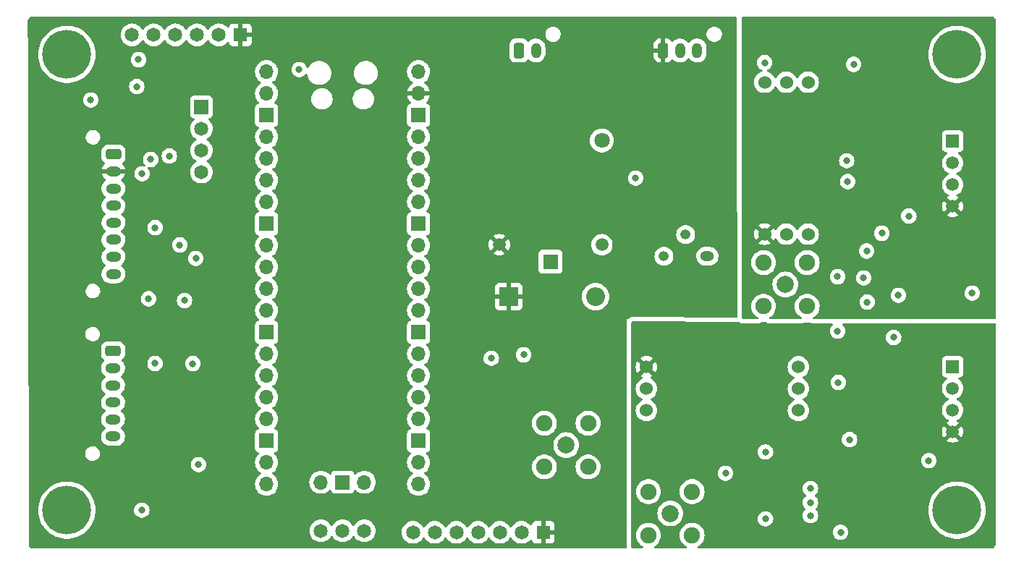
<source format=gbr>
%TF.GenerationSoftware,KiCad,Pcbnew,7.0.10*%
%TF.CreationDate,2024-03-29T22:24:31-04:00*%
%TF.ProjectId,WaveWise_Submersible,57617665-5769-4736-955f-5375626d6572,rev?*%
%TF.SameCoordinates,Original*%
%TF.FileFunction,Copper,L2,Inr*%
%TF.FilePolarity,Positive*%
%FSLAX46Y46*%
G04 Gerber Fmt 4.6, Leading zero omitted, Abs format (unit mm)*
G04 Created by KiCad (PCBNEW 7.0.10) date 2024-03-29 22:24:31*
%MOMM*%
%LPD*%
G01*
G04 APERTURE LIST*
G04 Aperture macros list*
%AMRoundRect*
0 Rectangle with rounded corners*
0 $1 Rounding radius*
0 $2 $3 $4 $5 $6 $7 $8 $9 X,Y pos of 4 corners*
0 Add a 4 corners polygon primitive as box body*
4,1,4,$2,$3,$4,$5,$6,$7,$8,$9,$2,$3,0*
0 Add four circle primitives for the rounded corners*
1,1,$1+$1,$2,$3*
1,1,$1+$1,$4,$5*
1,1,$1+$1,$6,$7*
1,1,$1+$1,$8,$9*
0 Add four rect primitives between the rounded corners*
20,1,$1+$1,$2,$3,$4,$5,0*
20,1,$1+$1,$4,$5,$6,$7,0*
20,1,$1+$1,$6,$7,$8,$9,0*
20,1,$1+$1,$8,$9,$2,$3,0*%
G04 Aperture macros list end*
%TA.AperFunction,ComponentPad*%
%ADD10R,1.651000X1.651000*%
%TD*%
%TA.AperFunction,ComponentPad*%
%ADD11C,1.651000*%
%TD*%
%TA.AperFunction,ComponentPad*%
%ADD12RoundRect,0.250000X-0.650000X0.350000X-0.650000X-0.350000X0.650000X-0.350000X0.650000X0.350000X0*%
%TD*%
%TA.AperFunction,ComponentPad*%
%ADD13O,1.800000X1.200000*%
%TD*%
%TA.AperFunction,ComponentPad*%
%ADD14O,1.600000X1.200000*%
%TD*%
%TA.AperFunction,ComponentPad*%
%ADD15O,1.200000X1.200000*%
%TD*%
%TA.AperFunction,ComponentPad*%
%ADD16C,2.006600*%
%TD*%
%TA.AperFunction,ComponentPad*%
%ADD17C,1.905000*%
%TD*%
%TA.AperFunction,ComponentPad*%
%ADD18R,1.803400X1.803400*%
%TD*%
%TA.AperFunction,ComponentPad*%
%ADD19C,1.498600*%
%TD*%
%TA.AperFunction,ComponentPad*%
%ADD20C,1.803400*%
%TD*%
%TA.AperFunction,ComponentPad*%
%ADD21RoundRect,0.250000X-0.350000X-0.650000X0.350000X-0.650000X0.350000X0.650000X-0.350000X0.650000X0*%
%TD*%
%TA.AperFunction,ComponentPad*%
%ADD22O,1.200000X1.800000*%
%TD*%
%TA.AperFunction,ComponentPad*%
%ADD23C,1.524000*%
%TD*%
%TA.AperFunction,ComponentPad*%
%ADD24O,1.700000X1.700000*%
%TD*%
%TA.AperFunction,ComponentPad*%
%ADD25R,1.700000X1.700000*%
%TD*%
%TA.AperFunction,ComponentPad*%
%ADD26R,1.508000X1.508000*%
%TD*%
%TA.AperFunction,ComponentPad*%
%ADD27C,1.508000*%
%TD*%
%TA.AperFunction,ComponentPad*%
%ADD28R,1.650000X1.650000*%
%TD*%
%TA.AperFunction,ComponentPad*%
%ADD29C,1.650000*%
%TD*%
%TA.AperFunction,ComponentPad*%
%ADD30C,5.700000*%
%TD*%
%TA.AperFunction,ComponentPad*%
%ADD31R,2.200000X2.200000*%
%TD*%
%TA.AperFunction,ComponentPad*%
%ADD32O,2.200000X2.200000*%
%TD*%
%TA.AperFunction,ViaPad*%
%ADD33C,0.800000*%
%TD*%
G04 APERTURE END LIST*
D10*
%TO.N,/ADC3*%
%TO.C,J3*%
X58166000Y-36626800D03*
D11*
%TO.N,/ADC2*%
X58166000Y-39166800D03*
%TO.N,/ADC1*%
X58166000Y-41706800D03*
%TO.N,/ADC0*%
X58166000Y-44246800D03*
%TD*%
D12*
%TO.N,+24V*%
%TO.C,J7*%
X47868600Y-42174400D03*
D13*
%TO.N,+5V*%
X47868600Y-44174400D03*
%TO.N,SUB_TX*%
X47868600Y-46174400D03*
%TO.N,SUB_RX*%
X47868600Y-48174400D03*
%TO.N,AIR_COMP*%
X47868600Y-50174400D03*
%TO.N,BATTERY_SENSE*%
X47868600Y-52174400D03*
%TO.N,PANEL_SENSE*%
X47868600Y-54174400D03*
%TO.N,GNDREF*%
X47868600Y-56174400D03*
%TD*%
D11*
%TO.N,SWCLK*%
%TO.C,J10*%
X72136000Y-86233000D03*
%TO.N,GND*%
X74676000Y-86233000D03*
%TO.N,SWDIO*%
X77216000Y-86233000D03*
%TD*%
D14*
%TO.N,GNDREF*%
%TO.C,Q2*%
X117348000Y-54102000D03*
D15*
%TO.N,Net-(Q2-B)*%
X114808000Y-51562000D03*
%TO.N,Net-(D2-A)*%
X112268000Y-54102000D03*
%TD*%
D16*
%TO.N,Net-(U6-PRB)*%
%TO.C,J4*%
X126479300Y-57404000D03*
D17*
%TO.N,Net-(U6-PGND)*%
X123926600Y-59956700D03*
X129032000Y-59956700D03*
X129032000Y-54851300D03*
X123926600Y-54851300D03*
%TD*%
D18*
%TO.N,Net-(J6-Pad1)*%
%TO.C,K2*%
X99009200Y-54753050D03*
D19*
%TO.N,Net-(D2-A)*%
X105009199Y-52753049D03*
D20*
%TO.N,+24V*%
X105009199Y-40553851D03*
D19*
%TO.N,+5V*%
X93009201Y-52753049D03*
%TD*%
D16*
%TO.N,Net-(U4-PRB)*%
%TO.C,J1*%
X113017300Y-84201000D03*
D17*
%TO.N,Net-(U4-PGND)*%
X115570000Y-81648300D03*
X110464600Y-81648300D03*
X110464600Y-86753700D03*
X115570000Y-86753700D03*
%TD*%
D21*
%TO.N,+5V*%
%TO.C,J9*%
X112166400Y-30022800D03*
D22*
%TO.N,PRESSURE_INPUT*%
X114166400Y-30022800D03*
%TO.N,GNDREF*%
X116166400Y-30022800D03*
%TD*%
D23*
%TO.N,VDD*%
%TO.C,U4*%
X110236000Y-67056000D03*
%TO.N,Net-(U3-BSCL)*%
X128016000Y-72136000D03*
%TO.N,Net-(U3-BSDA)*%
X128016000Y-69596000D03*
%TO.N,Net-(U4-PGND)*%
X110236000Y-72136000D03*
%TO.N,Net-(U4-PRB)*%
X110236000Y-69596000D03*
%TO.N,GND1*%
X128016000Y-67056000D03*
%TD*%
D24*
%TO.N,SUB_TX*%
%TO.C,U9*%
X65786000Y-32521000D03*
%TO.N,SUB_RX*%
X65786000Y-35061000D03*
D25*
%TO.N,GNDREF*%
X65786000Y-37601000D03*
D24*
%TO.N,unconnected-(U9-GPIO2-Pad4)*%
X65786000Y-40141000D03*
%TO.N,unconnected-(U9-GPIO3-Pad5)*%
X65786000Y-42681000D03*
%TO.N,SDA*%
X65786000Y-45221000D03*
%TO.N,SCL*%
X65786000Y-47761000D03*
D25*
%TO.N,GNDREF*%
X65786000Y-50301000D03*
D24*
%TO.N,ADC_RDY*%
X65786000Y-52841000D03*
%TO.N,Net-(U9-GPIO7)*%
X65786000Y-55381000D03*
%TO.N,Net-(U9-GPIO8)*%
X65786000Y-57921000D03*
%TO.N,unconnected-(U9-GPIO9-Pad12)*%
X65786000Y-60461000D03*
D25*
%TO.N,GNDREF*%
X65786000Y-63001000D03*
D24*
%TO.N,SYNC*%
X65786000Y-65541000D03*
%TO.N,READY{slash}INT*%
X65786000Y-68081000D03*
%TO.N,unconnected-(U9-GPIO12-Pad16)*%
X65786000Y-70621000D03*
%TO.N,AIR_COMP*%
X65786000Y-73161000D03*
D25*
%TO.N,GNDREF*%
X65786000Y-75701000D03*
D24*
%TO.N,unconnected-(U9-GPIO14-Pad19)*%
X65786000Y-78241000D03*
%TO.N,unconnected-(U9-GPIO15-Pad20)*%
X65786000Y-80781000D03*
%TO.N,EXTGPIO5*%
X83566000Y-80781000D03*
%TO.N,EXTGPIO4*%
X83566000Y-78241000D03*
D25*
%TO.N,GNDREF*%
X83566000Y-75701000D03*
D24*
%TO.N,EXTGPIO3*%
X83566000Y-73161000D03*
%TO.N,EXTGPIO2*%
X83566000Y-70621000D03*
%TO.N,EXTGPIO1*%
X83566000Y-68081000D03*
%TO.N,unconnected-(U9-GPIO21-Pad27)*%
X83566000Y-65541000D03*
D25*
%TO.N,GNDREF*%
X83566000Y-63001000D03*
D24*
%TO.N,VALVE_OUT*%
X83566000Y-60461000D03*
%TO.N,unconnected-(U9-RUN-Pad30)*%
X83566000Y-57921000D03*
%TO.N,TEMP_INPUT*%
X83566000Y-55381000D03*
%TO.N,AIR_INPUT*%
X83566000Y-52841000D03*
D25*
%TO.N,unconnected-(U9-AGND-Pad33)*%
X83566000Y-50301000D03*
D24*
%TO.N,PRESSURE_INPUT*%
X83566000Y-47761000D03*
%TO.N,unconnected-(U9-ADC_VREF-Pad35)*%
X83566000Y-45221000D03*
%TO.N,unconnected-(U9-3V3-Pad36)*%
X83566000Y-42681000D03*
%TO.N,unconnected-(U9-3V3_EN-Pad37)*%
X83566000Y-40141000D03*
D25*
%TO.N,GNDREF*%
X83566000Y-37601000D03*
D24*
%TO.N,+5V*%
X83566000Y-35061000D03*
%TO.N,unconnected-(U9-VBUS-Pad40)*%
X83566000Y-32521000D03*
%TO.N,SWCLK*%
X72136000Y-80551000D03*
D25*
%TO.N,GND*%
X74676000Y-80551000D03*
D24*
%TO.N,SWDIO*%
X77216000Y-80551000D03*
%TD*%
D26*
%TO.N,GNDREF*%
%TO.C,PS1*%
X146050000Y-67016000D03*
D27*
%TO.N,Net-(PS1-+VIN)*%
X146050000Y-69556000D03*
%TO.N,GND1*%
X146050000Y-72096000D03*
%TO.N,VDD*%
X146050000Y-74636000D03*
%TD*%
D28*
%TO.N,+5V*%
%TO.C,J13*%
X62738000Y-28194000D03*
D29*
%TO.N,SUB_TX*%
X60198000Y-28194000D03*
%TO.N,SUB_RX*%
X57658000Y-28194000D03*
%TO.N,SDA*%
X55118000Y-28194000D03*
%TO.N,SCL*%
X52578000Y-28194000D03*
%TO.N,GNDREF*%
X50038000Y-28194000D03*
%TD*%
D16*
%TO.N,TEMP_INPUT*%
%TO.C,J2*%
X100838000Y-76200000D03*
D17*
%TO.N,GNDREF*%
X103390700Y-78752700D03*
X103390700Y-73647300D03*
X98285300Y-73647300D03*
X98285300Y-78752700D03*
%TD*%
D30*
%TO.N,Net-(H1-Pad1)*%
%TO.C,H1*%
X42418000Y-30480000D03*
%TD*%
D26*
%TO.N,GNDREF*%
%TO.C,PS2*%
X146050000Y-40640000D03*
D27*
%TO.N,Net-(PS2-+VIN)*%
X146050000Y-43180000D03*
%TO.N,GND2*%
X146050000Y-45720000D03*
%TO.N,VEE*%
X146050000Y-48260000D03*
%TD*%
D31*
%TO.N,+5V*%
%TO.C,D2*%
X94107000Y-58826400D03*
D32*
%TO.N,Net-(D2-A)*%
X104267000Y-58826400D03*
%TD*%
D28*
%TO.N,+5V*%
%TO.C,J8*%
X98145600Y-86410800D03*
D29*
%TO.N,EXTGPIO1*%
X95605600Y-86410800D03*
%TO.N,EXTGPIO2*%
X93065600Y-86410800D03*
%TO.N,EXTGPIO3*%
X90525600Y-86410800D03*
%TO.N,EXTGPIO4*%
X87985600Y-86410800D03*
%TO.N,EXTGPIO5*%
X85445600Y-86410800D03*
%TO.N,GNDREF*%
X82905600Y-86410800D03*
%TD*%
D23*
%TO.N,VEE*%
%TO.C,U6*%
X124053600Y-51511200D03*
%TO.N,Net-(U5-BSCL)*%
X129133600Y-33731200D03*
%TO.N,Net-(U5-BSDA)*%
X126593600Y-33731200D03*
%TO.N,Net-(U6-PGND)*%
X129133600Y-51511200D03*
%TO.N,Net-(U6-PRB)*%
X126593600Y-51511200D03*
%TO.N,GND2*%
X124053600Y-33731200D03*
%TD*%
D12*
%TO.N,SYNC*%
%TO.C,J11*%
X47817800Y-65205600D03*
D13*
%TO.N,READY{slash}INT*%
X47817800Y-67205600D03*
%TO.N,GNDREF*%
X47817800Y-69205600D03*
%TO.N,+3V3*%
X47817800Y-71205600D03*
%TO.N,SDA*%
X47817800Y-73205600D03*
%TO.N,SCL*%
X47817800Y-75205600D03*
%TD*%
D21*
%TO.N,Net-(J6-Pad1)*%
%TO.C,J6*%
X95300800Y-30022800D03*
D22*
%TO.N,GNDREF*%
X97300800Y-30022800D03*
%TD*%
D30*
%TO.N,Net-(H2-Pad1)*%
%TO.C,H2*%
X146558000Y-30480000D03*
%TD*%
%TO.N,Net-(H3-Pad1)*%
%TO.C,H3*%
X42418000Y-83820000D03*
%TD*%
%TO.N,Net-(H4-Pad1)*%
%TO.C,H4*%
X146558000Y-83820000D03*
%TD*%
D33*
%TO.N,+5V*%
X106172000Y-85344000D03*
X133654800Y-42926000D03*
X135991600Y-53492400D03*
X139141200Y-63601600D03*
X96012000Y-63093600D03*
X119481600Y-79502000D03*
X139700000Y-58674000D03*
X51308000Y-72013800D03*
%TO.N,GNDREF*%
X52730400Y-50749200D03*
X95859600Y-65633600D03*
X124155200Y-77012800D03*
X137769600Y-51409600D03*
X51181000Y-83820000D03*
X57810400Y-78490800D03*
X129413000Y-84455000D03*
X54406800Y-42367200D03*
X57150000Y-66675000D03*
X92075000Y-66040000D03*
X45212000Y-35814000D03*
X143256000Y-78028800D03*
X52730400Y-66649600D03*
X136049500Y-59468500D03*
X124155200Y-84836000D03*
%TO.N,VDD*%
X131419600Y-79654400D03*
%TO.N,GND1*%
X133985000Y-75565000D03*
X132943600Y-86410800D03*
%TO.N,GND2*%
X140919200Y-49392800D03*
X124053600Y-31445200D03*
X148336000Y-58420000D03*
%TO.N,BATTERY_SENSE*%
X56184800Y-59283600D03*
%TO.N,SDA*%
X69596000Y-32258000D03*
X52222400Y-42773600D03*
X50596800Y-34239200D03*
X132588000Y-62865000D03*
X132588000Y-56489600D03*
%TO.N,SCL*%
X134467600Y-31648400D03*
X50804653Y-31094253D03*
X51206400Y-44450000D03*
X132676900Y-68872100D03*
X135636000Y-56642000D03*
%TO.N,PANEL_SENSE*%
X57505600Y-54356000D03*
X51968400Y-59080400D03*
%TO.N,VALVE_OUT*%
X108966000Y-44958000D03*
%TO.N,ADC_RDY*%
X55626000Y-52781200D03*
%TO.N,Net-(U5-BSDA)*%
X133756400Y-45364400D03*
%TO.N,Net-(U3-BSDA)*%
X129413000Y-81280000D03*
%TO.N,Net-(U3-BSCL)*%
X129413000Y-82931000D03*
%TD*%
%TA.AperFunction,Conductor*%
%TO.N,VDD*%
G36*
X121061815Y-61797022D02*
G01*
X121128734Y-61817105D01*
X121142277Y-61827306D01*
X121181639Y-61861414D01*
X121195664Y-61873567D01*
X121195668Y-61873569D01*
X121325754Y-61932979D01*
X121326541Y-61933338D01*
X121393580Y-61953023D01*
X121393584Y-61953024D01*
X121536000Y-61973500D01*
X121536003Y-61973500D01*
X123176716Y-61973500D01*
X123199225Y-61971464D01*
X123267403Y-61965299D01*
X123292589Y-61960705D01*
X123311158Y-61957320D01*
X123311160Y-61957319D01*
X123311173Y-61957317D01*
X123398915Y-61932980D01*
X123524936Y-61863552D01*
X123559665Y-61837349D01*
X123625037Y-61812687D01*
X123635066Y-61812339D01*
X124224022Y-61815845D01*
X124290942Y-61835928D01*
X124304485Y-61846130D01*
X124336146Y-61873564D01*
X124336147Y-61873565D01*
X124336150Y-61873567D01*
X124336152Y-61873568D01*
X124336154Y-61873569D01*
X124466240Y-61932979D01*
X124467027Y-61933338D01*
X124534066Y-61953023D01*
X124534070Y-61953024D01*
X124676486Y-61973500D01*
X124676489Y-61973500D01*
X128282116Y-61973500D01*
X128304625Y-61971464D01*
X128372803Y-61965299D01*
X128397989Y-61960705D01*
X128416558Y-61957320D01*
X128416560Y-61957319D01*
X128416573Y-61957317D01*
X128504315Y-61932980D01*
X128630336Y-61863552D01*
X128630347Y-61863543D01*
X128632045Y-61862443D01*
X128632705Y-61862246D01*
X128634216Y-61861414D01*
X128634396Y-61861742D01*
X128699004Y-61842487D01*
X128699943Y-61842487D01*
X129364736Y-61846444D01*
X129431655Y-61866528D01*
X129437806Y-61871160D01*
X129441547Y-61873564D01*
X129441550Y-61873567D01*
X129441553Y-61873568D01*
X129441554Y-61873569D01*
X129571640Y-61932979D01*
X129572427Y-61933338D01*
X129639466Y-61953023D01*
X129639470Y-61953024D01*
X129781886Y-61973500D01*
X131901891Y-61973500D01*
X131968930Y-61993185D01*
X132014685Y-62045989D01*
X132024629Y-62115147D01*
X131995604Y-62178703D01*
X131984865Y-62189648D01*
X131982131Y-62192109D01*
X131855466Y-62332785D01*
X131760821Y-62496715D01*
X131760818Y-62496722D01*
X131702327Y-62676740D01*
X131702326Y-62676744D01*
X131682540Y-62865000D01*
X131702326Y-63053256D01*
X131702327Y-63053259D01*
X131760818Y-63233277D01*
X131760821Y-63233284D01*
X131855467Y-63397216D01*
X131869989Y-63413344D01*
X131982129Y-63537888D01*
X132135265Y-63649148D01*
X132135270Y-63649151D01*
X132308192Y-63726142D01*
X132308197Y-63726144D01*
X132493354Y-63765500D01*
X132493355Y-63765500D01*
X132682644Y-63765500D01*
X132682646Y-63765500D01*
X132867803Y-63726144D01*
X133040730Y-63649151D01*
X133106179Y-63601600D01*
X138235740Y-63601600D01*
X138255526Y-63789856D01*
X138255527Y-63789859D01*
X138314018Y-63969877D01*
X138314021Y-63969884D01*
X138408667Y-64133816D01*
X138535329Y-64274488D01*
X138688465Y-64385748D01*
X138688470Y-64385751D01*
X138861392Y-64462742D01*
X138861397Y-64462744D01*
X139046554Y-64502100D01*
X139046555Y-64502100D01*
X139235844Y-64502100D01*
X139235846Y-64502100D01*
X139421003Y-64462744D01*
X139593930Y-64385751D01*
X139747071Y-64274488D01*
X139873733Y-64133816D01*
X139968379Y-63969884D01*
X140026874Y-63789856D01*
X140046660Y-63601600D01*
X140026874Y-63413344D01*
X139968379Y-63233316D01*
X139873733Y-63069384D01*
X139747071Y-62928712D01*
X139659379Y-62865000D01*
X139593934Y-62817451D01*
X139593929Y-62817448D01*
X139421007Y-62740457D01*
X139421002Y-62740455D01*
X139275201Y-62709465D01*
X139235846Y-62701100D01*
X139046554Y-62701100D01*
X139014097Y-62707998D01*
X138861397Y-62740455D01*
X138861392Y-62740457D01*
X138688470Y-62817448D01*
X138688465Y-62817451D01*
X138535329Y-62928711D01*
X138408666Y-63069385D01*
X138314021Y-63233315D01*
X138314018Y-63233322D01*
X138260767Y-63397214D01*
X138255526Y-63413344D01*
X138235740Y-63601600D01*
X133106179Y-63601600D01*
X133193871Y-63537888D01*
X133320533Y-63397216D01*
X133415179Y-63233284D01*
X133473674Y-63053256D01*
X133493460Y-62865000D01*
X133473674Y-62676744D01*
X133415179Y-62496716D01*
X133320533Y-62332784D01*
X133193871Y-62192112D01*
X133193870Y-62192111D01*
X133193868Y-62192109D01*
X133191135Y-62189648D01*
X133190014Y-62187828D01*
X133189522Y-62187282D01*
X133189621Y-62187191D01*
X133154488Y-62130161D01*
X133155819Y-62060304D01*
X133194707Y-62002257D01*
X133258804Y-61974448D01*
X133274109Y-61973500D01*
X150709598Y-61973500D01*
X150710336Y-61973502D01*
X151006739Y-61975266D01*
X151073659Y-61995349D01*
X151119099Y-62048425D01*
X151130000Y-62099264D01*
X151130000Y-87834608D01*
X151110315Y-87901647D01*
X151103610Y-87911082D01*
X151044324Y-87986754D01*
X151039174Y-87992907D01*
X150945139Y-88098133D01*
X150940360Y-88103187D01*
X150841177Y-88202370D01*
X150836125Y-88207147D01*
X150806684Y-88233458D01*
X150743580Y-88263453D01*
X150724055Y-88265000D01*
X116319886Y-88265000D01*
X116252847Y-88245315D01*
X116207092Y-88192511D01*
X116197148Y-88123353D01*
X116226173Y-88059797D01*
X116260869Y-88031945D01*
X116281439Y-88020812D01*
X116367439Y-87974272D01*
X116557463Y-87826371D01*
X116720551Y-87649210D01*
X116852255Y-87447622D01*
X116948983Y-87227105D01*
X117008095Y-86993676D01*
X117016932Y-86887020D01*
X117027980Y-86753705D01*
X117027980Y-86753694D01*
X117008095Y-86513727D01*
X117008095Y-86513724D01*
X116982031Y-86410800D01*
X132038140Y-86410800D01*
X132057926Y-86599056D01*
X132057927Y-86599059D01*
X132116418Y-86779077D01*
X132116421Y-86779084D01*
X132211067Y-86943016D01*
X132256682Y-86993676D01*
X132337729Y-87083688D01*
X132490865Y-87194948D01*
X132490870Y-87194951D01*
X132663792Y-87271942D01*
X132663797Y-87271944D01*
X132848954Y-87311300D01*
X132848955Y-87311300D01*
X133038244Y-87311300D01*
X133038246Y-87311300D01*
X133223403Y-87271944D01*
X133396330Y-87194951D01*
X133549471Y-87083688D01*
X133676133Y-86943016D01*
X133770779Y-86779084D01*
X133829274Y-86599056D01*
X133849060Y-86410800D01*
X133829274Y-86222544D01*
X133770779Y-86042516D01*
X133676133Y-85878584D01*
X133549471Y-85737912D01*
X133547528Y-85736500D01*
X133396334Y-85626651D01*
X133396329Y-85626648D01*
X133223407Y-85549657D01*
X133223402Y-85549655D01*
X133077601Y-85518665D01*
X133038246Y-85510300D01*
X132848954Y-85510300D01*
X132816497Y-85517198D01*
X132663797Y-85549655D01*
X132663792Y-85549657D01*
X132490870Y-85626648D01*
X132490865Y-85626651D01*
X132337729Y-85737911D01*
X132211066Y-85878585D01*
X132116421Y-86042515D01*
X132116418Y-86042522D01*
X132057927Y-86222540D01*
X132057926Y-86222544D01*
X132038140Y-86410800D01*
X116982031Y-86410800D01*
X116948983Y-86280295D01*
X116852255Y-86059778D01*
X116720551Y-85858190D01*
X116557463Y-85681029D01*
X116388988Y-85549900D01*
X116367441Y-85533129D01*
X116155665Y-85418521D01*
X116155656Y-85418518D01*
X115927916Y-85340334D01*
X115749777Y-85310608D01*
X115690399Y-85300700D01*
X115449601Y-85300700D01*
X115402098Y-85308626D01*
X115212083Y-85340334D01*
X114984343Y-85418518D01*
X114984334Y-85418521D01*
X114772558Y-85533129D01*
X114660757Y-85620148D01*
X114582537Y-85681029D01*
X114582534Y-85681031D01*
X114582534Y-85681032D01*
X114419449Y-85858190D01*
X114287743Y-86059781D01*
X114191017Y-86280294D01*
X114131904Y-86513727D01*
X114112020Y-86753694D01*
X114112020Y-86753705D01*
X114131904Y-86993672D01*
X114131904Y-86993675D01*
X114131905Y-86993676D01*
X114191017Y-87227105D01*
X114287745Y-87447622D01*
X114419449Y-87649210D01*
X114582537Y-87826371D01*
X114732835Y-87943352D01*
X114772558Y-87974270D01*
X114772563Y-87974273D01*
X114879131Y-88031945D01*
X114928722Y-88081165D01*
X114943830Y-88149381D01*
X114919660Y-88214937D01*
X114863884Y-88257018D01*
X114820114Y-88265000D01*
X111214486Y-88265000D01*
X111147447Y-88245315D01*
X111101692Y-88192511D01*
X111091748Y-88123353D01*
X111120773Y-88059797D01*
X111155469Y-88031945D01*
X111176039Y-88020812D01*
X111262039Y-87974272D01*
X111452063Y-87826371D01*
X111615151Y-87649210D01*
X111746855Y-87447622D01*
X111843583Y-87227105D01*
X111902695Y-86993676D01*
X111911532Y-86887020D01*
X111922580Y-86753705D01*
X111922580Y-86753694D01*
X111902695Y-86513727D01*
X111902695Y-86513724D01*
X111843583Y-86280295D01*
X111746855Y-86059778D01*
X111615151Y-85858190D01*
X111452063Y-85681029D01*
X111283588Y-85549900D01*
X111262041Y-85533129D01*
X111050265Y-85418521D01*
X111050256Y-85418518D01*
X110822516Y-85340334D01*
X110644377Y-85310608D01*
X110584999Y-85300700D01*
X110344201Y-85300700D01*
X110296698Y-85308626D01*
X110106683Y-85340334D01*
X109878943Y-85418518D01*
X109878934Y-85418521D01*
X109667158Y-85533129D01*
X109555357Y-85620148D01*
X109477137Y-85681029D01*
X109477134Y-85681031D01*
X109477134Y-85681032D01*
X109314049Y-85858190D01*
X109182343Y-86059781D01*
X109085617Y-86280294D01*
X109026504Y-86513727D01*
X109006620Y-86753694D01*
X109006620Y-86753705D01*
X109026504Y-86993672D01*
X109026504Y-86993675D01*
X109026505Y-86993676D01*
X109085617Y-87227105D01*
X109182345Y-87447622D01*
X109314049Y-87649210D01*
X109477137Y-87826371D01*
X109627435Y-87943352D01*
X109667158Y-87974270D01*
X109667163Y-87974273D01*
X109773731Y-88031945D01*
X109823322Y-88081165D01*
X109838430Y-88149381D01*
X109814260Y-88214937D01*
X109758484Y-88257018D01*
X109714714Y-88265000D01*
X108582000Y-88265000D01*
X108514961Y-88245315D01*
X108469206Y-88192511D01*
X108458000Y-88141000D01*
X108458000Y-84201000D01*
X111508850Y-84201000D01*
X111527422Y-84436977D01*
X111582678Y-84667136D01*
X111673260Y-84885822D01*
X111796934Y-85087640D01*
X111796935Y-85087641D01*
X111796936Y-85087643D01*
X111796938Y-85087645D01*
X111950665Y-85267635D01*
X112130655Y-85421362D01*
X112130657Y-85421363D01*
X112130658Y-85421364D01*
X112130659Y-85421365D01*
X112332477Y-85545039D01*
X112513808Y-85620148D01*
X112551163Y-85635621D01*
X112781326Y-85690878D01*
X113017300Y-85709450D01*
X113253274Y-85690878D01*
X113483437Y-85635621D01*
X113702122Y-85545039D01*
X113903945Y-85421362D01*
X114083935Y-85267635D01*
X114237662Y-85087645D01*
X114361339Y-84885822D01*
X114381976Y-84836000D01*
X123249740Y-84836000D01*
X123269526Y-85024256D01*
X123269527Y-85024259D01*
X123328018Y-85204277D01*
X123328021Y-85204284D01*
X123422667Y-85368216D01*
X123470522Y-85421364D01*
X123549329Y-85508888D01*
X123702465Y-85620148D01*
X123702470Y-85620151D01*
X123875392Y-85697142D01*
X123875397Y-85697144D01*
X124060554Y-85736500D01*
X124060555Y-85736500D01*
X124249844Y-85736500D01*
X124249846Y-85736500D01*
X124435003Y-85697144D01*
X124607930Y-85620151D01*
X124761071Y-85508888D01*
X124887733Y-85368216D01*
X124982379Y-85204284D01*
X125040874Y-85024256D01*
X125060660Y-84836000D01*
X125040874Y-84647744D01*
X124982379Y-84467716D01*
X124975037Y-84455000D01*
X128507540Y-84455000D01*
X128527326Y-84643256D01*
X128527327Y-84643259D01*
X128585818Y-84823277D01*
X128585821Y-84823284D01*
X128680467Y-84987216D01*
X128770894Y-85087645D01*
X128807129Y-85127888D01*
X128960265Y-85239148D01*
X128960270Y-85239151D01*
X129133192Y-85316142D01*
X129133197Y-85316144D01*
X129318354Y-85355500D01*
X129318355Y-85355500D01*
X129507644Y-85355500D01*
X129507646Y-85355500D01*
X129692803Y-85316144D01*
X129865730Y-85239151D01*
X130018871Y-85127888D01*
X130145533Y-84987216D01*
X130240179Y-84823284D01*
X130298674Y-84643256D01*
X130318460Y-84455000D01*
X130298674Y-84266744D01*
X130240179Y-84086716D01*
X130145533Y-83922784D01*
X130052987Y-83820002D01*
X143202579Y-83820002D01*
X143222248Y-84182782D01*
X143222250Y-84182799D01*
X143281024Y-84541303D01*
X143281030Y-84541329D01*
X143378221Y-84891381D01*
X143378226Y-84891396D01*
X143512700Y-85228901D01*
X143512706Y-85228913D01*
X143682878Y-85549892D01*
X143682884Y-85549901D01*
X143886772Y-85850613D01*
X144049775Y-86042515D01*
X144121979Y-86127521D01*
X144385746Y-86377375D01*
X144674981Y-86597245D01*
X144986292Y-86784555D01*
X144986294Y-86784556D01*
X144986296Y-86784557D01*
X144986300Y-86784559D01*
X145290059Y-86925092D01*
X145316031Y-86937108D01*
X145660330Y-87053116D01*
X146015153Y-87131218D01*
X146376341Y-87170500D01*
X146376347Y-87170500D01*
X146739653Y-87170500D01*
X146739659Y-87170500D01*
X147100847Y-87131218D01*
X147455670Y-87053116D01*
X147799969Y-86937108D01*
X148129708Y-86784555D01*
X148441019Y-86597245D01*
X148730254Y-86377375D01*
X148994021Y-86127521D01*
X149229227Y-85850614D01*
X149433117Y-85549900D01*
X149603298Y-85228905D01*
X149737775Y-84891391D01*
X149834973Y-84541316D01*
X149879987Y-84266744D01*
X149893749Y-84182799D01*
X149893751Y-84182782D01*
X149913421Y-83820002D01*
X149913421Y-83819997D01*
X149893751Y-83457217D01*
X149893749Y-83457200D01*
X149834975Y-83098696D01*
X149834974Y-83098695D01*
X149834973Y-83098684D01*
X149802987Y-82983481D01*
X149737778Y-82748618D01*
X149737773Y-82748603D01*
X149603299Y-82411098D01*
X149603298Y-82411095D01*
X149465133Y-82150489D01*
X149433121Y-82090107D01*
X149433119Y-82090104D01*
X149433117Y-82090100D01*
X149229227Y-81789386D01*
X148994021Y-81512479D01*
X148730254Y-81262625D01*
X148730244Y-81262617D01*
X148661635Y-81210462D01*
X148441019Y-81042755D01*
X148129708Y-80855445D01*
X148129707Y-80855444D01*
X148129703Y-80855442D01*
X148129699Y-80855440D01*
X147799979Y-80702896D01*
X147799974Y-80702894D01*
X147799969Y-80702892D01*
X147632143Y-80646344D01*
X147455669Y-80586883D01*
X147100845Y-80508781D01*
X146739660Y-80469500D01*
X146739659Y-80469500D01*
X146376341Y-80469500D01*
X146376339Y-80469500D01*
X146015154Y-80508781D01*
X145660330Y-80586883D01*
X145394178Y-80676560D01*
X145316031Y-80702892D01*
X145316028Y-80702893D01*
X145316020Y-80702896D01*
X144986300Y-80855440D01*
X144986296Y-80855442D01*
X144892759Y-80911722D01*
X144674981Y-81042755D01*
X144610542Y-81091740D01*
X144385755Y-81262617D01*
X144385745Y-81262625D01*
X144121978Y-81512479D01*
X143886772Y-81789386D01*
X143682884Y-82090098D01*
X143682878Y-82090107D01*
X143512706Y-82411086D01*
X143512700Y-82411098D01*
X143378226Y-82748603D01*
X143378221Y-82748618D01*
X143281030Y-83098670D01*
X143281024Y-83098696D01*
X143222250Y-83457200D01*
X143222248Y-83457217D01*
X143202579Y-83819997D01*
X143202579Y-83820002D01*
X130052987Y-83820002D01*
X130018871Y-83782112D01*
X130018870Y-83782111D01*
X130014522Y-83777282D01*
X130016372Y-83775616D01*
X129985597Y-83725667D01*
X129986925Y-83655810D01*
X130016211Y-83610239D01*
X130014522Y-83608718D01*
X130018871Y-83603888D01*
X130145533Y-83463216D01*
X130240179Y-83299284D01*
X130298674Y-83119256D01*
X130318460Y-82931000D01*
X130298674Y-82742744D01*
X130240179Y-82562716D01*
X130145533Y-82398784D01*
X130018871Y-82258112D01*
X129946893Y-82205817D01*
X129904228Y-82150489D01*
X129898249Y-82080875D01*
X129930854Y-82019080D01*
X129946894Y-82005182D01*
X130018871Y-81952888D01*
X130145533Y-81812216D01*
X130240179Y-81648284D01*
X130298674Y-81468256D01*
X130318460Y-81280000D01*
X130298674Y-81091744D01*
X130240179Y-80911716D01*
X130145533Y-80747784D01*
X130018871Y-80607112D01*
X130018870Y-80607111D01*
X129865734Y-80495851D01*
X129865729Y-80495848D01*
X129692807Y-80418857D01*
X129692802Y-80418855D01*
X129547001Y-80387865D01*
X129507646Y-80379500D01*
X129318354Y-80379500D01*
X129285897Y-80386398D01*
X129133197Y-80418855D01*
X129133192Y-80418857D01*
X128960270Y-80495848D01*
X128960265Y-80495851D01*
X128807129Y-80607111D01*
X128680466Y-80747785D01*
X128585821Y-80911715D01*
X128585818Y-80911722D01*
X128527327Y-81091740D01*
X128527326Y-81091744D01*
X128507540Y-81280000D01*
X128527326Y-81468256D01*
X128527327Y-81468259D01*
X128585818Y-81648277D01*
X128585821Y-81648284D01*
X128680467Y-81812216D01*
X128807129Y-81952888D01*
X128879106Y-82005182D01*
X128921771Y-82060512D01*
X128927750Y-82130125D01*
X128895144Y-82191920D01*
X128879106Y-82205818D01*
X128807127Y-82258113D01*
X128680466Y-82398785D01*
X128585821Y-82562715D01*
X128585818Y-82562722D01*
X128527327Y-82742740D01*
X128527326Y-82742744D01*
X128507540Y-82931000D01*
X128527326Y-83119256D01*
X128527327Y-83119259D01*
X128585818Y-83299277D01*
X128585821Y-83299284D01*
X128680467Y-83463216D01*
X128807129Y-83603888D01*
X128811478Y-83608718D01*
X128809633Y-83610378D01*
X128840413Y-83660374D01*
X128839061Y-83730230D01*
X128809796Y-83775767D01*
X128811478Y-83777282D01*
X128680466Y-83922785D01*
X128585821Y-84086715D01*
X128585818Y-84086722D01*
X128527327Y-84266740D01*
X128527326Y-84266744D01*
X128507540Y-84455000D01*
X124975037Y-84455000D01*
X124887733Y-84303784D01*
X124761071Y-84163112D01*
X124761070Y-84163111D01*
X124607934Y-84051851D01*
X124607929Y-84051848D01*
X124435007Y-83974857D01*
X124435002Y-83974855D01*
X124289201Y-83943865D01*
X124249846Y-83935500D01*
X124060554Y-83935500D01*
X124028097Y-83942398D01*
X123875397Y-83974855D01*
X123875392Y-83974857D01*
X123702470Y-84051848D01*
X123702465Y-84051851D01*
X123549329Y-84163111D01*
X123422666Y-84303785D01*
X123328021Y-84467715D01*
X123328018Y-84467722D01*
X123270984Y-84643256D01*
X123269526Y-84647744D01*
X123249740Y-84836000D01*
X114381976Y-84836000D01*
X114451921Y-84667137D01*
X114507178Y-84436974D01*
X114525750Y-84201000D01*
X114507178Y-83965026D01*
X114451921Y-83734863D01*
X114361339Y-83516178D01*
X114361339Y-83516177D01*
X114237665Y-83314359D01*
X114237664Y-83314358D01*
X114237663Y-83314357D01*
X114237662Y-83314355D01*
X114083935Y-83134365D01*
X113903945Y-82980638D01*
X113903943Y-82980636D01*
X113903941Y-82980635D01*
X113903940Y-82980634D01*
X113702122Y-82856960D01*
X113483436Y-82766378D01*
X113253277Y-82711122D01*
X113017300Y-82692550D01*
X112781322Y-82711122D01*
X112551163Y-82766378D01*
X112332477Y-82856960D01*
X112130659Y-82980634D01*
X112130658Y-82980635D01*
X111950665Y-83134365D01*
X111796935Y-83314358D01*
X111796934Y-83314359D01*
X111673260Y-83516177D01*
X111582678Y-83734863D01*
X111527422Y-83965022D01*
X111508850Y-84201000D01*
X108458000Y-84201000D01*
X108458000Y-81648305D01*
X109006620Y-81648305D01*
X109026504Y-81888272D01*
X109026504Y-81888275D01*
X109026505Y-81888276D01*
X109085617Y-82121705D01*
X109182345Y-82342222D01*
X109314049Y-82543810D01*
X109477137Y-82720971D01*
X109633508Y-82842679D01*
X109651857Y-82856961D01*
X109667161Y-82868872D01*
X109878936Y-82983479D01*
X109997198Y-83024078D01*
X110106683Y-83061665D01*
X110106685Y-83061665D01*
X110106687Y-83061666D01*
X110344201Y-83101300D01*
X110344202Y-83101300D01*
X110584998Y-83101300D01*
X110584999Y-83101300D01*
X110822513Y-83061666D01*
X111050264Y-82983479D01*
X111262039Y-82868872D01*
X111452063Y-82720971D01*
X111615151Y-82543810D01*
X111746855Y-82342222D01*
X111843583Y-82121705D01*
X111902695Y-81888276D01*
X111922580Y-81648305D01*
X114112020Y-81648305D01*
X114131904Y-81888272D01*
X114131904Y-81888275D01*
X114131905Y-81888276D01*
X114191017Y-82121705D01*
X114287745Y-82342222D01*
X114419449Y-82543810D01*
X114582537Y-82720971D01*
X114738908Y-82842679D01*
X114757257Y-82856961D01*
X114772561Y-82868872D01*
X114984336Y-82983479D01*
X115102598Y-83024078D01*
X115212083Y-83061665D01*
X115212085Y-83061665D01*
X115212087Y-83061666D01*
X115449601Y-83101300D01*
X115449602Y-83101300D01*
X115690398Y-83101300D01*
X115690399Y-83101300D01*
X115927913Y-83061666D01*
X116155664Y-82983479D01*
X116367439Y-82868872D01*
X116557463Y-82720971D01*
X116720551Y-82543810D01*
X116852255Y-82342222D01*
X116948983Y-82121705D01*
X117008095Y-81888276D01*
X117027980Y-81648300D01*
X117027978Y-81648277D01*
X117008095Y-81408327D01*
X117008095Y-81408324D01*
X116948983Y-81174895D01*
X116852255Y-80954378D01*
X116720551Y-80752790D01*
X116557463Y-80575629D01*
X116421108Y-80469500D01*
X116367441Y-80427729D01*
X116155665Y-80313121D01*
X116155656Y-80313118D01*
X115927916Y-80234934D01*
X115749777Y-80205208D01*
X115690399Y-80195300D01*
X115449601Y-80195300D01*
X115402098Y-80203226D01*
X115212083Y-80234934D01*
X114984343Y-80313118D01*
X114984334Y-80313121D01*
X114772558Y-80427729D01*
X114668422Y-80508782D01*
X114582537Y-80575629D01*
X114582534Y-80575631D01*
X114582534Y-80575632D01*
X114419449Y-80752790D01*
X114287743Y-80954381D01*
X114191017Y-81174894D01*
X114131904Y-81408327D01*
X114112020Y-81648294D01*
X114112020Y-81648305D01*
X111922580Y-81648305D01*
X111922580Y-81648300D01*
X111922578Y-81648277D01*
X111902695Y-81408327D01*
X111902695Y-81408324D01*
X111843583Y-81174895D01*
X111746855Y-80954378D01*
X111615151Y-80752790D01*
X111452063Y-80575629D01*
X111315708Y-80469500D01*
X111262041Y-80427729D01*
X111050265Y-80313121D01*
X111050256Y-80313118D01*
X110822516Y-80234934D01*
X110644377Y-80205208D01*
X110584999Y-80195300D01*
X110344201Y-80195300D01*
X110296698Y-80203226D01*
X110106683Y-80234934D01*
X109878943Y-80313118D01*
X109878934Y-80313121D01*
X109667158Y-80427729D01*
X109563022Y-80508782D01*
X109477137Y-80575629D01*
X109477134Y-80575631D01*
X109477134Y-80575632D01*
X109314049Y-80752790D01*
X109182343Y-80954381D01*
X109085617Y-81174894D01*
X109026504Y-81408327D01*
X109006620Y-81648294D01*
X109006620Y-81648305D01*
X108458000Y-81648305D01*
X108458000Y-79502000D01*
X118576140Y-79502000D01*
X118595926Y-79690256D01*
X118595927Y-79690259D01*
X118654418Y-79870277D01*
X118654421Y-79870284D01*
X118749067Y-80034216D01*
X118875729Y-80174888D01*
X119028865Y-80286148D01*
X119028870Y-80286151D01*
X119201792Y-80363142D01*
X119201797Y-80363144D01*
X119386954Y-80402500D01*
X119386955Y-80402500D01*
X119576244Y-80402500D01*
X119576246Y-80402500D01*
X119761403Y-80363144D01*
X119934330Y-80286151D01*
X120087471Y-80174888D01*
X120214133Y-80034216D01*
X120308779Y-79870284D01*
X120367274Y-79690256D01*
X120387060Y-79502000D01*
X120367274Y-79313744D01*
X120308779Y-79133716D01*
X120214133Y-78969784D01*
X120087471Y-78829112D01*
X120087470Y-78829111D01*
X119934334Y-78717851D01*
X119934329Y-78717848D01*
X119761407Y-78640857D01*
X119761402Y-78640855D01*
X119615601Y-78609865D01*
X119576246Y-78601500D01*
X119386954Y-78601500D01*
X119354497Y-78608398D01*
X119201797Y-78640855D01*
X119201792Y-78640857D01*
X119028870Y-78717848D01*
X119028865Y-78717851D01*
X118875729Y-78829111D01*
X118749066Y-78969785D01*
X118654421Y-79133715D01*
X118654418Y-79133722D01*
X118595927Y-79313740D01*
X118595926Y-79313744D01*
X118576140Y-79502000D01*
X108458000Y-79502000D01*
X108458000Y-78028800D01*
X142350540Y-78028800D01*
X142370326Y-78217056D01*
X142370327Y-78217059D01*
X142428818Y-78397077D01*
X142428821Y-78397084D01*
X142523467Y-78561016D01*
X142650129Y-78701688D01*
X142803265Y-78812948D01*
X142803270Y-78812951D01*
X142976192Y-78889942D01*
X142976197Y-78889944D01*
X143161354Y-78929300D01*
X143161355Y-78929300D01*
X143350644Y-78929300D01*
X143350646Y-78929300D01*
X143535803Y-78889944D01*
X143708730Y-78812951D01*
X143861871Y-78701688D01*
X143988533Y-78561016D01*
X144083179Y-78397084D01*
X144141674Y-78217056D01*
X144161460Y-78028800D01*
X144141674Y-77840544D01*
X144083179Y-77660516D01*
X143988533Y-77496584D01*
X143861871Y-77355912D01*
X143861870Y-77355911D01*
X143708734Y-77244651D01*
X143708729Y-77244648D01*
X143535807Y-77167657D01*
X143535802Y-77167655D01*
X143390001Y-77136665D01*
X143350646Y-77128300D01*
X143161354Y-77128300D01*
X143128897Y-77135198D01*
X142976197Y-77167655D01*
X142976192Y-77167657D01*
X142803270Y-77244648D01*
X142803265Y-77244651D01*
X142650129Y-77355911D01*
X142523466Y-77496585D01*
X142428821Y-77660515D01*
X142428818Y-77660522D01*
X142384491Y-77796948D01*
X142370326Y-77840544D01*
X142350540Y-78028800D01*
X108458000Y-78028800D01*
X108458000Y-77012800D01*
X123249740Y-77012800D01*
X123269526Y-77201056D01*
X123269527Y-77201059D01*
X123328018Y-77381077D01*
X123328021Y-77381084D01*
X123422667Y-77545016D01*
X123549329Y-77685688D01*
X123702465Y-77796948D01*
X123702470Y-77796951D01*
X123875392Y-77873942D01*
X123875397Y-77873944D01*
X124060554Y-77913300D01*
X124060555Y-77913300D01*
X124249844Y-77913300D01*
X124249846Y-77913300D01*
X124435003Y-77873944D01*
X124607930Y-77796951D01*
X124761071Y-77685688D01*
X124887733Y-77545016D01*
X124982379Y-77381084D01*
X125040874Y-77201056D01*
X125060660Y-77012800D01*
X125040874Y-76824544D01*
X124982379Y-76644516D01*
X124887733Y-76480584D01*
X124761071Y-76339912D01*
X124761070Y-76339911D01*
X124607934Y-76228651D01*
X124607929Y-76228648D01*
X124435007Y-76151657D01*
X124435002Y-76151655D01*
X124289201Y-76120665D01*
X124249846Y-76112300D01*
X124060554Y-76112300D01*
X124028097Y-76119198D01*
X123875397Y-76151655D01*
X123875392Y-76151657D01*
X123702470Y-76228648D01*
X123702465Y-76228651D01*
X123549329Y-76339911D01*
X123422666Y-76480585D01*
X123328021Y-76644515D01*
X123328018Y-76644522D01*
X123269527Y-76824540D01*
X123269526Y-76824544D01*
X123249740Y-77012800D01*
X108458000Y-77012800D01*
X108458000Y-75565000D01*
X133079540Y-75565000D01*
X133099326Y-75753256D01*
X133099327Y-75753259D01*
X133157818Y-75933277D01*
X133157821Y-75933284D01*
X133252467Y-76097216D01*
X133370809Y-76228648D01*
X133379129Y-76237888D01*
X133532265Y-76349148D01*
X133532270Y-76349151D01*
X133705192Y-76426142D01*
X133705197Y-76426144D01*
X133890354Y-76465500D01*
X133890355Y-76465500D01*
X134079644Y-76465500D01*
X134079646Y-76465500D01*
X134264803Y-76426144D01*
X134437730Y-76349151D01*
X134590871Y-76237888D01*
X134717533Y-76097216D01*
X134812179Y-75933284D01*
X134870674Y-75753256D01*
X134890460Y-75565000D01*
X134870674Y-75376744D01*
X134812179Y-75196716D01*
X134717533Y-75032784D01*
X134590871Y-74892112D01*
X134590870Y-74892111D01*
X134437734Y-74780851D01*
X134437729Y-74780848D01*
X134264807Y-74703857D01*
X134264802Y-74703855D01*
X134119001Y-74672865D01*
X134079646Y-74664500D01*
X133890354Y-74664500D01*
X133857897Y-74671398D01*
X133705197Y-74703855D01*
X133705192Y-74703857D01*
X133532270Y-74780848D01*
X133532265Y-74780851D01*
X133379129Y-74892111D01*
X133252466Y-75032785D01*
X133157821Y-75196715D01*
X133157818Y-75196722D01*
X133115020Y-75328442D01*
X133099326Y-75376744D01*
X133079540Y-75565000D01*
X108458000Y-75565000D01*
X108458000Y-72136002D01*
X108968677Y-72136002D01*
X108987929Y-72356062D01*
X108987930Y-72356070D01*
X109045104Y-72569445D01*
X109045105Y-72569447D01*
X109045106Y-72569450D01*
X109117939Y-72725642D01*
X109138466Y-72769662D01*
X109138468Y-72769666D01*
X109265170Y-72950615D01*
X109265175Y-72950621D01*
X109421378Y-73106824D01*
X109421384Y-73106829D01*
X109602333Y-73233531D01*
X109602335Y-73233532D01*
X109602338Y-73233534D01*
X109802550Y-73326894D01*
X110015932Y-73384070D01*
X110173123Y-73397822D01*
X110235998Y-73403323D01*
X110236000Y-73403323D01*
X110236002Y-73403323D01*
X110291017Y-73398509D01*
X110456068Y-73384070D01*
X110669450Y-73326894D01*
X110869662Y-73233534D01*
X111050620Y-73106826D01*
X111206826Y-72950620D01*
X111333534Y-72769662D01*
X111426894Y-72569450D01*
X111484070Y-72356068D01*
X111503323Y-72136002D01*
X126748677Y-72136002D01*
X126767929Y-72356062D01*
X126767930Y-72356070D01*
X126825104Y-72569445D01*
X126825105Y-72569447D01*
X126825106Y-72569450D01*
X126897939Y-72725642D01*
X126918466Y-72769662D01*
X126918468Y-72769666D01*
X127045170Y-72950615D01*
X127045175Y-72950621D01*
X127201378Y-73106824D01*
X127201384Y-73106829D01*
X127382333Y-73233531D01*
X127382335Y-73233532D01*
X127382338Y-73233534D01*
X127582550Y-73326894D01*
X127795932Y-73384070D01*
X127953123Y-73397822D01*
X128015998Y-73403323D01*
X128016000Y-73403323D01*
X128016002Y-73403323D01*
X128071017Y-73398509D01*
X128236068Y-73384070D01*
X128449450Y-73326894D01*
X128649662Y-73233534D01*
X128830620Y-73106826D01*
X128986826Y-72950620D01*
X129113534Y-72769662D01*
X129206894Y-72569450D01*
X129264070Y-72356068D01*
X129283323Y-72136000D01*
X129279824Y-72096002D01*
X144790708Y-72096002D01*
X144794207Y-72136002D01*
X144809839Y-72314674D01*
X144866653Y-72526703D01*
X144866654Y-72526706D01*
X144866655Y-72526708D01*
X144959419Y-72725642D01*
X144959423Y-72725650D01*
X145085322Y-72905452D01*
X145085327Y-72905458D01*
X145240541Y-73060672D01*
X145240547Y-73060677D01*
X145420349Y-73186576D01*
X145420351Y-73186577D01*
X145420354Y-73186579D01*
X145521044Y-73233531D01*
X145564710Y-73253893D01*
X145617150Y-73300065D01*
X145636302Y-73367258D01*
X145616086Y-73434140D01*
X145564712Y-73478657D01*
X145420603Y-73545857D01*
X145357556Y-73590003D01*
X145357555Y-73590003D01*
X145917466Y-74149913D01*
X145907685Y-74151320D01*
X145776900Y-74211048D01*
X145668239Y-74305202D01*
X145590507Y-74426156D01*
X145566923Y-74506475D01*
X145004003Y-73943555D01*
X145004003Y-73943556D01*
X144959856Y-74006604D01*
X144959855Y-74006606D01*
X144867124Y-74205466D01*
X144867121Y-74205475D01*
X144810335Y-74417407D01*
X144810333Y-74417417D01*
X144791210Y-74635999D01*
X144791210Y-74636000D01*
X144810333Y-74854582D01*
X144810335Y-74854592D01*
X144867121Y-75066524D01*
X144867125Y-75066533D01*
X144959854Y-75265392D01*
X145004003Y-75328443D01*
X145566923Y-74765523D01*
X145590507Y-74845844D01*
X145668239Y-74966798D01*
X145776900Y-75060952D01*
X145907685Y-75120680D01*
X145917466Y-75122086D01*
X145357555Y-75681996D01*
X145420601Y-75726142D01*
X145420605Y-75726144D01*
X145619466Y-75818874D01*
X145619475Y-75818878D01*
X145831407Y-75875664D01*
X145831417Y-75875666D01*
X146049999Y-75894790D01*
X146050001Y-75894790D01*
X146268582Y-75875666D01*
X146268592Y-75875664D01*
X146480524Y-75818878D01*
X146480533Y-75818874D01*
X146679392Y-75726145D01*
X146742443Y-75681995D01*
X146182534Y-75122086D01*
X146192315Y-75120680D01*
X146323100Y-75060952D01*
X146431761Y-74966798D01*
X146509493Y-74845844D01*
X146533076Y-74765523D01*
X147095995Y-75328442D01*
X147140145Y-75265392D01*
X147232874Y-75066533D01*
X147232878Y-75066524D01*
X147289664Y-74854592D01*
X147289666Y-74854582D01*
X147308790Y-74636000D01*
X147308790Y-74635999D01*
X147289666Y-74417417D01*
X147289664Y-74417407D01*
X147232878Y-74205475D01*
X147232874Y-74205466D01*
X147140144Y-74006605D01*
X147140142Y-74006601D01*
X147095996Y-73943555D01*
X146533076Y-74506475D01*
X146509493Y-74426156D01*
X146431761Y-74305202D01*
X146323100Y-74211048D01*
X146192315Y-74151320D01*
X146182533Y-74149913D01*
X146742443Y-73590003D01*
X146679392Y-73545854D01*
X146535288Y-73478657D01*
X146482849Y-73432484D01*
X146463697Y-73365291D01*
X146483913Y-73298410D01*
X146535288Y-73253893D01*
X146679646Y-73186579D01*
X146859457Y-73060674D01*
X147014674Y-72905457D01*
X147140579Y-72725646D01*
X147233347Y-72526703D01*
X147290161Y-72314674D01*
X147309292Y-72096000D01*
X147290161Y-71877326D01*
X147233347Y-71665297D01*
X147140579Y-71466354D01*
X147140577Y-71466351D01*
X147140576Y-71466349D01*
X147014677Y-71286547D01*
X147014672Y-71286541D01*
X146859458Y-71131327D01*
X146859452Y-71131322D01*
X146679650Y-71005423D01*
X146679642Y-71005419D01*
X146535879Y-70938382D01*
X146483439Y-70892210D01*
X146464287Y-70825017D01*
X146484502Y-70758136D01*
X146535879Y-70713618D01*
X146679646Y-70646579D01*
X146859457Y-70520674D01*
X147014674Y-70365457D01*
X147140579Y-70185646D01*
X147233347Y-69986703D01*
X147290161Y-69774674D01*
X147309292Y-69556000D01*
X147290161Y-69337326D01*
X147233347Y-69125297D01*
X147140579Y-68926354D01*
X147140577Y-68926351D01*
X147140576Y-68926349D01*
X147014677Y-68746547D01*
X147014672Y-68746541D01*
X146859458Y-68591327D01*
X146859452Y-68591322D01*
X146723423Y-68496074D01*
X146679798Y-68441497D01*
X146672604Y-68371999D01*
X146704127Y-68309644D01*
X146764357Y-68274230D01*
X146794545Y-68270499D01*
X146851872Y-68270499D01*
X146911483Y-68264091D01*
X147046331Y-68213796D01*
X147161546Y-68127546D01*
X147247796Y-68012331D01*
X147298091Y-67877483D01*
X147304500Y-67817873D01*
X147304499Y-66214128D01*
X147298091Y-66154517D01*
X147272226Y-66085170D01*
X147247797Y-66019671D01*
X147247793Y-66019664D01*
X147161547Y-65904455D01*
X147161544Y-65904452D01*
X147046335Y-65818206D01*
X147046328Y-65818202D01*
X146911482Y-65767908D01*
X146911483Y-65767908D01*
X146851883Y-65761501D01*
X146851881Y-65761500D01*
X146851873Y-65761500D01*
X146851864Y-65761500D01*
X145248129Y-65761500D01*
X145248123Y-65761501D01*
X145188516Y-65767908D01*
X145053671Y-65818202D01*
X145053664Y-65818206D01*
X144938455Y-65904452D01*
X144938452Y-65904455D01*
X144852206Y-66019664D01*
X144852202Y-66019671D01*
X144801908Y-66154517D01*
X144795501Y-66214116D01*
X144795501Y-66214123D01*
X144795500Y-66214135D01*
X144795500Y-67817870D01*
X144795501Y-67817876D01*
X144801908Y-67877483D01*
X144852202Y-68012328D01*
X144852206Y-68012335D01*
X144938452Y-68127544D01*
X144938455Y-68127547D01*
X145053664Y-68213793D01*
X145053671Y-68213797D01*
X145188517Y-68264091D01*
X145188516Y-68264091D01*
X145195444Y-68264835D01*
X145248127Y-68270500D01*
X145305453Y-68270499D01*
X145372490Y-68290182D01*
X145418246Y-68342986D01*
X145428190Y-68412144D01*
X145399166Y-68475700D01*
X145376576Y-68496074D01*
X145240543Y-68591326D01*
X145240541Y-68591327D01*
X145085327Y-68746541D01*
X145085322Y-68746547D01*
X144959423Y-68926349D01*
X144959419Y-68926357D01*
X144866655Y-69125291D01*
X144866653Y-69125295D01*
X144866653Y-69125297D01*
X144856671Y-69162550D01*
X144809839Y-69337324D01*
X144809838Y-69337331D01*
X144790708Y-69555997D01*
X144790708Y-69556002D01*
X144809657Y-69772600D01*
X144809839Y-69774674D01*
X144866653Y-69986703D01*
X144866654Y-69986706D01*
X144866655Y-69986708D01*
X144959419Y-70185642D01*
X144959423Y-70185650D01*
X145085322Y-70365452D01*
X145085327Y-70365458D01*
X145240541Y-70520672D01*
X145240547Y-70520677D01*
X145420349Y-70646576D01*
X145420351Y-70646577D01*
X145420354Y-70646579D01*
X145504963Y-70686032D01*
X145564120Y-70713618D01*
X145616560Y-70759790D01*
X145635712Y-70826983D01*
X145615496Y-70893865D01*
X145564120Y-70938382D01*
X145420357Y-71005419D01*
X145420349Y-71005423D01*
X145240547Y-71131322D01*
X145240541Y-71131327D01*
X145085327Y-71286541D01*
X145085322Y-71286547D01*
X144959423Y-71466349D01*
X144959419Y-71466357D01*
X144866655Y-71665291D01*
X144866653Y-71665295D01*
X144866653Y-71665297D01*
X144856671Y-71702550D01*
X144809839Y-71877324D01*
X144809838Y-71877331D01*
X144790708Y-72095997D01*
X144790708Y-72096002D01*
X129279824Y-72096002D01*
X129264070Y-71915932D01*
X129206894Y-71702550D01*
X129113534Y-71502339D01*
X128986826Y-71321380D01*
X128830620Y-71165174D01*
X128830616Y-71165171D01*
X128830615Y-71165170D01*
X128649666Y-71038468D01*
X128649658Y-71038464D01*
X128520811Y-70978382D01*
X128468371Y-70932210D01*
X128449219Y-70865017D01*
X128469435Y-70798135D01*
X128520811Y-70753618D01*
X128551415Y-70739347D01*
X128649662Y-70693534D01*
X128830620Y-70566826D01*
X128986826Y-70410620D01*
X129113534Y-70229662D01*
X129206894Y-70029450D01*
X129264070Y-69816068D01*
X129283323Y-69596000D01*
X129264070Y-69375932D01*
X129206894Y-69162550D01*
X129113534Y-68962339D01*
X129050348Y-68872100D01*
X131771440Y-68872100D01*
X131791226Y-69060356D01*
X131791227Y-69060359D01*
X131849718Y-69240377D01*
X131849721Y-69240384D01*
X131944367Y-69404316D01*
X132071029Y-69544988D01*
X132224165Y-69656248D01*
X132224170Y-69656251D01*
X132397092Y-69733242D01*
X132397097Y-69733244D01*
X132582254Y-69772600D01*
X132582255Y-69772600D01*
X132771544Y-69772600D01*
X132771546Y-69772600D01*
X132956703Y-69733244D01*
X133129630Y-69656251D01*
X133282771Y-69544988D01*
X133409433Y-69404316D01*
X133504079Y-69240384D01*
X133562574Y-69060356D01*
X133582360Y-68872100D01*
X133562574Y-68683844D01*
X133504079Y-68503816D01*
X133409433Y-68339884D01*
X133282771Y-68199212D01*
X133219902Y-68153535D01*
X133129634Y-68087951D01*
X133129629Y-68087948D01*
X132956707Y-68010957D01*
X132956702Y-68010955D01*
X132810901Y-67979965D01*
X132771546Y-67971600D01*
X132582254Y-67971600D01*
X132549797Y-67978498D01*
X132397097Y-68010955D01*
X132397092Y-68010957D01*
X132224170Y-68087948D01*
X132224165Y-68087951D01*
X132071029Y-68199211D01*
X131944366Y-68339885D01*
X131849721Y-68503815D01*
X131849718Y-68503822D01*
X131791227Y-68683840D01*
X131791226Y-68683844D01*
X131771440Y-68872100D01*
X129050348Y-68872100D01*
X128986826Y-68781380D01*
X128830620Y-68625174D01*
X128830616Y-68625171D01*
X128830615Y-68625170D01*
X128649666Y-68498468D01*
X128649658Y-68498464D01*
X128520811Y-68438382D01*
X128468371Y-68392210D01*
X128449219Y-68325017D01*
X128469435Y-68258135D01*
X128520811Y-68213618D01*
X128526802Y-68210824D01*
X128649662Y-68153534D01*
X128830620Y-68026826D01*
X128986826Y-67870620D01*
X129113534Y-67689662D01*
X129206894Y-67489450D01*
X129264070Y-67276068D01*
X129283323Y-67056000D01*
X129280532Y-67024102D01*
X129269748Y-66900838D01*
X129264070Y-66835932D01*
X129206894Y-66622550D01*
X129113534Y-66422339D01*
X128986826Y-66241380D01*
X128830620Y-66085174D01*
X128830616Y-66085171D01*
X128830615Y-66085170D01*
X128649666Y-65958468D01*
X128649662Y-65958466D01*
X128649660Y-65958465D01*
X128449450Y-65865106D01*
X128449447Y-65865105D01*
X128449445Y-65865104D01*
X128236070Y-65807930D01*
X128236062Y-65807929D01*
X128016002Y-65788677D01*
X128015998Y-65788677D01*
X127795937Y-65807929D01*
X127795929Y-65807930D01*
X127582554Y-65865104D01*
X127582548Y-65865107D01*
X127382340Y-65958465D01*
X127382338Y-65958466D01*
X127201377Y-66085175D01*
X127045175Y-66241377D01*
X126918466Y-66422338D01*
X126918465Y-66422340D01*
X126825107Y-66622548D01*
X126825104Y-66622554D01*
X126767930Y-66835929D01*
X126767929Y-66835937D01*
X126748677Y-67055997D01*
X126748677Y-67056002D01*
X126767929Y-67276062D01*
X126767930Y-67276070D01*
X126825104Y-67489445D01*
X126825105Y-67489447D01*
X126825106Y-67489450D01*
X126918346Y-67689405D01*
X126918466Y-67689662D01*
X126918468Y-67689666D01*
X127045170Y-67870615D01*
X127045175Y-67870621D01*
X127201378Y-68026824D01*
X127201384Y-68026829D01*
X127382333Y-68153531D01*
X127382335Y-68153532D01*
X127382338Y-68153534D01*
X127480293Y-68199211D01*
X127511189Y-68213618D01*
X127563628Y-68259790D01*
X127582780Y-68326984D01*
X127562564Y-68393865D01*
X127511189Y-68438382D01*
X127382340Y-68498465D01*
X127382338Y-68498466D01*
X127201377Y-68625175D01*
X127045175Y-68781377D01*
X126918466Y-68962338D01*
X126918465Y-68962340D01*
X126825107Y-69162548D01*
X126825104Y-69162554D01*
X126767930Y-69375929D01*
X126767929Y-69375937D01*
X126748677Y-69595997D01*
X126748677Y-69596002D01*
X126767929Y-69816062D01*
X126767930Y-69816070D01*
X126825104Y-70029445D01*
X126825105Y-70029447D01*
X126825106Y-70029450D01*
X126897939Y-70185642D01*
X126918466Y-70229662D01*
X126918468Y-70229666D01*
X127045170Y-70410615D01*
X127045175Y-70410621D01*
X127201378Y-70566824D01*
X127201384Y-70566829D01*
X127382333Y-70693531D01*
X127382335Y-70693532D01*
X127382338Y-70693534D01*
X127480585Y-70739347D01*
X127511189Y-70753618D01*
X127563628Y-70799790D01*
X127582780Y-70866984D01*
X127562564Y-70933865D01*
X127511189Y-70978382D01*
X127382340Y-71038465D01*
X127382338Y-71038466D01*
X127201377Y-71165175D01*
X127045175Y-71321377D01*
X126918466Y-71502338D01*
X126918465Y-71502340D01*
X126825107Y-71702548D01*
X126825104Y-71702554D01*
X126767930Y-71915929D01*
X126767929Y-71915937D01*
X126748677Y-72135997D01*
X126748677Y-72136002D01*
X111503323Y-72136002D01*
X111503323Y-72136000D01*
X111484070Y-71915932D01*
X111426894Y-71702550D01*
X111333534Y-71502339D01*
X111206826Y-71321380D01*
X111050620Y-71165174D01*
X111050616Y-71165171D01*
X111050615Y-71165170D01*
X110869666Y-71038468D01*
X110869658Y-71038464D01*
X110740811Y-70978382D01*
X110688371Y-70932210D01*
X110669219Y-70865017D01*
X110689435Y-70798135D01*
X110740811Y-70753618D01*
X110771415Y-70739347D01*
X110869662Y-70693534D01*
X111050620Y-70566826D01*
X111206826Y-70410620D01*
X111333534Y-70229662D01*
X111426894Y-70029450D01*
X111484070Y-69816068D01*
X111503323Y-69596000D01*
X111484070Y-69375932D01*
X111426894Y-69162550D01*
X111333534Y-68962339D01*
X111206826Y-68781380D01*
X111050620Y-68625174D01*
X111050616Y-68625171D01*
X111050615Y-68625170D01*
X110869666Y-68498468D01*
X110869662Y-68498466D01*
X110740218Y-68438105D01*
X110687779Y-68391932D01*
X110668627Y-68324739D01*
X110688843Y-68257858D01*
X110740219Y-68213340D01*
X110869416Y-68153095D01*
X110869417Y-68153094D01*
X110934188Y-68107741D01*
X110263448Y-67437000D01*
X110267569Y-67437000D01*
X110361421Y-67421339D01*
X110473251Y-67360820D01*
X110559371Y-67267269D01*
X110610448Y-67150823D01*
X110616105Y-67082552D01*
X111287741Y-67754188D01*
X111333094Y-67689417D01*
X111333100Y-67689407D01*
X111426419Y-67489284D01*
X111426424Y-67489270D01*
X111483573Y-67275986D01*
X111483575Y-67275976D01*
X111502821Y-67056000D01*
X111502821Y-67055999D01*
X111483575Y-66836023D01*
X111483573Y-66836013D01*
X111426424Y-66622729D01*
X111426420Y-66622720D01*
X111333096Y-66422586D01*
X111287741Y-66357811D01*
X111287740Y-66357810D01*
X110620903Y-67024648D01*
X110620949Y-67024102D01*
X110589734Y-66900838D01*
X110520187Y-66794388D01*
X110419843Y-66716287D01*
X110299578Y-66675000D01*
X110263448Y-66675000D01*
X110934188Y-66004259D01*
X110934187Y-66004258D01*
X110869411Y-65958901D01*
X110869405Y-65958898D01*
X110669284Y-65865580D01*
X110669270Y-65865575D01*
X110455986Y-65808426D01*
X110455976Y-65808424D01*
X110236001Y-65789179D01*
X110235999Y-65789179D01*
X110016023Y-65808424D01*
X110016013Y-65808426D01*
X109802729Y-65865575D01*
X109802720Y-65865579D01*
X109602590Y-65958901D01*
X109537811Y-66004258D01*
X110208553Y-66675000D01*
X110204431Y-66675000D01*
X110110579Y-66690661D01*
X109998749Y-66751180D01*
X109912629Y-66844731D01*
X109861552Y-66961177D01*
X109855894Y-67029447D01*
X109184258Y-66357811D01*
X109138901Y-66422590D01*
X109045579Y-66622720D01*
X109045575Y-66622729D01*
X108988426Y-66836013D01*
X108988424Y-66836023D01*
X108969179Y-67055999D01*
X108969179Y-67056000D01*
X108988424Y-67275976D01*
X108988426Y-67275986D01*
X109045575Y-67489270D01*
X109045580Y-67489284D01*
X109138898Y-67689405D01*
X109138901Y-67689411D01*
X109184258Y-67754187D01*
X109184259Y-67754188D01*
X109851096Y-67087350D01*
X109851051Y-67087898D01*
X109882266Y-67211162D01*
X109951813Y-67317612D01*
X110052157Y-67395713D01*
X110172422Y-67437000D01*
X110208553Y-67437000D01*
X109537810Y-68107740D01*
X109602589Y-68153098D01*
X109731781Y-68213342D01*
X109784220Y-68259514D01*
X109803372Y-68326708D01*
X109783156Y-68393589D01*
X109731781Y-68438106D01*
X109602340Y-68498465D01*
X109602338Y-68498466D01*
X109421377Y-68625175D01*
X109265175Y-68781377D01*
X109138466Y-68962338D01*
X109138465Y-68962340D01*
X109045107Y-69162548D01*
X109045104Y-69162554D01*
X108987930Y-69375929D01*
X108987929Y-69375937D01*
X108968677Y-69595997D01*
X108968677Y-69596002D01*
X108987929Y-69816062D01*
X108987930Y-69816070D01*
X109045104Y-70029445D01*
X109045105Y-70029447D01*
X109045106Y-70029450D01*
X109117939Y-70185642D01*
X109138466Y-70229662D01*
X109138468Y-70229666D01*
X109265170Y-70410615D01*
X109265175Y-70410621D01*
X109421378Y-70566824D01*
X109421384Y-70566829D01*
X109602333Y-70693531D01*
X109602335Y-70693532D01*
X109602338Y-70693534D01*
X109700585Y-70739347D01*
X109731189Y-70753618D01*
X109783628Y-70799790D01*
X109802780Y-70866984D01*
X109782564Y-70933865D01*
X109731189Y-70978382D01*
X109602340Y-71038465D01*
X109602338Y-71038466D01*
X109421377Y-71165175D01*
X109265175Y-71321377D01*
X109138466Y-71502338D01*
X109138465Y-71502340D01*
X109045107Y-71702548D01*
X109045104Y-71702554D01*
X108987930Y-71915929D01*
X108987929Y-71915937D01*
X108968677Y-72135997D01*
X108968677Y-72136002D01*
X108458000Y-72136002D01*
X108458000Y-61846740D01*
X108477685Y-61779701D01*
X108530489Y-61733946D01*
X108582735Y-61722742D01*
X121061815Y-61797022D01*
G37*
%TD.AperFunction*%
%TD*%
%TA.AperFunction,Conductor*%
%TO.N,+5V*%
G36*
X120720483Y-26054685D02*
G01*
X120766238Y-26107489D01*
X120777442Y-26158555D01*
X120814466Y-36487880D01*
X120902915Y-61165381D01*
X120883471Y-61232490D01*
X120830831Y-61278434D01*
X120778178Y-61289823D01*
X108585751Y-61217251D01*
X108585736Y-61217251D01*
X108476736Y-61228479D01*
X108476728Y-61228480D01*
X108424511Y-61239678D01*
X108424488Y-61239684D01*
X108320501Y-61274124D01*
X108320491Y-61274129D01*
X108199462Y-61351910D01*
X108199451Y-61351919D01*
X108146657Y-61397665D01*
X108146654Y-61397667D01*
X108122795Y-61425203D01*
X108064017Y-61462977D01*
X108029083Y-61468000D01*
X107950000Y-61468000D01*
X107950000Y-88141000D01*
X107930315Y-88208039D01*
X107877511Y-88253794D01*
X107826000Y-88265000D01*
X38251945Y-88265000D01*
X38184906Y-88245315D01*
X38169318Y-88233459D01*
X38139865Y-88207138D01*
X38134811Y-88202360D01*
X38035638Y-88103187D01*
X38030859Y-88098133D01*
X38003968Y-88068042D01*
X37973975Y-88004938D01*
X37972429Y-87985685D01*
X37963928Y-83820002D01*
X39062579Y-83820002D01*
X39082248Y-84182782D01*
X39082250Y-84182799D01*
X39141024Y-84541303D01*
X39141030Y-84541329D01*
X39238221Y-84891381D01*
X39238226Y-84891396D01*
X39372700Y-85228901D01*
X39372706Y-85228913D01*
X39542878Y-85549892D01*
X39542881Y-85549897D01*
X39542883Y-85549900D01*
X39644828Y-85700257D01*
X39746772Y-85850613D01*
X39950656Y-86090644D01*
X39981979Y-86127521D01*
X40245746Y-86377375D01*
X40534981Y-86597245D01*
X40846292Y-86784555D01*
X40846294Y-86784556D01*
X40846296Y-86784557D01*
X40846300Y-86784559D01*
X41092648Y-86898531D01*
X41176031Y-86937108D01*
X41520330Y-87053116D01*
X41875153Y-87131218D01*
X42236341Y-87170500D01*
X42236347Y-87170500D01*
X42599653Y-87170500D01*
X42599659Y-87170500D01*
X42960847Y-87131218D01*
X43315670Y-87053116D01*
X43659969Y-86937108D01*
X43989708Y-86784555D01*
X44301019Y-86597245D01*
X44590254Y-86377375D01*
X44742668Y-86233000D01*
X70804935Y-86233000D01*
X70825156Y-86464132D01*
X70825158Y-86464142D01*
X70885205Y-86688243D01*
X70885207Y-86688247D01*
X70885208Y-86688251D01*
X70930115Y-86784555D01*
X70983263Y-86898532D01*
X70983264Y-86898533D01*
X71116345Y-87088592D01*
X71280408Y-87252655D01*
X71470467Y-87385736D01*
X71680749Y-87483792D01*
X71904863Y-87543843D01*
X72089772Y-87560020D01*
X72135999Y-87564065D01*
X72136000Y-87564065D01*
X72136001Y-87564065D01*
X72174522Y-87560694D01*
X72367137Y-87543843D01*
X72591251Y-87483792D01*
X72801533Y-87385736D01*
X72991592Y-87252655D01*
X73155655Y-87088592D01*
X73288736Y-86898533D01*
X73293617Y-86888064D01*
X73339788Y-86835624D01*
X73406981Y-86816471D01*
X73473863Y-86836685D01*
X73518382Y-86888064D01*
X73523264Y-86898533D01*
X73656345Y-87088592D01*
X73820408Y-87252655D01*
X74010467Y-87385736D01*
X74220749Y-87483792D01*
X74444863Y-87543843D01*
X74629772Y-87560020D01*
X74675999Y-87564065D01*
X74676000Y-87564065D01*
X74676001Y-87564065D01*
X74714522Y-87560694D01*
X74907137Y-87543843D01*
X75131251Y-87483792D01*
X75341533Y-87385736D01*
X75531592Y-87252655D01*
X75695655Y-87088592D01*
X75828736Y-86898533D01*
X75833617Y-86888064D01*
X75879788Y-86835624D01*
X75946981Y-86816471D01*
X76013863Y-86836685D01*
X76058382Y-86888064D01*
X76063264Y-86898533D01*
X76196345Y-87088592D01*
X76360408Y-87252655D01*
X76550467Y-87385736D01*
X76760749Y-87483792D01*
X76984863Y-87543843D01*
X77169772Y-87560020D01*
X77215999Y-87564065D01*
X77216000Y-87564065D01*
X77216001Y-87564065D01*
X77254522Y-87560694D01*
X77447137Y-87543843D01*
X77671251Y-87483792D01*
X77881533Y-87385736D01*
X78071592Y-87252655D01*
X78235655Y-87088592D01*
X78368736Y-86898533D01*
X78466792Y-86688251D01*
X78526843Y-86464137D01*
X78531509Y-86410801D01*
X81575037Y-86410801D01*
X81595250Y-86641844D01*
X81595251Y-86641851D01*
X81655278Y-86865874D01*
X81655279Y-86865876D01*
X81655280Y-86865879D01*
X81753299Y-87076082D01*
X81886330Y-87266069D01*
X82050331Y-87430070D01*
X82240318Y-87563101D01*
X82450521Y-87661120D01*
X82674550Y-87721149D01*
X82839585Y-87735587D01*
X82905598Y-87741363D01*
X82905600Y-87741363D01*
X82905602Y-87741363D01*
X82969186Y-87735800D01*
X83136650Y-87721149D01*
X83360679Y-87661120D01*
X83570882Y-87563101D01*
X83760869Y-87430070D01*
X83924870Y-87266069D01*
X84057901Y-87076082D01*
X84063218Y-87064678D01*
X84109390Y-87012240D01*
X84176584Y-86993088D01*
X84243465Y-87013304D01*
X84287981Y-87064678D01*
X84293299Y-87076082D01*
X84426330Y-87266069D01*
X84590331Y-87430070D01*
X84780318Y-87563101D01*
X84990521Y-87661120D01*
X85214550Y-87721149D01*
X85379585Y-87735587D01*
X85445598Y-87741363D01*
X85445600Y-87741363D01*
X85445602Y-87741363D01*
X85509186Y-87735800D01*
X85676650Y-87721149D01*
X85900679Y-87661120D01*
X86110882Y-87563101D01*
X86300869Y-87430070D01*
X86464870Y-87266069D01*
X86597901Y-87076082D01*
X86603218Y-87064678D01*
X86649390Y-87012240D01*
X86716584Y-86993088D01*
X86783465Y-87013304D01*
X86827981Y-87064678D01*
X86833299Y-87076082D01*
X86966330Y-87266069D01*
X87130331Y-87430070D01*
X87320318Y-87563101D01*
X87530521Y-87661120D01*
X87754550Y-87721149D01*
X87919585Y-87735587D01*
X87985598Y-87741363D01*
X87985600Y-87741363D01*
X87985602Y-87741363D01*
X88049186Y-87735800D01*
X88216650Y-87721149D01*
X88440679Y-87661120D01*
X88650882Y-87563101D01*
X88840869Y-87430070D01*
X89004870Y-87266069D01*
X89137901Y-87076082D01*
X89143218Y-87064678D01*
X89189390Y-87012240D01*
X89256584Y-86993088D01*
X89323465Y-87013304D01*
X89367981Y-87064678D01*
X89373299Y-87076082D01*
X89506330Y-87266069D01*
X89670331Y-87430070D01*
X89860318Y-87563101D01*
X90070521Y-87661120D01*
X90294550Y-87721149D01*
X90459585Y-87735587D01*
X90525598Y-87741363D01*
X90525600Y-87741363D01*
X90525602Y-87741363D01*
X90589186Y-87735800D01*
X90756650Y-87721149D01*
X90980679Y-87661120D01*
X91190882Y-87563101D01*
X91380869Y-87430070D01*
X91544870Y-87266069D01*
X91677901Y-87076082D01*
X91683218Y-87064678D01*
X91729390Y-87012240D01*
X91796584Y-86993088D01*
X91863465Y-87013304D01*
X91907981Y-87064678D01*
X91913299Y-87076082D01*
X92046330Y-87266069D01*
X92210331Y-87430070D01*
X92400318Y-87563101D01*
X92610521Y-87661120D01*
X92834550Y-87721149D01*
X92999585Y-87735587D01*
X93065598Y-87741363D01*
X93065600Y-87741363D01*
X93065602Y-87741363D01*
X93129186Y-87735800D01*
X93296650Y-87721149D01*
X93520679Y-87661120D01*
X93730882Y-87563101D01*
X93920869Y-87430070D01*
X94084870Y-87266069D01*
X94217901Y-87076082D01*
X94223218Y-87064678D01*
X94269390Y-87012240D01*
X94336584Y-86993088D01*
X94403465Y-87013304D01*
X94447981Y-87064678D01*
X94453299Y-87076082D01*
X94586330Y-87266069D01*
X94750331Y-87430070D01*
X94940318Y-87563101D01*
X95150521Y-87661120D01*
X95374550Y-87721149D01*
X95539585Y-87735587D01*
X95605598Y-87741363D01*
X95605600Y-87741363D01*
X95605602Y-87741363D01*
X95669186Y-87735800D01*
X95836650Y-87721149D01*
X96060679Y-87661120D01*
X96270882Y-87563101D01*
X96460869Y-87430070D01*
X96616632Y-87274306D01*
X96677952Y-87240824D01*
X96747643Y-87245808D01*
X96803577Y-87287679D01*
X96822686Y-87336230D01*
X96825220Y-87335632D01*
X96827003Y-87343179D01*
X96877245Y-87477886D01*
X96877249Y-87477893D01*
X96963409Y-87592987D01*
X96963412Y-87592990D01*
X97078506Y-87679150D01*
X97078513Y-87679154D01*
X97213220Y-87729396D01*
X97213227Y-87729398D01*
X97272755Y-87735799D01*
X97272772Y-87735800D01*
X97895600Y-87735800D01*
X97895600Y-86902483D01*
X97924419Y-86920009D01*
X98070004Y-86960800D01*
X98183222Y-86960800D01*
X98295383Y-86945384D01*
X98395600Y-86901853D01*
X98395600Y-87735800D01*
X99018428Y-87735800D01*
X99018444Y-87735799D01*
X99077972Y-87729398D01*
X99077979Y-87729396D01*
X99212686Y-87679154D01*
X99212693Y-87679150D01*
X99327787Y-87592990D01*
X99327790Y-87592987D01*
X99413950Y-87477893D01*
X99413954Y-87477886D01*
X99464196Y-87343179D01*
X99464198Y-87343172D01*
X99470599Y-87283644D01*
X99470600Y-87283627D01*
X99470600Y-86660800D01*
X98640452Y-86660800D01*
X98689159Y-86523753D01*
X98699477Y-86372914D01*
X98668716Y-86224885D01*
X98635510Y-86160800D01*
X99470600Y-86160800D01*
X99470600Y-85537972D01*
X99470599Y-85537955D01*
X99464198Y-85478427D01*
X99464196Y-85478420D01*
X99413954Y-85343713D01*
X99413950Y-85343706D01*
X99327790Y-85228612D01*
X99327787Y-85228609D01*
X99212693Y-85142449D01*
X99212686Y-85142445D01*
X99077979Y-85092203D01*
X99077972Y-85092201D01*
X99018444Y-85085800D01*
X98395600Y-85085800D01*
X98395600Y-85919116D01*
X98366781Y-85901591D01*
X98221196Y-85860800D01*
X98107978Y-85860800D01*
X97995817Y-85876216D01*
X97895600Y-85919746D01*
X97895600Y-85085800D01*
X97272755Y-85085800D01*
X97213227Y-85092201D01*
X97213220Y-85092203D01*
X97078513Y-85142445D01*
X97078506Y-85142449D01*
X96963412Y-85228609D01*
X96963409Y-85228612D01*
X96877249Y-85343706D01*
X96877245Y-85343713D01*
X96827003Y-85478420D01*
X96825220Y-85485968D01*
X96822449Y-85485313D01*
X96800839Y-85537443D01*
X96743435Y-85577275D01*
X96673609Y-85579748D01*
X96616629Y-85547290D01*
X96460869Y-85391530D01*
X96440698Y-85377406D01*
X96270882Y-85258499D01*
X96060679Y-85160480D01*
X96060676Y-85160479D01*
X96060674Y-85160478D01*
X95836651Y-85100451D01*
X95836644Y-85100450D01*
X95605602Y-85080237D01*
X95605598Y-85080237D01*
X95374555Y-85100450D01*
X95374548Y-85100451D01*
X95150517Y-85160481D01*
X94940318Y-85258499D01*
X94940314Y-85258501D01*
X94750335Y-85391526D01*
X94750329Y-85391531D01*
X94586331Y-85555529D01*
X94586326Y-85555535D01*
X94453301Y-85745514D01*
X94453298Y-85745520D01*
X94447981Y-85756923D01*
X94401807Y-85809362D01*
X94334613Y-85828512D01*
X94267733Y-85808295D01*
X94223219Y-85756923D01*
X94217901Y-85745520D01*
X94217898Y-85745514D01*
X94084873Y-85555535D01*
X94084868Y-85555529D01*
X93920869Y-85391530D01*
X93900698Y-85377406D01*
X93730882Y-85258499D01*
X93520679Y-85160480D01*
X93520676Y-85160479D01*
X93520674Y-85160478D01*
X93296651Y-85100451D01*
X93296644Y-85100450D01*
X93065602Y-85080237D01*
X93065598Y-85080237D01*
X92834555Y-85100450D01*
X92834548Y-85100451D01*
X92610517Y-85160481D01*
X92400318Y-85258499D01*
X92400314Y-85258501D01*
X92210335Y-85391526D01*
X92210329Y-85391531D01*
X92046331Y-85555529D01*
X92046326Y-85555535D01*
X91913301Y-85745514D01*
X91913298Y-85745520D01*
X91907981Y-85756923D01*
X91861807Y-85809362D01*
X91794613Y-85828512D01*
X91727733Y-85808295D01*
X91683219Y-85756923D01*
X91677901Y-85745520D01*
X91677898Y-85745514D01*
X91544873Y-85555535D01*
X91544868Y-85555529D01*
X91380869Y-85391530D01*
X91360698Y-85377406D01*
X91190882Y-85258499D01*
X90980679Y-85160480D01*
X90980676Y-85160479D01*
X90980674Y-85160478D01*
X90756651Y-85100451D01*
X90756644Y-85100450D01*
X90525602Y-85080237D01*
X90525598Y-85080237D01*
X90294555Y-85100450D01*
X90294548Y-85100451D01*
X90070517Y-85160481D01*
X89860318Y-85258499D01*
X89860314Y-85258501D01*
X89670335Y-85391526D01*
X89670329Y-85391531D01*
X89506331Y-85555529D01*
X89506326Y-85555535D01*
X89373301Y-85745514D01*
X89373298Y-85745520D01*
X89367981Y-85756923D01*
X89321807Y-85809362D01*
X89254613Y-85828512D01*
X89187733Y-85808295D01*
X89143219Y-85756923D01*
X89137901Y-85745520D01*
X89137898Y-85745514D01*
X89004873Y-85555535D01*
X89004868Y-85555529D01*
X88840869Y-85391530D01*
X88820698Y-85377406D01*
X88650882Y-85258499D01*
X88440679Y-85160480D01*
X88440676Y-85160479D01*
X88440674Y-85160478D01*
X88216651Y-85100451D01*
X88216644Y-85100450D01*
X87985602Y-85080237D01*
X87985598Y-85080237D01*
X87754555Y-85100450D01*
X87754548Y-85100451D01*
X87530517Y-85160481D01*
X87320318Y-85258499D01*
X87320314Y-85258501D01*
X87130335Y-85391526D01*
X87130329Y-85391531D01*
X86966331Y-85555529D01*
X86966326Y-85555535D01*
X86833301Y-85745514D01*
X86833298Y-85745520D01*
X86827981Y-85756923D01*
X86781807Y-85809362D01*
X86714613Y-85828512D01*
X86647733Y-85808295D01*
X86603219Y-85756923D01*
X86597901Y-85745520D01*
X86597898Y-85745514D01*
X86464873Y-85555535D01*
X86464868Y-85555529D01*
X86300869Y-85391530D01*
X86280698Y-85377406D01*
X86110882Y-85258499D01*
X85900679Y-85160480D01*
X85900676Y-85160479D01*
X85900674Y-85160478D01*
X85676651Y-85100451D01*
X85676644Y-85100450D01*
X85445602Y-85080237D01*
X85445598Y-85080237D01*
X85214555Y-85100450D01*
X85214548Y-85100451D01*
X84990517Y-85160481D01*
X84780318Y-85258499D01*
X84780314Y-85258501D01*
X84590335Y-85391526D01*
X84590329Y-85391531D01*
X84426331Y-85555529D01*
X84426326Y-85555535D01*
X84293301Y-85745514D01*
X84293298Y-85745520D01*
X84287981Y-85756923D01*
X84241807Y-85809362D01*
X84174613Y-85828512D01*
X84107733Y-85808295D01*
X84063219Y-85756923D01*
X84057901Y-85745520D01*
X84057898Y-85745514D01*
X83924873Y-85555535D01*
X83924868Y-85555529D01*
X83760869Y-85391530D01*
X83740698Y-85377406D01*
X83570882Y-85258499D01*
X83360679Y-85160480D01*
X83360676Y-85160479D01*
X83360674Y-85160478D01*
X83136651Y-85100451D01*
X83136644Y-85100450D01*
X82905602Y-85080237D01*
X82905598Y-85080237D01*
X82674555Y-85100450D01*
X82674548Y-85100451D01*
X82450517Y-85160481D01*
X82240318Y-85258499D01*
X82240314Y-85258501D01*
X82050335Y-85391526D01*
X82050329Y-85391531D01*
X81886331Y-85555529D01*
X81886326Y-85555535D01*
X81753301Y-85745514D01*
X81753299Y-85745518D01*
X81655281Y-85955717D01*
X81595251Y-86179748D01*
X81595250Y-86179755D01*
X81575037Y-86410798D01*
X81575037Y-86410801D01*
X78531509Y-86410801D01*
X78547065Y-86233000D01*
X78526843Y-86001863D01*
X78466792Y-85777749D01*
X78368736Y-85567468D01*
X78368734Y-85567465D01*
X78368733Y-85567463D01*
X78235654Y-85377406D01*
X78071596Y-85213349D01*
X78071592Y-85213345D01*
X77898581Y-85092201D01*
X77881532Y-85080263D01*
X77704143Y-84997546D01*
X77671251Y-84982208D01*
X77671247Y-84982207D01*
X77671243Y-84982205D01*
X77447142Y-84922158D01*
X77447132Y-84922156D01*
X77216001Y-84901935D01*
X77215999Y-84901935D01*
X76984867Y-84922156D01*
X76984857Y-84922158D01*
X76760756Y-84982205D01*
X76760747Y-84982209D01*
X76550467Y-85080264D01*
X76550463Y-85080266D01*
X76360406Y-85213345D01*
X76196345Y-85377406D01*
X76063266Y-85567463D01*
X76063264Y-85567467D01*
X76058382Y-85577938D01*
X76012209Y-85630377D01*
X75945016Y-85649529D01*
X75878135Y-85629313D01*
X75833618Y-85577938D01*
X75833309Y-85577275D01*
X75828736Y-85567468D01*
X75828734Y-85567465D01*
X75828733Y-85567463D01*
X75695654Y-85377406D01*
X75531596Y-85213349D01*
X75531592Y-85213345D01*
X75358581Y-85092201D01*
X75341532Y-85080263D01*
X75164143Y-84997546D01*
X75131251Y-84982208D01*
X75131247Y-84982207D01*
X75131243Y-84982205D01*
X74907142Y-84922158D01*
X74907132Y-84922156D01*
X74676001Y-84901935D01*
X74675999Y-84901935D01*
X74444867Y-84922156D01*
X74444857Y-84922158D01*
X74220756Y-84982205D01*
X74220747Y-84982209D01*
X74010467Y-85080264D01*
X74010463Y-85080266D01*
X73820406Y-85213345D01*
X73656345Y-85377406D01*
X73523266Y-85567463D01*
X73523264Y-85567467D01*
X73518382Y-85577938D01*
X73472209Y-85630377D01*
X73405016Y-85649529D01*
X73338135Y-85629313D01*
X73293618Y-85577938D01*
X73293309Y-85577275D01*
X73288736Y-85567468D01*
X73288734Y-85567465D01*
X73288733Y-85567463D01*
X73155654Y-85377406D01*
X72991596Y-85213349D01*
X72991592Y-85213345D01*
X72818581Y-85092201D01*
X72801532Y-85080263D01*
X72624143Y-84997546D01*
X72591251Y-84982208D01*
X72591247Y-84982207D01*
X72591243Y-84982205D01*
X72367142Y-84922158D01*
X72367132Y-84922156D01*
X72136001Y-84901935D01*
X72135999Y-84901935D01*
X71904867Y-84922156D01*
X71904857Y-84922158D01*
X71680756Y-84982205D01*
X71680747Y-84982209D01*
X71470467Y-85080264D01*
X71470463Y-85080266D01*
X71280406Y-85213345D01*
X71116345Y-85377406D01*
X70983266Y-85567463D01*
X70983264Y-85567467D01*
X70885209Y-85777747D01*
X70885205Y-85777756D01*
X70825158Y-86001857D01*
X70825156Y-86001867D01*
X70804935Y-86232999D01*
X70804935Y-86233000D01*
X44742668Y-86233000D01*
X44854021Y-86127521D01*
X45089227Y-85850614D01*
X45293117Y-85549900D01*
X45463298Y-85228905D01*
X45597775Y-84891391D01*
X45694973Y-84541316D01*
X45725975Y-84352214D01*
X45753749Y-84182799D01*
X45753751Y-84182782D01*
X45756718Y-84128070D01*
X45773421Y-83820000D01*
X50275540Y-83820000D01*
X50295326Y-84008256D01*
X50295327Y-84008259D01*
X50353818Y-84188277D01*
X50353821Y-84188284D01*
X50448467Y-84352216D01*
X50574358Y-84492032D01*
X50575129Y-84492888D01*
X50728265Y-84604148D01*
X50728270Y-84604151D01*
X50901192Y-84681142D01*
X50901197Y-84681144D01*
X51086354Y-84720500D01*
X51086355Y-84720500D01*
X51275644Y-84720500D01*
X51275646Y-84720500D01*
X51460803Y-84681144D01*
X51633730Y-84604151D01*
X51786871Y-84492888D01*
X51913533Y-84352216D01*
X52008179Y-84188284D01*
X52066674Y-84008256D01*
X52086460Y-83820000D01*
X52066674Y-83631744D01*
X52008179Y-83451716D01*
X51913533Y-83287784D01*
X51786871Y-83147112D01*
X51786870Y-83147111D01*
X51633734Y-83035851D01*
X51633729Y-83035848D01*
X51460807Y-82958857D01*
X51460802Y-82958855D01*
X51315001Y-82927865D01*
X51275646Y-82919500D01*
X51086354Y-82919500D01*
X51053897Y-82926398D01*
X50901197Y-82958855D01*
X50901192Y-82958857D01*
X50728270Y-83035848D01*
X50728265Y-83035851D01*
X50575129Y-83147111D01*
X50448466Y-83287785D01*
X50353821Y-83451715D01*
X50353818Y-83451722D01*
X50334250Y-83511948D01*
X50295326Y-83631744D01*
X50275540Y-83820000D01*
X45773421Y-83820000D01*
X45767785Y-83716061D01*
X45756718Y-83511933D01*
X45753751Y-83457215D01*
X45752850Y-83451722D01*
X45694975Y-83098696D01*
X45694974Y-83098695D01*
X45694973Y-83098684D01*
X45625488Y-82848421D01*
X45597778Y-82748618D01*
X45597773Y-82748603D01*
X45463299Y-82411098D01*
X45463298Y-82411095D01*
X45293117Y-82090100D01*
X45089227Y-81789386D01*
X44854021Y-81512479D01*
X44590254Y-81262625D01*
X44590244Y-81262617D01*
X44472589Y-81173179D01*
X44301019Y-81042755D01*
X43989708Y-80855445D01*
X43989707Y-80855444D01*
X43989703Y-80855442D01*
X43989699Y-80855440D01*
X43828799Y-80781000D01*
X64430341Y-80781000D01*
X64450936Y-81016403D01*
X64450938Y-81016413D01*
X64512094Y-81244655D01*
X64512096Y-81244659D01*
X64512097Y-81244663D01*
X64607322Y-81448873D01*
X64611965Y-81458830D01*
X64611967Y-81458834D01*
X64693419Y-81575158D01*
X64747505Y-81652401D01*
X64914599Y-81819495D01*
X64973330Y-81860619D01*
X65108165Y-81955032D01*
X65108167Y-81955033D01*
X65108170Y-81955035D01*
X65322337Y-82054903D01*
X65550592Y-82116063D01*
X65738918Y-82132539D01*
X65785999Y-82136659D01*
X65786000Y-82136659D01*
X65786001Y-82136659D01*
X65825234Y-82133226D01*
X66021408Y-82116063D01*
X66249663Y-82054903D01*
X66463830Y-81955035D01*
X66657401Y-81819495D01*
X66824495Y-81652401D01*
X66960035Y-81458830D01*
X67059903Y-81244663D01*
X67121063Y-81016408D01*
X67141659Y-80781000D01*
X67121536Y-80551000D01*
X70780341Y-80551000D01*
X70800936Y-80786403D01*
X70800938Y-80786413D01*
X70862094Y-81014655D01*
X70862096Y-81014659D01*
X70862097Y-81014663D01*
X70936016Y-81173182D01*
X70961965Y-81228830D01*
X70961967Y-81228834D01*
X71013699Y-81302714D01*
X71097505Y-81422401D01*
X71264599Y-81589495D01*
X71348591Y-81648307D01*
X71458165Y-81725032D01*
X71458167Y-81725033D01*
X71458170Y-81725035D01*
X71672337Y-81824903D01*
X71900592Y-81886063D01*
X72077034Y-81901500D01*
X72135999Y-81906659D01*
X72136000Y-81906659D01*
X72136001Y-81906659D01*
X72194966Y-81901500D01*
X72371408Y-81886063D01*
X72599663Y-81824903D01*
X72813830Y-81725035D01*
X73007401Y-81589495D01*
X73129329Y-81467566D01*
X73190648Y-81434084D01*
X73260340Y-81439068D01*
X73316274Y-81480939D01*
X73333189Y-81511917D01*
X73382202Y-81643328D01*
X73382206Y-81643335D01*
X73468452Y-81758544D01*
X73468455Y-81758547D01*
X73583664Y-81844793D01*
X73583671Y-81844797D01*
X73718517Y-81895091D01*
X73718516Y-81895091D01*
X73725444Y-81895835D01*
X73778127Y-81901500D01*
X75573872Y-81901499D01*
X75633483Y-81895091D01*
X75768331Y-81844796D01*
X75883546Y-81758546D01*
X75969796Y-81643331D01*
X76018810Y-81511916D01*
X76060681Y-81455984D01*
X76126145Y-81431566D01*
X76194418Y-81446417D01*
X76222673Y-81467569D01*
X76344599Y-81589495D01*
X76428591Y-81648307D01*
X76538165Y-81725032D01*
X76538167Y-81725033D01*
X76538170Y-81725035D01*
X76752337Y-81824903D01*
X76980592Y-81886063D01*
X77157034Y-81901500D01*
X77215999Y-81906659D01*
X77216000Y-81906659D01*
X77216001Y-81906659D01*
X77274966Y-81901500D01*
X77451408Y-81886063D01*
X77679663Y-81824903D01*
X77893830Y-81725035D01*
X78087401Y-81589495D01*
X78254495Y-81422401D01*
X78390035Y-81228830D01*
X78489903Y-81014663D01*
X78551063Y-80786408D01*
X78551536Y-80781000D01*
X82210341Y-80781000D01*
X82230936Y-81016403D01*
X82230938Y-81016413D01*
X82292094Y-81244655D01*
X82292096Y-81244659D01*
X82292097Y-81244663D01*
X82387322Y-81448873D01*
X82391965Y-81458830D01*
X82391967Y-81458834D01*
X82473419Y-81575158D01*
X82527505Y-81652401D01*
X82694599Y-81819495D01*
X82753330Y-81860619D01*
X82888165Y-81955032D01*
X82888167Y-81955033D01*
X82888170Y-81955035D01*
X83102337Y-82054903D01*
X83330592Y-82116063D01*
X83518918Y-82132539D01*
X83565999Y-82136659D01*
X83566000Y-82136659D01*
X83566001Y-82136659D01*
X83605234Y-82133226D01*
X83801408Y-82116063D01*
X84029663Y-82054903D01*
X84243830Y-81955035D01*
X84437401Y-81819495D01*
X84604495Y-81652401D01*
X84740035Y-81458830D01*
X84839903Y-81244663D01*
X84901063Y-81016408D01*
X84921659Y-80781000D01*
X84901063Y-80545592D01*
X84839903Y-80317337D01*
X84740035Y-80103171D01*
X84729328Y-80087879D01*
X84604494Y-79909597D01*
X84437402Y-79742506D01*
X84437396Y-79742501D01*
X84251842Y-79612575D01*
X84208217Y-79557998D01*
X84201023Y-79488500D01*
X84232546Y-79426145D01*
X84251842Y-79409425D01*
X84298197Y-79376967D01*
X84437401Y-79279495D01*
X84604495Y-79112401D01*
X84740035Y-78918830D01*
X84817501Y-78752705D01*
X96827320Y-78752705D01*
X96847204Y-78992672D01*
X96906317Y-79226105D01*
X96991113Y-79419421D01*
X97003045Y-79446622D01*
X97134749Y-79648210D01*
X97297837Y-79825371D01*
X97487861Y-79973272D01*
X97699636Y-80087879D01*
X97817898Y-80128478D01*
X97927383Y-80166065D01*
X97927385Y-80166065D01*
X97927387Y-80166066D01*
X98164901Y-80205700D01*
X98164902Y-80205700D01*
X98405698Y-80205700D01*
X98405699Y-80205700D01*
X98643213Y-80166066D01*
X98870964Y-80087879D01*
X99082739Y-79973272D01*
X99272763Y-79825371D01*
X99435851Y-79648210D01*
X99567555Y-79446622D01*
X99664283Y-79226105D01*
X99723395Y-78992676D01*
X99743280Y-78752705D01*
X101932720Y-78752705D01*
X101952604Y-78992672D01*
X102011717Y-79226105D01*
X102096513Y-79419421D01*
X102108445Y-79446622D01*
X102240149Y-79648210D01*
X102403237Y-79825371D01*
X102593261Y-79973272D01*
X102805036Y-80087879D01*
X102923298Y-80128478D01*
X103032783Y-80166065D01*
X103032785Y-80166065D01*
X103032787Y-80166066D01*
X103270301Y-80205700D01*
X103270302Y-80205700D01*
X103511098Y-80205700D01*
X103511099Y-80205700D01*
X103748613Y-80166066D01*
X103976364Y-80087879D01*
X104188139Y-79973272D01*
X104378163Y-79825371D01*
X104541251Y-79648210D01*
X104672955Y-79446622D01*
X104769683Y-79226105D01*
X104828795Y-78992676D01*
X104848680Y-78752700D01*
X104828795Y-78512724D01*
X104769683Y-78279295D01*
X104672955Y-78058778D01*
X104541251Y-77857190D01*
X104378163Y-77680029D01*
X104228021Y-77563169D01*
X104188141Y-77532129D01*
X103976365Y-77417521D01*
X103976356Y-77417518D01*
X103748616Y-77339334D01*
X103570477Y-77309608D01*
X103511099Y-77299700D01*
X103270301Y-77299700D01*
X103222798Y-77307626D01*
X103032783Y-77339334D01*
X102805043Y-77417518D01*
X102805034Y-77417521D01*
X102593258Y-77532129D01*
X102467955Y-77629657D01*
X102403237Y-77680029D01*
X102403234Y-77680031D01*
X102403234Y-77680032D01*
X102240149Y-77857190D01*
X102108443Y-78058781D01*
X102011717Y-78279294D01*
X101952604Y-78512727D01*
X101932720Y-78752694D01*
X101932720Y-78752705D01*
X99743280Y-78752705D01*
X99743280Y-78752700D01*
X99723395Y-78512724D01*
X99664283Y-78279295D01*
X99567555Y-78058778D01*
X99435851Y-77857190D01*
X99272763Y-77680029D01*
X99122621Y-77563169D01*
X99082741Y-77532129D01*
X98870965Y-77417521D01*
X98870956Y-77417518D01*
X98643216Y-77339334D01*
X98465077Y-77309608D01*
X98405699Y-77299700D01*
X98164901Y-77299700D01*
X98117398Y-77307626D01*
X97927383Y-77339334D01*
X97699643Y-77417518D01*
X97699634Y-77417521D01*
X97487858Y-77532129D01*
X97362555Y-77629657D01*
X97297837Y-77680029D01*
X97297834Y-77680031D01*
X97297834Y-77680032D01*
X97134749Y-77857190D01*
X97003043Y-78058781D01*
X96906317Y-78279294D01*
X96847204Y-78512727D01*
X96827320Y-78752694D01*
X96827320Y-78752705D01*
X84817501Y-78752705D01*
X84839903Y-78704663D01*
X84901063Y-78476408D01*
X84921659Y-78241000D01*
X84901063Y-78005592D01*
X84839903Y-77777337D01*
X84740035Y-77563171D01*
X84718299Y-77532129D01*
X84604496Y-77369600D01*
X84574230Y-77339334D01*
X84482567Y-77247671D01*
X84449084Y-77186351D01*
X84454068Y-77116659D01*
X84495939Y-77060725D01*
X84526915Y-77043810D01*
X84658331Y-76994796D01*
X84773546Y-76908546D01*
X84859796Y-76793331D01*
X84910091Y-76658483D01*
X84916500Y-76598873D01*
X84916500Y-76200000D01*
X99329550Y-76200000D01*
X99348122Y-76435977D01*
X99403378Y-76666136D01*
X99493960Y-76884822D01*
X99617634Y-77086640D01*
X99617635Y-77086641D01*
X99617636Y-77086643D01*
X99617638Y-77086645D01*
X99771365Y-77266635D01*
X99951355Y-77420362D01*
X99951357Y-77420363D01*
X99951358Y-77420364D01*
X99951359Y-77420365D01*
X100153177Y-77544039D01*
X100264862Y-77590300D01*
X100371863Y-77634621D01*
X100602026Y-77689878D01*
X100838000Y-77708450D01*
X101073974Y-77689878D01*
X101304137Y-77634621D01*
X101522822Y-77544039D01*
X101724645Y-77420362D01*
X101904635Y-77266635D01*
X102058362Y-77086645D01*
X102182039Y-76884822D01*
X102272621Y-76666137D01*
X102327878Y-76435974D01*
X102346450Y-76200000D01*
X102327878Y-75964026D01*
X102272621Y-75733863D01*
X102244035Y-75664849D01*
X102182039Y-75515177D01*
X102058365Y-75313359D01*
X102058364Y-75313358D01*
X102058363Y-75313357D01*
X102058362Y-75313355D01*
X101904635Y-75133365D01*
X101724645Y-74979638D01*
X101724643Y-74979636D01*
X101724641Y-74979635D01*
X101724640Y-74979634D01*
X101522822Y-74855960D01*
X101304136Y-74765378D01*
X101073977Y-74710122D01*
X100838000Y-74691550D01*
X100602022Y-74710122D01*
X100371863Y-74765378D01*
X100153177Y-74855960D01*
X99951359Y-74979634D01*
X99951358Y-74979635D01*
X99771365Y-75133365D01*
X99617635Y-75313358D01*
X99617634Y-75313359D01*
X99493960Y-75515177D01*
X99403378Y-75733863D01*
X99348122Y-75964022D01*
X99329550Y-76200000D01*
X84916500Y-76200000D01*
X84916499Y-74803128D01*
X84910091Y-74743517D01*
X84901307Y-74719967D01*
X84859797Y-74608671D01*
X84859793Y-74608664D01*
X84773547Y-74493455D01*
X84773544Y-74493452D01*
X84658335Y-74407206D01*
X84658328Y-74407202D01*
X84526917Y-74358189D01*
X84470983Y-74316318D01*
X84446566Y-74250853D01*
X84461418Y-74182580D01*
X84482563Y-74154332D01*
X84604495Y-74032401D01*
X84740035Y-73838830D01*
X84829345Y-73647305D01*
X96827320Y-73647305D01*
X96847204Y-73887272D01*
X96906317Y-74120705D01*
X97001023Y-74336614D01*
X97003045Y-74341222D01*
X97134749Y-74542810D01*
X97297837Y-74719971D01*
X97404678Y-74803128D01*
X97472557Y-74855961D01*
X97487861Y-74867872D01*
X97699636Y-74982479D01*
X97817898Y-75023078D01*
X97927383Y-75060665D01*
X97927385Y-75060665D01*
X97927387Y-75060666D01*
X98164901Y-75100300D01*
X98164902Y-75100300D01*
X98405698Y-75100300D01*
X98405699Y-75100300D01*
X98643213Y-75060666D01*
X98870964Y-74982479D01*
X99082739Y-74867872D01*
X99272763Y-74719971D01*
X99435851Y-74542810D01*
X99567555Y-74341222D01*
X99664283Y-74120705D01*
X99723395Y-73887276D01*
X99741826Y-73664849D01*
X99743280Y-73647305D01*
X101932720Y-73647305D01*
X101952604Y-73887272D01*
X102011717Y-74120705D01*
X102106423Y-74336614D01*
X102108445Y-74341222D01*
X102240149Y-74542810D01*
X102403237Y-74719971D01*
X102510078Y-74803128D01*
X102577957Y-74855961D01*
X102593261Y-74867872D01*
X102805036Y-74982479D01*
X102923298Y-75023078D01*
X103032783Y-75060665D01*
X103032785Y-75060665D01*
X103032787Y-75060666D01*
X103270301Y-75100300D01*
X103270302Y-75100300D01*
X103511098Y-75100300D01*
X103511099Y-75100300D01*
X103748613Y-75060666D01*
X103976364Y-74982479D01*
X104188139Y-74867872D01*
X104378163Y-74719971D01*
X104541251Y-74542810D01*
X104672955Y-74341222D01*
X104769683Y-74120705D01*
X104828795Y-73887276D01*
X104847226Y-73664849D01*
X104848680Y-73647305D01*
X104848680Y-73647294D01*
X104828795Y-73407327D01*
X104828795Y-73407324D01*
X104769683Y-73173895D01*
X104672955Y-72953378D01*
X104541251Y-72751790D01*
X104378163Y-72574629D01*
X104244058Y-72470251D01*
X104188141Y-72426729D01*
X103976365Y-72312121D01*
X103976356Y-72312118D01*
X103748616Y-72233934D01*
X103570477Y-72204208D01*
X103511099Y-72194300D01*
X103270301Y-72194300D01*
X103222798Y-72202226D01*
X103032783Y-72233934D01*
X102805043Y-72312118D01*
X102805034Y-72312121D01*
X102593258Y-72426729D01*
X102478636Y-72515944D01*
X102403237Y-72574629D01*
X102403234Y-72574631D01*
X102403234Y-72574632D01*
X102240149Y-72751790D01*
X102108443Y-72953381D01*
X102011717Y-73173894D01*
X101952604Y-73407327D01*
X101932720Y-73647294D01*
X101932720Y-73647305D01*
X99743280Y-73647305D01*
X99743280Y-73647294D01*
X99723395Y-73407327D01*
X99723395Y-73407324D01*
X99664283Y-73173895D01*
X99567555Y-72953378D01*
X99435851Y-72751790D01*
X99272763Y-72574629D01*
X99138658Y-72470251D01*
X99082741Y-72426729D01*
X98870965Y-72312121D01*
X98870956Y-72312118D01*
X98643216Y-72233934D01*
X98465077Y-72204208D01*
X98405699Y-72194300D01*
X98164901Y-72194300D01*
X98117398Y-72202226D01*
X97927383Y-72233934D01*
X97699643Y-72312118D01*
X97699634Y-72312121D01*
X97487858Y-72426729D01*
X97373236Y-72515944D01*
X97297837Y-72574629D01*
X97297834Y-72574631D01*
X97297834Y-72574632D01*
X97134749Y-72751790D01*
X97003043Y-72953381D01*
X96906317Y-73173894D01*
X96847204Y-73407327D01*
X96827320Y-73647294D01*
X96827320Y-73647305D01*
X84829345Y-73647305D01*
X84839903Y-73624663D01*
X84901063Y-73396408D01*
X84921659Y-73161000D01*
X84901063Y-72925592D01*
X84839903Y-72697337D01*
X84740035Y-72483171D01*
X84738968Y-72481646D01*
X84604494Y-72289597D01*
X84437402Y-72122506D01*
X84437396Y-72122501D01*
X84251842Y-71992575D01*
X84208217Y-71937998D01*
X84201023Y-71868500D01*
X84232546Y-71806145D01*
X84251842Y-71789425D01*
X84296224Y-71758348D01*
X84437401Y-71659495D01*
X84604495Y-71492401D01*
X84740035Y-71298830D01*
X84839903Y-71084663D01*
X84901063Y-70856408D01*
X84921659Y-70621000D01*
X84901063Y-70385592D01*
X84839903Y-70157337D01*
X84740035Y-69943171D01*
X84732167Y-69931933D01*
X84604494Y-69749597D01*
X84437402Y-69582506D01*
X84437396Y-69582501D01*
X84251842Y-69452575D01*
X84208217Y-69397998D01*
X84201023Y-69328500D01*
X84232546Y-69266145D01*
X84251842Y-69249425D01*
X84376640Y-69162040D01*
X84437401Y-69119495D01*
X84604495Y-68952401D01*
X84740035Y-68758830D01*
X84839903Y-68544663D01*
X84901063Y-68316408D01*
X84921659Y-68081000D01*
X84901063Y-67845592D01*
X84839903Y-67617337D01*
X84740035Y-67403171D01*
X84683541Y-67322488D01*
X84604494Y-67209597D01*
X84437402Y-67042506D01*
X84437396Y-67042501D01*
X84251842Y-66912575D01*
X84208217Y-66857998D01*
X84201023Y-66788500D01*
X84232546Y-66726145D01*
X84251842Y-66709425D01*
X84301006Y-66675000D01*
X84437401Y-66579495D01*
X84604495Y-66412401D01*
X84740035Y-66218830D01*
X84823425Y-66040000D01*
X91169540Y-66040000D01*
X91189326Y-66228256D01*
X91189327Y-66228259D01*
X91247818Y-66408277D01*
X91247821Y-66408284D01*
X91342467Y-66572216D01*
X91435961Y-66676051D01*
X91469129Y-66712888D01*
X91622265Y-66824148D01*
X91622270Y-66824151D01*
X91795192Y-66901142D01*
X91795197Y-66901144D01*
X91980354Y-66940500D01*
X91980355Y-66940500D01*
X92169644Y-66940500D01*
X92169646Y-66940500D01*
X92354803Y-66901144D01*
X92527730Y-66824151D01*
X92680871Y-66712888D01*
X92807533Y-66572216D01*
X92902179Y-66408284D01*
X92960674Y-66228256D01*
X92980460Y-66040000D01*
X92960674Y-65851744D01*
X92902179Y-65671716D01*
X92880173Y-65633600D01*
X94954140Y-65633600D01*
X94973926Y-65821856D01*
X94973927Y-65821859D01*
X95032418Y-66001877D01*
X95032421Y-66001884D01*
X95127067Y-66165816D01*
X95244383Y-66296108D01*
X95253729Y-66306488D01*
X95406865Y-66417748D01*
X95406870Y-66417751D01*
X95579792Y-66494742D01*
X95579797Y-66494744D01*
X95764954Y-66534100D01*
X95764955Y-66534100D01*
X95954244Y-66534100D01*
X95954246Y-66534100D01*
X96139403Y-66494744D01*
X96312330Y-66417751D01*
X96465471Y-66306488D01*
X96592133Y-66165816D01*
X96686779Y-66001884D01*
X96745274Y-65821856D01*
X96765060Y-65633600D01*
X96745274Y-65445344D01*
X96686779Y-65265316D01*
X96592133Y-65101384D01*
X96465471Y-64960712D01*
X96465470Y-64960711D01*
X96312334Y-64849451D01*
X96312329Y-64849448D01*
X96139407Y-64772457D01*
X96139402Y-64772455D01*
X95993601Y-64741465D01*
X95954246Y-64733100D01*
X95764954Y-64733100D01*
X95732497Y-64739998D01*
X95579797Y-64772455D01*
X95579792Y-64772457D01*
X95406870Y-64849448D01*
X95406865Y-64849451D01*
X95253729Y-64960711D01*
X95127066Y-65101385D01*
X95032421Y-65265315D01*
X95032418Y-65265322D01*
X94999345Y-65367112D01*
X94973926Y-65445344D01*
X94954140Y-65633600D01*
X92880173Y-65633600D01*
X92807533Y-65507784D01*
X92680871Y-65367112D01*
X92680870Y-65367111D01*
X92527734Y-65255851D01*
X92527729Y-65255848D01*
X92354807Y-65178857D01*
X92354802Y-65178855D01*
X92209001Y-65147865D01*
X92169646Y-65139500D01*
X91980354Y-65139500D01*
X91947897Y-65146398D01*
X91795197Y-65178855D01*
X91795192Y-65178857D01*
X91622270Y-65255848D01*
X91622265Y-65255851D01*
X91469129Y-65367111D01*
X91342466Y-65507785D01*
X91247821Y-65671715D01*
X91247818Y-65671722D01*
X91201636Y-65813857D01*
X91189326Y-65851744D01*
X91169540Y-66040000D01*
X84823425Y-66040000D01*
X84839903Y-66004663D01*
X84901063Y-65776408D01*
X84921659Y-65541000D01*
X84901063Y-65305592D01*
X84839903Y-65077337D01*
X84740035Y-64863171D01*
X84730428Y-64849451D01*
X84604496Y-64669600D01*
X84604495Y-64669599D01*
X84482567Y-64547671D01*
X84449084Y-64486351D01*
X84454068Y-64416659D01*
X84495939Y-64360725D01*
X84526915Y-64343810D01*
X84658331Y-64294796D01*
X84773546Y-64208546D01*
X84859796Y-64093331D01*
X84910091Y-63958483D01*
X84916500Y-63898873D01*
X84916499Y-62103128D01*
X84910091Y-62043517D01*
X84872393Y-61942444D01*
X84859797Y-61908671D01*
X84859793Y-61908664D01*
X84773547Y-61793455D01*
X84773544Y-61793452D01*
X84658335Y-61707206D01*
X84658328Y-61707202D01*
X84526917Y-61658189D01*
X84470983Y-61616318D01*
X84446566Y-61550853D01*
X84461418Y-61482580D01*
X84482563Y-61454332D01*
X84604495Y-61332401D01*
X84740035Y-61138830D01*
X84839903Y-60924663D01*
X84901063Y-60696408D01*
X84921659Y-60461000D01*
X84919108Y-60431848D01*
X84901063Y-60225596D01*
X84901063Y-60225592D01*
X84854626Y-60052285D01*
X84839905Y-59997344D01*
X84839904Y-59997343D01*
X84839903Y-59997337D01*
X84829134Y-59974244D01*
X92507000Y-59974244D01*
X92513401Y-60033772D01*
X92513403Y-60033779D01*
X92563645Y-60168486D01*
X92563649Y-60168493D01*
X92649809Y-60283587D01*
X92649812Y-60283590D01*
X92764906Y-60369750D01*
X92764913Y-60369754D01*
X92899620Y-60419996D01*
X92899627Y-60419998D01*
X92959155Y-60426399D01*
X92959172Y-60426400D01*
X93857000Y-60426400D01*
X93857000Y-59318083D01*
X93885819Y-59335609D01*
X94031404Y-59376400D01*
X94144622Y-59376400D01*
X94256783Y-59360984D01*
X94357000Y-59317453D01*
X94357000Y-60426400D01*
X95254828Y-60426400D01*
X95254844Y-60426399D01*
X95314372Y-60419998D01*
X95314379Y-60419996D01*
X95449086Y-60369754D01*
X95449093Y-60369750D01*
X95564187Y-60283590D01*
X95564190Y-60283587D01*
X95650350Y-60168493D01*
X95650354Y-60168486D01*
X95700596Y-60033779D01*
X95700598Y-60033772D01*
X95706999Y-59974244D01*
X95707000Y-59974227D01*
X95707000Y-59076400D01*
X94601852Y-59076400D01*
X94650559Y-58939353D01*
X94658285Y-58826400D01*
X102661551Y-58826400D01*
X102681317Y-59077551D01*
X102740126Y-59322510D01*
X102836533Y-59555259D01*
X102968160Y-59770053D01*
X102968161Y-59770056D01*
X103007242Y-59815814D01*
X103131776Y-59961624D01*
X103216259Y-60033779D01*
X103323343Y-60125238D01*
X103323346Y-60125239D01*
X103538140Y-60256866D01*
X103770889Y-60353273D01*
X104015852Y-60412083D01*
X104267000Y-60431849D01*
X104518148Y-60412083D01*
X104763111Y-60353273D01*
X104995859Y-60256866D01*
X105210659Y-60125236D01*
X105402224Y-59961624D01*
X105565836Y-59770059D01*
X105697466Y-59555259D01*
X105793873Y-59322511D01*
X105852683Y-59077548D01*
X105872449Y-58826400D01*
X105852683Y-58575252D01*
X105793873Y-58330289D01*
X105747882Y-58219256D01*
X105697466Y-58097540D01*
X105565839Y-57882746D01*
X105565838Y-57882743D01*
X105528875Y-57839466D01*
X105402224Y-57691176D01*
X105240792Y-57553300D01*
X105210656Y-57527561D01*
X105210653Y-57527560D01*
X104995859Y-57395933D01*
X104763110Y-57299526D01*
X104518151Y-57240717D01*
X104267000Y-57220951D01*
X104015848Y-57240717D01*
X103770889Y-57299526D01*
X103538140Y-57395933D01*
X103323346Y-57527560D01*
X103323343Y-57527561D01*
X103131776Y-57691176D01*
X102968161Y-57882743D01*
X102968160Y-57882746D01*
X102836533Y-58097540D01*
X102740126Y-58330289D01*
X102681317Y-58575248D01*
X102661551Y-58826400D01*
X94658285Y-58826400D01*
X94660877Y-58788514D01*
X94630116Y-58640485D01*
X94596910Y-58576400D01*
X95707000Y-58576400D01*
X95707000Y-57678572D01*
X95706999Y-57678555D01*
X95700598Y-57619027D01*
X95700596Y-57619020D01*
X95650354Y-57484313D01*
X95650350Y-57484306D01*
X95564190Y-57369212D01*
X95564187Y-57369209D01*
X95449093Y-57283049D01*
X95449086Y-57283045D01*
X95314379Y-57232803D01*
X95314372Y-57232801D01*
X95254844Y-57226400D01*
X94357000Y-57226400D01*
X94357000Y-58334716D01*
X94328181Y-58317191D01*
X94182596Y-58276400D01*
X94069378Y-58276400D01*
X93957217Y-58291816D01*
X93857000Y-58335346D01*
X93857000Y-57226400D01*
X92959155Y-57226400D01*
X92899627Y-57232801D01*
X92899620Y-57232803D01*
X92764913Y-57283045D01*
X92764906Y-57283049D01*
X92649812Y-57369209D01*
X92649809Y-57369212D01*
X92563649Y-57484306D01*
X92563645Y-57484313D01*
X92513403Y-57619020D01*
X92513401Y-57619027D01*
X92507000Y-57678555D01*
X92507000Y-58576400D01*
X93612148Y-58576400D01*
X93563441Y-58713447D01*
X93553123Y-58864286D01*
X93583884Y-59012315D01*
X93617090Y-59076400D01*
X92507000Y-59076400D01*
X92507000Y-59974244D01*
X84829134Y-59974244D01*
X84740035Y-59783171D01*
X84648108Y-59651884D01*
X84604494Y-59589597D01*
X84437402Y-59422506D01*
X84437396Y-59422501D01*
X84251842Y-59292575D01*
X84208217Y-59237998D01*
X84201023Y-59168500D01*
X84232546Y-59106145D01*
X84251842Y-59089425D01*
X84365395Y-59009914D01*
X84437401Y-58959495D01*
X84604495Y-58792401D01*
X84740035Y-58598830D01*
X84839903Y-58384663D01*
X84901063Y-58156408D01*
X84921659Y-57921000D01*
X84901063Y-57685592D01*
X84839903Y-57457337D01*
X84740035Y-57243171D01*
X84734402Y-57235125D01*
X84604494Y-57049597D01*
X84437402Y-56882506D01*
X84437396Y-56882501D01*
X84251842Y-56752575D01*
X84208217Y-56697998D01*
X84201023Y-56628500D01*
X84232546Y-56566145D01*
X84251842Y-56549425D01*
X84274026Y-56533891D01*
X84437401Y-56419495D01*
X84604495Y-56252401D01*
X84740035Y-56058830D01*
X84839903Y-55844663D01*
X84877963Y-55702620D01*
X97607000Y-55702620D01*
X97607001Y-55702626D01*
X97613408Y-55762233D01*
X97663702Y-55897078D01*
X97663706Y-55897085D01*
X97749952Y-56012294D01*
X97749955Y-56012297D01*
X97865164Y-56098543D01*
X97865171Y-56098547D01*
X98000017Y-56148841D01*
X98000016Y-56148841D01*
X98006944Y-56149585D01*
X98059627Y-56155250D01*
X99958772Y-56155249D01*
X100018383Y-56148841D01*
X100153231Y-56098546D01*
X100268446Y-56012296D01*
X100354696Y-55897081D01*
X100404991Y-55762233D01*
X100411400Y-55702623D01*
X100411399Y-54102000D01*
X111162785Y-54102000D01*
X111181602Y-54305082D01*
X111237417Y-54501247D01*
X111237422Y-54501260D01*
X111328327Y-54683821D01*
X111451237Y-54846581D01*
X111601958Y-54983980D01*
X111601960Y-54983982D01*
X111674486Y-55028888D01*
X111775363Y-55091348D01*
X111965544Y-55165024D01*
X112166024Y-55202500D01*
X112166026Y-55202500D01*
X112369974Y-55202500D01*
X112369976Y-55202500D01*
X112570456Y-55165024D01*
X112760637Y-55091348D01*
X112934041Y-54983981D01*
X113084764Y-54846579D01*
X113207673Y-54683821D01*
X113298582Y-54501250D01*
X113354397Y-54305083D01*
X113373215Y-54102000D01*
X113368341Y-54049401D01*
X116043746Y-54049401D01*
X116053745Y-54259327D01*
X116103296Y-54463578D01*
X116103298Y-54463582D01*
X116190598Y-54654743D01*
X116190601Y-54654748D01*
X116190602Y-54654750D01*
X116190604Y-54654753D01*
X116312514Y-54825952D01*
X116312515Y-54825953D01*
X116312520Y-54825959D01*
X116464620Y-54970985D01*
X116559578Y-55032011D01*
X116641428Y-55084613D01*
X116836543Y-55162725D01*
X116939729Y-55182612D01*
X117042914Y-55202500D01*
X117042915Y-55202500D01*
X117600419Y-55202500D01*
X117600425Y-55202500D01*
X117757218Y-55187528D01*
X117958875Y-55128316D01*
X118145682Y-55032011D01*
X118310886Y-54902092D01*
X118448519Y-54743256D01*
X118553604Y-54561244D01*
X118622344Y-54362633D01*
X118652254Y-54154602D01*
X118642254Y-53944670D01*
X118592704Y-53740424D01*
X118592701Y-53740417D01*
X118505401Y-53549256D01*
X118505398Y-53549251D01*
X118505397Y-53549250D01*
X118505396Y-53549247D01*
X118383486Y-53378048D01*
X118383484Y-53378046D01*
X118383479Y-53378040D01*
X118231379Y-53233014D01*
X118054574Y-53119388D01*
X118037748Y-53112652D01*
X117931059Y-53069940D01*
X117859455Y-53041274D01*
X117653086Y-53001500D01*
X117653085Y-53001500D01*
X117095575Y-53001500D01*
X116938782Y-53016472D01*
X116938778Y-53016473D01*
X116737127Y-53075683D01*
X116550313Y-53171991D01*
X116385116Y-53301905D01*
X116385112Y-53301909D01*
X116247478Y-53460746D01*
X116142398Y-53642750D01*
X116073656Y-53841365D01*
X116073656Y-53841367D01*
X116047090Y-54026145D01*
X116043746Y-54049401D01*
X113368341Y-54049401D01*
X113354397Y-53898917D01*
X113298582Y-53702750D01*
X113288803Y-53683112D01*
X113227239Y-53559474D01*
X113207673Y-53520179D01*
X113097517Y-53374309D01*
X113084762Y-53357418D01*
X112934041Y-53220019D01*
X112934039Y-53220017D01*
X112760642Y-53112655D01*
X112760635Y-53112651D01*
X112650384Y-53069940D01*
X112570456Y-53038976D01*
X112369976Y-53001500D01*
X112166024Y-53001500D01*
X111965544Y-53038976D01*
X111965541Y-53038976D01*
X111965541Y-53038977D01*
X111775364Y-53112651D01*
X111775357Y-53112655D01*
X111601960Y-53220017D01*
X111601958Y-53220019D01*
X111451237Y-53357418D01*
X111328327Y-53520178D01*
X111237422Y-53702739D01*
X111237417Y-53702752D01*
X111181602Y-53898917D01*
X111162785Y-54101999D01*
X111162785Y-54102000D01*
X100411399Y-54102000D01*
X100411399Y-53803478D01*
X100404991Y-53743867D01*
X100403704Y-53740417D01*
X100354697Y-53609021D01*
X100354693Y-53609014D01*
X100268447Y-53493805D01*
X100268444Y-53493802D01*
X100153235Y-53407556D01*
X100153228Y-53407552D01*
X100018382Y-53357258D01*
X100018383Y-53357258D01*
X99958783Y-53350851D01*
X99958781Y-53350850D01*
X99958773Y-53350850D01*
X99958764Y-53350850D01*
X98059629Y-53350850D01*
X98059623Y-53350851D01*
X98000016Y-53357258D01*
X97865171Y-53407552D01*
X97865164Y-53407556D01*
X97749955Y-53493802D01*
X97749952Y-53493805D01*
X97663706Y-53609014D01*
X97663702Y-53609021D01*
X97613408Y-53743867D01*
X97607839Y-53795670D01*
X97607001Y-53803473D01*
X97607000Y-53803485D01*
X97607000Y-55702620D01*
X84877963Y-55702620D01*
X84901063Y-55616408D01*
X84921659Y-55381000D01*
X84901063Y-55145592D01*
X84839903Y-54917337D01*
X84740035Y-54703171D01*
X84706133Y-54654753D01*
X84604494Y-54509597D01*
X84437402Y-54342506D01*
X84437396Y-54342501D01*
X84251842Y-54212575D01*
X84208217Y-54157998D01*
X84201023Y-54088500D01*
X84232546Y-54026145D01*
X84251842Y-54009425D01*
X84282847Y-53987715D01*
X84437401Y-53879495D01*
X84604495Y-53712401D01*
X84740035Y-53518830D01*
X84839903Y-53304663D01*
X84901063Y-53076408D01*
X84921659Y-52841000D01*
X84913964Y-52753050D01*
X91755129Y-52753050D01*
X91774180Y-52970810D01*
X91774182Y-52970820D01*
X91830756Y-53181959D01*
X91830760Y-53181968D01*
X91923142Y-53380083D01*
X91923143Y-53380085D01*
X91966578Y-53442116D01*
X91966579Y-53442117D01*
X92529910Y-52878785D01*
X92554028Y-52960920D01*
X92631029Y-53080737D01*
X92738668Y-53174006D01*
X92868224Y-53233173D01*
X92880818Y-53234983D01*
X92320131Y-53795670D01*
X92382165Y-53839106D01*
X92580281Y-53931489D01*
X92580290Y-53931493D01*
X92791429Y-53988067D01*
X92791439Y-53988069D01*
X93009199Y-54007121D01*
X93009203Y-54007121D01*
X93226962Y-53988069D01*
X93226972Y-53988067D01*
X93438111Y-53931493D01*
X93438120Y-53931489D01*
X93636236Y-53839107D01*
X93636240Y-53839105D01*
X93698269Y-53795671D01*
X93698269Y-53795670D01*
X93137583Y-53234983D01*
X93150178Y-53233173D01*
X93279734Y-53174006D01*
X93387373Y-53080737D01*
X93464374Y-52960920D01*
X93488491Y-52878786D01*
X94051822Y-53442117D01*
X94051823Y-53442117D01*
X94095257Y-53380088D01*
X94095259Y-53380084D01*
X94187641Y-53181968D01*
X94187645Y-53181959D01*
X94244219Y-52970820D01*
X94244221Y-52970810D01*
X94263273Y-52753050D01*
X94263273Y-52753049D01*
X103754625Y-52753049D01*
X103773684Y-52970898D01*
X103773686Y-52970908D01*
X103830282Y-53182131D01*
X103830284Y-53182135D01*
X103830285Y-53182139D01*
X103854083Y-53233173D01*
X103922705Y-53380335D01*
X103922706Y-53380336D01*
X104048140Y-53559474D01*
X104202774Y-53714108D01*
X104381912Y-53839542D01*
X104580109Y-53931963D01*
X104791345Y-53988563D01*
X104965628Y-54003811D01*
X105009198Y-54007623D01*
X105009199Y-54007623D01*
X105009200Y-54007623D01*
X105045508Y-54004446D01*
X105227053Y-53988563D01*
X105438289Y-53931963D01*
X105636486Y-53839542D01*
X105815624Y-53714108D01*
X105970258Y-53559474D01*
X106095692Y-53380336D01*
X106188113Y-53182139D01*
X106244713Y-52970903D01*
X106263773Y-52753049D01*
X106261506Y-52727143D01*
X106244782Y-52535982D01*
X106244713Y-52535195D01*
X106190195Y-52331730D01*
X106188115Y-52323966D01*
X106188114Y-52323965D01*
X106188113Y-52323959D01*
X106095692Y-52125762D01*
X105970258Y-51946624D01*
X105815624Y-51791990D01*
X105663799Y-51685681D01*
X105636485Y-51666555D01*
X105515935Y-51610342D01*
X105438289Y-51574135D01*
X105438285Y-51574134D01*
X105438281Y-51574132D01*
X105393003Y-51562000D01*
X113702785Y-51562000D01*
X113721602Y-51765082D01*
X113777417Y-51961247D01*
X113777422Y-51961260D01*
X113868327Y-52143821D01*
X113991237Y-52306581D01*
X114093160Y-52399495D01*
X114132143Y-52435033D01*
X114141958Y-52443980D01*
X114141960Y-52443982D01*
X114241141Y-52505392D01*
X114315363Y-52551348D01*
X114505544Y-52625024D01*
X114706024Y-52662500D01*
X114706026Y-52662500D01*
X114909974Y-52662500D01*
X114909976Y-52662500D01*
X115110456Y-52625024D01*
X115300637Y-52551348D01*
X115474041Y-52443981D01*
X115624764Y-52306579D01*
X115747673Y-52143821D01*
X115838582Y-51961250D01*
X115894397Y-51765083D01*
X115913215Y-51562000D01*
X115909140Y-51518028D01*
X115894397Y-51358917D01*
X115871618Y-51278858D01*
X115838582Y-51162750D01*
X115835725Y-51157013D01*
X115779145Y-51043384D01*
X115747673Y-50980179D01*
X115624764Y-50817421D01*
X115624762Y-50817418D01*
X115474041Y-50680019D01*
X115474039Y-50680017D01*
X115300642Y-50572655D01*
X115300635Y-50572651D01*
X115205546Y-50535814D01*
X115110456Y-50498976D01*
X114909976Y-50461500D01*
X114706024Y-50461500D01*
X114505544Y-50498976D01*
X114505541Y-50498976D01*
X114505541Y-50498977D01*
X114315364Y-50572651D01*
X114315357Y-50572655D01*
X114141960Y-50680017D01*
X114141958Y-50680019D01*
X113991237Y-50817418D01*
X113868327Y-50980178D01*
X113777422Y-51162739D01*
X113777417Y-51162752D01*
X113721602Y-51358917D01*
X113702785Y-51561999D01*
X113702785Y-51562000D01*
X105393003Y-51562000D01*
X105227058Y-51517536D01*
X105227048Y-51517534D01*
X105009200Y-51498475D01*
X105009198Y-51498475D01*
X104791349Y-51517534D01*
X104791339Y-51517536D01*
X104580116Y-51574132D01*
X104580107Y-51574136D01*
X104381912Y-51666555D01*
X104262400Y-51750239D01*
X104202774Y-51791990D01*
X104202772Y-51791991D01*
X104202769Y-51791994D01*
X104048144Y-51946619D01*
X103922705Y-52125762D01*
X103830286Y-52323957D01*
X103830282Y-52323966D01*
X103773686Y-52535189D01*
X103773684Y-52535199D01*
X103754625Y-52753048D01*
X103754625Y-52753049D01*
X94263273Y-52753049D01*
X94263273Y-52753047D01*
X94244221Y-52535287D01*
X94244219Y-52535277D01*
X94187645Y-52324138D01*
X94187641Y-52324129D01*
X94095258Y-52126013D01*
X94051822Y-52063979D01*
X93488490Y-52627311D01*
X93464374Y-52545178D01*
X93387373Y-52425361D01*
X93279734Y-52332092D01*
X93150178Y-52272925D01*
X93137582Y-52271114D01*
X93698269Y-51710427D01*
X93698268Y-51710426D01*
X93636237Y-51666991D01*
X93636235Y-51666990D01*
X93438120Y-51574608D01*
X93438111Y-51574604D01*
X93226972Y-51518030D01*
X93226962Y-51518028D01*
X93009203Y-51498977D01*
X93009199Y-51498977D01*
X92791439Y-51518028D01*
X92791429Y-51518030D01*
X92580290Y-51574604D01*
X92580281Y-51574608D01*
X92382161Y-51666993D01*
X92320132Y-51710425D01*
X92320131Y-51710426D01*
X92880819Y-52271114D01*
X92868224Y-52272925D01*
X92738668Y-52332092D01*
X92631029Y-52425361D01*
X92554028Y-52545178D01*
X92529910Y-52627311D01*
X91966578Y-52063979D01*
X91966577Y-52063980D01*
X91923145Y-52126009D01*
X91830760Y-52324129D01*
X91830756Y-52324138D01*
X91774182Y-52535277D01*
X91774180Y-52535287D01*
X91755129Y-52753047D01*
X91755129Y-52753050D01*
X84913964Y-52753050D01*
X84901063Y-52605592D01*
X84839903Y-52377337D01*
X84740035Y-52163171D01*
X84711065Y-52121798D01*
X84604496Y-51969600D01*
X84548661Y-51913765D01*
X84482567Y-51847671D01*
X84449084Y-51786351D01*
X84454068Y-51716659D01*
X84495939Y-51660725D01*
X84526915Y-51643810D01*
X84658331Y-51594796D01*
X84773546Y-51508546D01*
X84859796Y-51393331D01*
X84910091Y-51258483D01*
X84916500Y-51198873D01*
X84916499Y-49403128D01*
X84910091Y-49343517D01*
X84859796Y-49208669D01*
X84859795Y-49208668D01*
X84859793Y-49208664D01*
X84773547Y-49093455D01*
X84773544Y-49093452D01*
X84658335Y-49007206D01*
X84658328Y-49007202D01*
X84526917Y-48958189D01*
X84470983Y-48916318D01*
X84446566Y-48850853D01*
X84461418Y-48782580D01*
X84482563Y-48754332D01*
X84604495Y-48632401D01*
X84740035Y-48438830D01*
X84839903Y-48224663D01*
X84901063Y-47996408D01*
X84921659Y-47761000D01*
X84901063Y-47525592D01*
X84839903Y-47297337D01*
X84740035Y-47083171D01*
X84735766Y-47077073D01*
X84604494Y-46889597D01*
X84437402Y-46722506D01*
X84437396Y-46722501D01*
X84251842Y-46592575D01*
X84208217Y-46537998D01*
X84201023Y-46468500D01*
X84232546Y-46406145D01*
X84251842Y-46389425D01*
X84334243Y-46331727D01*
X84437401Y-46259495D01*
X84604495Y-46092401D01*
X84740035Y-45898830D01*
X84839903Y-45684663D01*
X84901063Y-45456408D01*
X84921659Y-45221000D01*
X84901063Y-44985592D01*
X84893670Y-44958000D01*
X108060540Y-44958000D01*
X108080326Y-45146256D01*
X108080327Y-45146259D01*
X108138818Y-45326277D01*
X108138821Y-45326284D01*
X108233467Y-45490216D01*
X108294177Y-45557641D01*
X108360129Y-45630888D01*
X108513265Y-45742148D01*
X108513270Y-45742151D01*
X108686192Y-45819142D01*
X108686197Y-45819144D01*
X108871354Y-45858500D01*
X108871355Y-45858500D01*
X109060644Y-45858500D01*
X109060646Y-45858500D01*
X109245803Y-45819144D01*
X109418730Y-45742151D01*
X109571871Y-45630888D01*
X109698533Y-45490216D01*
X109793179Y-45326284D01*
X109851674Y-45146256D01*
X109871460Y-44958000D01*
X109851674Y-44769744D01*
X109793179Y-44589716D01*
X109698533Y-44425784D01*
X109571871Y-44285112D01*
X109539708Y-44261744D01*
X109418734Y-44173851D01*
X109418729Y-44173848D01*
X109245807Y-44096857D01*
X109245802Y-44096855D01*
X109100001Y-44065865D01*
X109060646Y-44057500D01*
X108871354Y-44057500D01*
X108838897Y-44064398D01*
X108686197Y-44096855D01*
X108686192Y-44096857D01*
X108513270Y-44173848D01*
X108513265Y-44173851D01*
X108360129Y-44285111D01*
X108233466Y-44425785D01*
X108138821Y-44589715D01*
X108138818Y-44589722D01*
X108084358Y-44757335D01*
X108080326Y-44769744D01*
X108060540Y-44958000D01*
X84893670Y-44958000D01*
X84854626Y-44812285D01*
X84839905Y-44757344D01*
X84839904Y-44757343D01*
X84839903Y-44757337D01*
X84740035Y-44543171D01*
X84694362Y-44477942D01*
X84604494Y-44349597D01*
X84437402Y-44182506D01*
X84437396Y-44182501D01*
X84251842Y-44052575D01*
X84208217Y-43997998D01*
X84201023Y-43928500D01*
X84232546Y-43866145D01*
X84251842Y-43849425D01*
X84355117Y-43777111D01*
X84437401Y-43719495D01*
X84604495Y-43552401D01*
X84740035Y-43358830D01*
X84839903Y-43144663D01*
X84901063Y-42916408D01*
X84921659Y-42681000D01*
X84921326Y-42677199D01*
X84912333Y-42574408D01*
X84901063Y-42445592D01*
X84839903Y-42217337D01*
X84740035Y-42003171D01*
X84730429Y-41989451D01*
X84604494Y-41809597D01*
X84437402Y-41642506D01*
X84437396Y-41642501D01*
X84251842Y-41512575D01*
X84208217Y-41457998D01*
X84201023Y-41388500D01*
X84232546Y-41326145D01*
X84251842Y-41309425D01*
X84362860Y-41231689D01*
X84437401Y-41179495D01*
X84604495Y-41012401D01*
X84740035Y-40818830D01*
X84839903Y-40604663D01*
X84853517Y-40553856D01*
X103602193Y-40553856D01*
X103621382Y-40785433D01*
X103678428Y-41010705D01*
X103771774Y-41223513D01*
X103894267Y-41411000D01*
X103898874Y-41418052D01*
X104056260Y-41589019D01*
X104056263Y-41589021D01*
X104056266Y-41589024D01*
X104239631Y-41731743D01*
X104239637Y-41731747D01*
X104239640Y-41731749D01*
X104444011Y-41842350D01*
X104663799Y-41917803D01*
X104893009Y-41956051D01*
X105125389Y-41956051D01*
X105354599Y-41917803D01*
X105574387Y-41842350D01*
X105778758Y-41731749D01*
X105826859Y-41694311D01*
X105840337Y-41683820D01*
X105962138Y-41589019D01*
X106119524Y-41418052D01*
X106246624Y-41223512D01*
X106339970Y-41010705D01*
X106397015Y-40785437D01*
X106407865Y-40654502D01*
X106416205Y-40553856D01*
X106416205Y-40553845D01*
X106397015Y-40322268D01*
X106397015Y-40322265D01*
X106339970Y-40096997D01*
X106246624Y-39884190D01*
X106229341Y-39857737D01*
X106119525Y-39689652D01*
X106119524Y-39689650D01*
X105962138Y-39518683D01*
X105962133Y-39518679D01*
X105962131Y-39518677D01*
X105778766Y-39375958D01*
X105778760Y-39375954D01*
X105574387Y-39265352D01*
X105574379Y-39265349D01*
X105354601Y-39189899D01*
X105125389Y-39151651D01*
X104893009Y-39151651D01*
X104663796Y-39189899D01*
X104444018Y-39265349D01*
X104444010Y-39265352D01*
X104239637Y-39375954D01*
X104239631Y-39375958D01*
X104056266Y-39518677D01*
X104056263Y-39518680D01*
X103898875Y-39689648D01*
X103898872Y-39689652D01*
X103771774Y-39884188D01*
X103678428Y-40096996D01*
X103621382Y-40322268D01*
X103602193Y-40553845D01*
X103602193Y-40553856D01*
X84853517Y-40553856D01*
X84901063Y-40376408D01*
X84921659Y-40141000D01*
X84901063Y-39905592D01*
X84839903Y-39677337D01*
X84740035Y-39463171D01*
X84694371Y-39397956D01*
X84604496Y-39269600D01*
X84600245Y-39265349D01*
X84482567Y-39147671D01*
X84449084Y-39086351D01*
X84454068Y-39016659D01*
X84495939Y-38960725D01*
X84526915Y-38943810D01*
X84658331Y-38894796D01*
X84773546Y-38808546D01*
X84859796Y-38693331D01*
X84910091Y-38558483D01*
X84916500Y-38498873D01*
X84916499Y-36703128D01*
X84910091Y-36643517D01*
X84909748Y-36642598D01*
X84859797Y-36508671D01*
X84859793Y-36508664D01*
X84773547Y-36393455D01*
X84773544Y-36393452D01*
X84658335Y-36307206D01*
X84658328Y-36307202D01*
X84526401Y-36257997D01*
X84470467Y-36216126D01*
X84446050Y-36150662D01*
X84460902Y-36082389D01*
X84482053Y-36054133D01*
X84604108Y-35932078D01*
X84739600Y-35738578D01*
X84839429Y-35524492D01*
X84839432Y-35524486D01*
X84896636Y-35311000D01*
X84011572Y-35311000D01*
X84034682Y-35275040D01*
X84076000Y-35134327D01*
X84076000Y-34987673D01*
X84034682Y-34846960D01*
X84011572Y-34811000D01*
X84896636Y-34811000D01*
X84896635Y-34810999D01*
X84839432Y-34597513D01*
X84839429Y-34597507D01*
X84739600Y-34383422D01*
X84739599Y-34383420D01*
X84604113Y-34189926D01*
X84604108Y-34189920D01*
X84437078Y-34022890D01*
X84251405Y-33892879D01*
X84207780Y-33838302D01*
X84200588Y-33768804D01*
X84232110Y-33706449D01*
X84251406Y-33689730D01*
X84258283Y-33684915D01*
X84437401Y-33559495D01*
X84604495Y-33392401D01*
X84740035Y-33198830D01*
X84839903Y-32984663D01*
X84901063Y-32756408D01*
X84921659Y-32521000D01*
X84901063Y-32285592D01*
X84846058Y-32080309D01*
X84839905Y-32057344D01*
X84839904Y-32057343D01*
X84839903Y-32057337D01*
X84740035Y-31843171D01*
X84715196Y-31807696D01*
X84604494Y-31649597D01*
X84437402Y-31482506D01*
X84437395Y-31482501D01*
X84434297Y-31480332D01*
X84398111Y-31454994D01*
X84243834Y-31346967D01*
X84243830Y-31346965D01*
X84204502Y-31328626D01*
X84029663Y-31247097D01*
X84029659Y-31247096D01*
X84029655Y-31247094D01*
X83801413Y-31185938D01*
X83801403Y-31185936D01*
X83566001Y-31165341D01*
X83565999Y-31165341D01*
X83330596Y-31185936D01*
X83330586Y-31185938D01*
X83102344Y-31247094D01*
X83102335Y-31247098D01*
X82888171Y-31346964D01*
X82888169Y-31346965D01*
X82694597Y-31482505D01*
X82527505Y-31649597D01*
X82391965Y-31843169D01*
X82391964Y-31843171D01*
X82292098Y-32057335D01*
X82292094Y-32057344D01*
X82230938Y-32285586D01*
X82230936Y-32285596D01*
X82210341Y-32520999D01*
X82210341Y-32521000D01*
X82230936Y-32756403D01*
X82230938Y-32756413D01*
X82292094Y-32984655D01*
X82292096Y-32984659D01*
X82292097Y-32984663D01*
X82373159Y-33158500D01*
X82391965Y-33198830D01*
X82391967Y-33198834D01*
X82459466Y-33295232D01*
X82524388Y-33387950D01*
X82527501Y-33392395D01*
X82527506Y-33392402D01*
X82694597Y-33559493D01*
X82694603Y-33559498D01*
X82748309Y-33597103D01*
X82873714Y-33684913D01*
X82880594Y-33689730D01*
X82924219Y-33744307D01*
X82931413Y-33813805D01*
X82899890Y-33876160D01*
X82880595Y-33892880D01*
X82694922Y-34022890D01*
X82694920Y-34022891D01*
X82527891Y-34189920D01*
X82527886Y-34189926D01*
X82392400Y-34383420D01*
X82392399Y-34383422D01*
X82292570Y-34597507D01*
X82292567Y-34597513D01*
X82235364Y-34810999D01*
X82235364Y-34811000D01*
X83120428Y-34811000D01*
X83097318Y-34846960D01*
X83056000Y-34987673D01*
X83056000Y-35134327D01*
X83097318Y-35275040D01*
X83120428Y-35311000D01*
X82235364Y-35311000D01*
X82292567Y-35524486D01*
X82292570Y-35524492D01*
X82392399Y-35738578D01*
X82527894Y-35932082D01*
X82649946Y-36054134D01*
X82683431Y-36115457D01*
X82678447Y-36185149D01*
X82636575Y-36241082D01*
X82605598Y-36257997D01*
X82473671Y-36307202D01*
X82473664Y-36307206D01*
X82358455Y-36393452D01*
X82358452Y-36393455D01*
X82272206Y-36508664D01*
X82272202Y-36508671D01*
X82221908Y-36643517D01*
X82216184Y-36696765D01*
X82215501Y-36703123D01*
X82215500Y-36703135D01*
X82215500Y-38498870D01*
X82215501Y-38498876D01*
X82221908Y-38558483D01*
X82272202Y-38693328D01*
X82272206Y-38693335D01*
X82358452Y-38808544D01*
X82358455Y-38808547D01*
X82473664Y-38894793D01*
X82473671Y-38894797D01*
X82605081Y-38943810D01*
X82661015Y-38985681D01*
X82685432Y-39051145D01*
X82670580Y-39119418D01*
X82649430Y-39147673D01*
X82527503Y-39269600D01*
X82391965Y-39463169D01*
X82391964Y-39463171D01*
X82292098Y-39677335D01*
X82292094Y-39677344D01*
X82230938Y-39905586D01*
X82230936Y-39905596D01*
X82210341Y-40140999D01*
X82210341Y-40141000D01*
X82230936Y-40376403D01*
X82230938Y-40376413D01*
X82292094Y-40604655D01*
X82292096Y-40604659D01*
X82292097Y-40604663D01*
X82330559Y-40687145D01*
X82391965Y-40818830D01*
X82391967Y-40818834D01*
X82454020Y-40907454D01*
X82526317Y-41010705D01*
X82527501Y-41012395D01*
X82527506Y-41012402D01*
X82694597Y-41179493D01*
X82694603Y-41179498D01*
X82880158Y-41309425D01*
X82923783Y-41364002D01*
X82930977Y-41433500D01*
X82899454Y-41495855D01*
X82880158Y-41512575D01*
X82694597Y-41642505D01*
X82527505Y-41809597D01*
X82391965Y-42003169D01*
X82391964Y-42003171D01*
X82292098Y-42217335D01*
X82292094Y-42217344D01*
X82230938Y-42445586D01*
X82230936Y-42445596D01*
X82210341Y-42680999D01*
X82210341Y-42681000D01*
X82230936Y-42916403D01*
X82230938Y-42916413D01*
X82292094Y-43144655D01*
X82292096Y-43144659D01*
X82292097Y-43144663D01*
X82347931Y-43264399D01*
X82391965Y-43358830D01*
X82391967Y-43358834D01*
X82527501Y-43552395D01*
X82527506Y-43552402D01*
X82694597Y-43719493D01*
X82694603Y-43719498D01*
X82880158Y-43849425D01*
X82923783Y-43904002D01*
X82930977Y-43973500D01*
X82899454Y-44035855D01*
X82880158Y-44052575D01*
X82694597Y-44182505D01*
X82527505Y-44349597D01*
X82391965Y-44543169D01*
X82391964Y-44543171D01*
X82292098Y-44757335D01*
X82292094Y-44757344D01*
X82230938Y-44985586D01*
X82230936Y-44985596D01*
X82210341Y-45220999D01*
X82210341Y-45221000D01*
X82230936Y-45456403D01*
X82230938Y-45456413D01*
X82292094Y-45684655D01*
X82292096Y-45684659D01*
X82292097Y-45684663D01*
X82351858Y-45812821D01*
X82391965Y-45898830D01*
X82391967Y-45898834D01*
X82527501Y-46092395D01*
X82527506Y-46092402D01*
X82694597Y-46259493D01*
X82694603Y-46259498D01*
X82880158Y-46389425D01*
X82923783Y-46444002D01*
X82930977Y-46513500D01*
X82899454Y-46575855D01*
X82880158Y-46592575D01*
X82694597Y-46722505D01*
X82527505Y-46889597D01*
X82391965Y-47083169D01*
X82391964Y-47083171D01*
X82292098Y-47297335D01*
X82292094Y-47297344D01*
X82230938Y-47525586D01*
X82230936Y-47525596D01*
X82210341Y-47760999D01*
X82210341Y-47761000D01*
X82230936Y-47996403D01*
X82230938Y-47996413D01*
X82292094Y-48224655D01*
X82292096Y-48224659D01*
X82292097Y-48224663D01*
X82390194Y-48435033D01*
X82391965Y-48438830D01*
X82391967Y-48438834D01*
X82500281Y-48593521D01*
X82527501Y-48632396D01*
X82527506Y-48632402D01*
X82649430Y-48754326D01*
X82682915Y-48815649D01*
X82677931Y-48885341D01*
X82636059Y-48941274D01*
X82605083Y-48958189D01*
X82473669Y-49007203D01*
X82473664Y-49007206D01*
X82358455Y-49093452D01*
X82358452Y-49093455D01*
X82272206Y-49208664D01*
X82272202Y-49208671D01*
X82221908Y-49343517D01*
X82218598Y-49374308D01*
X82215501Y-49403123D01*
X82215500Y-49403135D01*
X82215500Y-51198870D01*
X82215501Y-51198876D01*
X82221908Y-51258483D01*
X82272202Y-51393328D01*
X82272206Y-51393335D01*
X82358452Y-51508544D01*
X82358455Y-51508547D01*
X82473664Y-51594793D01*
X82473671Y-51594797D01*
X82605081Y-51643810D01*
X82661015Y-51685681D01*
X82685432Y-51751145D01*
X82670580Y-51819418D01*
X82649430Y-51847673D01*
X82527503Y-51969600D01*
X82391965Y-52163169D01*
X82391964Y-52163171D01*
X82292098Y-52377335D01*
X82292094Y-52377344D01*
X82230938Y-52605586D01*
X82230936Y-52605596D01*
X82210341Y-52840999D01*
X82210341Y-52841000D01*
X82230936Y-53076403D01*
X82230938Y-53076413D01*
X82292094Y-53304655D01*
X82292096Y-53304659D01*
X82292097Y-53304663D01*
X82327384Y-53380335D01*
X82391965Y-53518830D01*
X82391967Y-53518834D01*
X82527501Y-53712395D01*
X82527506Y-53712402D01*
X82694597Y-53879493D01*
X82694603Y-53879498D01*
X82880158Y-54009425D01*
X82923783Y-54064002D01*
X82930977Y-54133500D01*
X82899454Y-54195855D01*
X82880158Y-54212575D01*
X82694597Y-54342505D01*
X82527505Y-54509597D01*
X82391965Y-54703169D01*
X82391964Y-54703171D01*
X82292098Y-54917335D01*
X82292094Y-54917344D01*
X82230938Y-55145586D01*
X82230936Y-55145596D01*
X82210341Y-55380999D01*
X82210341Y-55381000D01*
X82230936Y-55616403D01*
X82230938Y-55616413D01*
X82292094Y-55844655D01*
X82292096Y-55844659D01*
X82292097Y-55844663D01*
X82370265Y-56012294D01*
X82391965Y-56058830D01*
X82391967Y-56058834D01*
X82527501Y-56252395D01*
X82527506Y-56252402D01*
X82694597Y-56419493D01*
X82694603Y-56419498D01*
X82880158Y-56549425D01*
X82923783Y-56604002D01*
X82930977Y-56673500D01*
X82899454Y-56735855D01*
X82880158Y-56752575D01*
X82694597Y-56882505D01*
X82527505Y-57049597D01*
X82391965Y-57243169D01*
X82391964Y-57243171D01*
X82292098Y-57457335D01*
X82292094Y-57457344D01*
X82230938Y-57685586D01*
X82230936Y-57685596D01*
X82210341Y-57920999D01*
X82210341Y-57921000D01*
X82230936Y-58156403D01*
X82230938Y-58156413D01*
X82292094Y-58384655D01*
X82292096Y-58384659D01*
X82292097Y-58384663D01*
X82380969Y-58575248D01*
X82391965Y-58598830D01*
X82391967Y-58598834D01*
X82527501Y-58792395D01*
X82527506Y-58792402D01*
X82694597Y-58959493D01*
X82694603Y-58959498D01*
X82880158Y-59089425D01*
X82923783Y-59144002D01*
X82930977Y-59213500D01*
X82899454Y-59275855D01*
X82880158Y-59292575D01*
X82694597Y-59422505D01*
X82527505Y-59589597D01*
X82391965Y-59783169D01*
X82391964Y-59783171D01*
X82292098Y-59997335D01*
X82292094Y-59997344D01*
X82230938Y-60225586D01*
X82230936Y-60225596D01*
X82210341Y-60460999D01*
X82210341Y-60461000D01*
X82230936Y-60696403D01*
X82230938Y-60696413D01*
X82292094Y-60924655D01*
X82292096Y-60924659D01*
X82292097Y-60924663D01*
X82391965Y-61138830D01*
X82391967Y-61138834D01*
X82462583Y-61239683D01*
X82527501Y-61332396D01*
X82527506Y-61332402D01*
X82649430Y-61454326D01*
X82682915Y-61515649D01*
X82677931Y-61585341D01*
X82636059Y-61641274D01*
X82605083Y-61658189D01*
X82473669Y-61707203D01*
X82473664Y-61707206D01*
X82358455Y-61793452D01*
X82358452Y-61793455D01*
X82272206Y-61908664D01*
X82272202Y-61908671D01*
X82221908Y-62043517D01*
X82215915Y-62099264D01*
X82215501Y-62103123D01*
X82215500Y-62103135D01*
X82215500Y-63898870D01*
X82215501Y-63898876D01*
X82221908Y-63958483D01*
X82272202Y-64093328D01*
X82272206Y-64093335D01*
X82358452Y-64208544D01*
X82358455Y-64208547D01*
X82473664Y-64294793D01*
X82473671Y-64294797D01*
X82605081Y-64343810D01*
X82661015Y-64385681D01*
X82685432Y-64451145D01*
X82670580Y-64519418D01*
X82649430Y-64547673D01*
X82527503Y-64669600D01*
X82391965Y-64863169D01*
X82391964Y-64863171D01*
X82292098Y-65077335D01*
X82292094Y-65077344D01*
X82230938Y-65305586D01*
X82230936Y-65305596D01*
X82210341Y-65540999D01*
X82210341Y-65541000D01*
X82230936Y-65776403D01*
X82230938Y-65776413D01*
X82292094Y-66004655D01*
X82292096Y-66004659D01*
X82292097Y-66004663D01*
X82377853Y-66188567D01*
X82391965Y-66218830D01*
X82391967Y-66218834D01*
X82474438Y-66336614D01*
X82524617Y-66408277D01*
X82527501Y-66412395D01*
X82527506Y-66412402D01*
X82694597Y-66579493D01*
X82694603Y-66579498D01*
X82880158Y-66709425D01*
X82923783Y-66764002D01*
X82930977Y-66833500D01*
X82899454Y-66895855D01*
X82880158Y-66912575D01*
X82694597Y-67042505D01*
X82527505Y-67209597D01*
X82391965Y-67403169D01*
X82391964Y-67403171D01*
X82292098Y-67617335D01*
X82292094Y-67617344D01*
X82230938Y-67845586D01*
X82230936Y-67845596D01*
X82210341Y-68080999D01*
X82210341Y-68081000D01*
X82230936Y-68316403D01*
X82230938Y-68316413D01*
X82292094Y-68544655D01*
X82292096Y-68544659D01*
X82292097Y-68544663D01*
X82386145Y-68746350D01*
X82391965Y-68758830D01*
X82391967Y-68758834D01*
X82488377Y-68896521D01*
X82522300Y-68944968D01*
X82527501Y-68952395D01*
X82527506Y-68952402D01*
X82694597Y-69119493D01*
X82694603Y-69119498D01*
X82880158Y-69249425D01*
X82923783Y-69304002D01*
X82930977Y-69373500D01*
X82899454Y-69435855D01*
X82880158Y-69452575D01*
X82694597Y-69582505D01*
X82527505Y-69749597D01*
X82391965Y-69943169D01*
X82391964Y-69943171D01*
X82292098Y-70157335D01*
X82292094Y-70157344D01*
X82230938Y-70385586D01*
X82230936Y-70385596D01*
X82210341Y-70620999D01*
X82210341Y-70621000D01*
X82230936Y-70856403D01*
X82230938Y-70856413D01*
X82292094Y-71084655D01*
X82292096Y-71084659D01*
X82292097Y-71084663D01*
X82323964Y-71153001D01*
X82391965Y-71298830D01*
X82391967Y-71298834D01*
X82527501Y-71492395D01*
X82527506Y-71492402D01*
X82694597Y-71659493D01*
X82694603Y-71659498D01*
X82880158Y-71789425D01*
X82923783Y-71844002D01*
X82930977Y-71913500D01*
X82899454Y-71975855D01*
X82880158Y-71992575D01*
X82694597Y-72122505D01*
X82527505Y-72289597D01*
X82391965Y-72483169D01*
X82391964Y-72483171D01*
X82292098Y-72697335D01*
X82292094Y-72697344D01*
X82230938Y-72925586D01*
X82230936Y-72925596D01*
X82210341Y-73160999D01*
X82210341Y-73161000D01*
X82230936Y-73396403D01*
X82230938Y-73396413D01*
X82292094Y-73624655D01*
X82292096Y-73624659D01*
X82292097Y-73624663D01*
X82354433Y-73758343D01*
X82391965Y-73838830D01*
X82391967Y-73838834D01*
X82425884Y-73887272D01*
X82527501Y-74032396D01*
X82527506Y-74032402D01*
X82649430Y-74154326D01*
X82682915Y-74215649D01*
X82677931Y-74285341D01*
X82636059Y-74341274D01*
X82605083Y-74358189D01*
X82473669Y-74407203D01*
X82473664Y-74407206D01*
X82358455Y-74493452D01*
X82358452Y-74493455D01*
X82272206Y-74608664D01*
X82272202Y-74608671D01*
X82221908Y-74743517D01*
X82219558Y-74765379D01*
X82215501Y-74803123D01*
X82215500Y-74803135D01*
X82215500Y-76598870D01*
X82215501Y-76598876D01*
X82221908Y-76658483D01*
X82272202Y-76793328D01*
X82272206Y-76793335D01*
X82358452Y-76908544D01*
X82358455Y-76908547D01*
X82473664Y-76994793D01*
X82473671Y-76994797D01*
X82605081Y-77043810D01*
X82661015Y-77085681D01*
X82685432Y-77151145D01*
X82670580Y-77219418D01*
X82649430Y-77247673D01*
X82527503Y-77369600D01*
X82391965Y-77563169D01*
X82391964Y-77563171D01*
X82292098Y-77777335D01*
X82292094Y-77777344D01*
X82230938Y-78005586D01*
X82230936Y-78005596D01*
X82210341Y-78240999D01*
X82210341Y-78241000D01*
X82230936Y-78476403D01*
X82230938Y-78476413D01*
X82292094Y-78704655D01*
X82292096Y-78704659D01*
X82292097Y-78704663D01*
X82364102Y-78859077D01*
X82391965Y-78918830D01*
X82391967Y-78918834D01*
X82527501Y-79112395D01*
X82527506Y-79112402D01*
X82694597Y-79279493D01*
X82694603Y-79279498D01*
X82880158Y-79409425D01*
X82923783Y-79464002D01*
X82930977Y-79533500D01*
X82899454Y-79595855D01*
X82880158Y-79612575D01*
X82694597Y-79742505D01*
X82527505Y-79909597D01*
X82391965Y-80103169D01*
X82391964Y-80103171D01*
X82292098Y-80317335D01*
X82292094Y-80317344D01*
X82230938Y-80545586D01*
X82230936Y-80545596D01*
X82210341Y-80780999D01*
X82210341Y-80781000D01*
X78551536Y-80781000D01*
X78571659Y-80551000D01*
X78551063Y-80315592D01*
X78489903Y-80087337D01*
X78390035Y-79873171D01*
X78356566Y-79825371D01*
X78254494Y-79679597D01*
X78087402Y-79512506D01*
X78087395Y-79512501D01*
X78085251Y-79511000D01*
X78010518Y-79458671D01*
X77893834Y-79376967D01*
X77893830Y-79376965D01*
X77840168Y-79351942D01*
X77679663Y-79277097D01*
X77679659Y-79277096D01*
X77679655Y-79277094D01*
X77451413Y-79215938D01*
X77451403Y-79215936D01*
X77216001Y-79195341D01*
X77215999Y-79195341D01*
X76980596Y-79215936D01*
X76980586Y-79215938D01*
X76752344Y-79277094D01*
X76752335Y-79277098D01*
X76538171Y-79376964D01*
X76538169Y-79376965D01*
X76344600Y-79512503D01*
X76222673Y-79634430D01*
X76161350Y-79667914D01*
X76091658Y-79662930D01*
X76035725Y-79621058D01*
X76018810Y-79590081D01*
X75969797Y-79458671D01*
X75969793Y-79458664D01*
X75883547Y-79343455D01*
X75883544Y-79343452D01*
X75768335Y-79257206D01*
X75768328Y-79257202D01*
X75633482Y-79206908D01*
X75633483Y-79206908D01*
X75573883Y-79200501D01*
X75573881Y-79200500D01*
X75573873Y-79200500D01*
X75573864Y-79200500D01*
X73778129Y-79200500D01*
X73778123Y-79200501D01*
X73718516Y-79206908D01*
X73583671Y-79257202D01*
X73583664Y-79257206D01*
X73468455Y-79343452D01*
X73468452Y-79343455D01*
X73382206Y-79458664D01*
X73382203Y-79458669D01*
X73333189Y-79590083D01*
X73291317Y-79646016D01*
X73225853Y-79670433D01*
X73157580Y-79655581D01*
X73129326Y-79634430D01*
X73007402Y-79512506D01*
X73007395Y-79512501D01*
X73005251Y-79511000D01*
X72930518Y-79458671D01*
X72813834Y-79376967D01*
X72813830Y-79376965D01*
X72760168Y-79351942D01*
X72599663Y-79277097D01*
X72599659Y-79277096D01*
X72599655Y-79277094D01*
X72371413Y-79215938D01*
X72371403Y-79215936D01*
X72136001Y-79195341D01*
X72135999Y-79195341D01*
X71900596Y-79215936D01*
X71900586Y-79215938D01*
X71672344Y-79277094D01*
X71672335Y-79277098D01*
X71458171Y-79376964D01*
X71458169Y-79376965D01*
X71264597Y-79512505D01*
X71097505Y-79679597D01*
X70961965Y-79873169D01*
X70961964Y-79873171D01*
X70862098Y-80087335D01*
X70862094Y-80087344D01*
X70800938Y-80315586D01*
X70800936Y-80315596D01*
X70780341Y-80550999D01*
X70780341Y-80551000D01*
X67121536Y-80551000D01*
X67121063Y-80545592D01*
X67059903Y-80317337D01*
X66960035Y-80103171D01*
X66949328Y-80087879D01*
X66824494Y-79909597D01*
X66657402Y-79742506D01*
X66657396Y-79742501D01*
X66471842Y-79612575D01*
X66428217Y-79557998D01*
X66421023Y-79488500D01*
X66452546Y-79426145D01*
X66471842Y-79409425D01*
X66518197Y-79376967D01*
X66657401Y-79279495D01*
X66824495Y-79112401D01*
X66960035Y-78918830D01*
X67059903Y-78704663D01*
X67121063Y-78476408D01*
X67141659Y-78241000D01*
X67121063Y-78005592D01*
X67059903Y-77777337D01*
X66960035Y-77563171D01*
X66938299Y-77532129D01*
X66824496Y-77369600D01*
X66794230Y-77339334D01*
X66702567Y-77247671D01*
X66669084Y-77186351D01*
X66674068Y-77116659D01*
X66715939Y-77060725D01*
X66746915Y-77043810D01*
X66878331Y-76994796D01*
X66993546Y-76908546D01*
X67079796Y-76793331D01*
X67130091Y-76658483D01*
X67136500Y-76598873D01*
X67136499Y-74803128D01*
X67130091Y-74743517D01*
X67121307Y-74719967D01*
X67079797Y-74608671D01*
X67079793Y-74608664D01*
X66993547Y-74493455D01*
X66993544Y-74493452D01*
X66878335Y-74407206D01*
X66878328Y-74407202D01*
X66746917Y-74358189D01*
X66690983Y-74316318D01*
X66666566Y-74250853D01*
X66681418Y-74182580D01*
X66702563Y-74154332D01*
X66824495Y-74032401D01*
X66960035Y-73838830D01*
X67059903Y-73624663D01*
X67121063Y-73396408D01*
X67141659Y-73161000D01*
X67121063Y-72925592D01*
X67059903Y-72697337D01*
X66960035Y-72483171D01*
X66958968Y-72481646D01*
X66824494Y-72289597D01*
X66657402Y-72122506D01*
X66657396Y-72122501D01*
X66471842Y-71992575D01*
X66428217Y-71937998D01*
X66421023Y-71868500D01*
X66452546Y-71806145D01*
X66471842Y-71789425D01*
X66516224Y-71758348D01*
X66657401Y-71659495D01*
X66824495Y-71492401D01*
X66960035Y-71298830D01*
X67059903Y-71084663D01*
X67121063Y-70856408D01*
X67141659Y-70621000D01*
X67121063Y-70385592D01*
X67059903Y-70157337D01*
X66960035Y-69943171D01*
X66952167Y-69931933D01*
X66824494Y-69749597D01*
X66657402Y-69582506D01*
X66657396Y-69582501D01*
X66471842Y-69452575D01*
X66428217Y-69397998D01*
X66421023Y-69328500D01*
X66452546Y-69266145D01*
X66471842Y-69249425D01*
X66596640Y-69162040D01*
X66657401Y-69119495D01*
X66824495Y-68952401D01*
X66960035Y-68758830D01*
X67059903Y-68544663D01*
X67121063Y-68316408D01*
X67141659Y-68081000D01*
X67121063Y-67845592D01*
X67059903Y-67617337D01*
X66960035Y-67403171D01*
X66903541Y-67322488D01*
X66824494Y-67209597D01*
X66657402Y-67042506D01*
X66657396Y-67042501D01*
X66471842Y-66912575D01*
X66428217Y-66857998D01*
X66421023Y-66788500D01*
X66452546Y-66726145D01*
X66471842Y-66709425D01*
X66521006Y-66675000D01*
X66657401Y-66579495D01*
X66824495Y-66412401D01*
X66960035Y-66218830D01*
X67059903Y-66004663D01*
X67121063Y-65776408D01*
X67141659Y-65541000D01*
X67121063Y-65305592D01*
X67059903Y-65077337D01*
X66960035Y-64863171D01*
X66950428Y-64849451D01*
X66824496Y-64669600D01*
X66824495Y-64669599D01*
X66702567Y-64547671D01*
X66669084Y-64486351D01*
X66674068Y-64416659D01*
X66715939Y-64360725D01*
X66746915Y-64343810D01*
X66878331Y-64294796D01*
X66993546Y-64208546D01*
X67079796Y-64093331D01*
X67130091Y-63958483D01*
X67136500Y-63898873D01*
X67136499Y-62103128D01*
X67130091Y-62043517D01*
X67092393Y-61942444D01*
X67079797Y-61908671D01*
X67079793Y-61908664D01*
X66993547Y-61793455D01*
X66993544Y-61793452D01*
X66878335Y-61707206D01*
X66878328Y-61707202D01*
X66746917Y-61658189D01*
X66690983Y-61616318D01*
X66666566Y-61550853D01*
X66681418Y-61482580D01*
X66702563Y-61454332D01*
X66824495Y-61332401D01*
X66960035Y-61138830D01*
X67059903Y-60924663D01*
X67121063Y-60696408D01*
X67141659Y-60461000D01*
X67139108Y-60431848D01*
X67121063Y-60225596D01*
X67121063Y-60225592D01*
X67074626Y-60052285D01*
X67059905Y-59997344D01*
X67059904Y-59997343D01*
X67059903Y-59997337D01*
X66960035Y-59783171D01*
X66868108Y-59651884D01*
X66824494Y-59589597D01*
X66657402Y-59422506D01*
X66657396Y-59422501D01*
X66471842Y-59292575D01*
X66428217Y-59237998D01*
X66421023Y-59168500D01*
X66452546Y-59106145D01*
X66471842Y-59089425D01*
X66585395Y-59009914D01*
X66657401Y-58959495D01*
X66824495Y-58792401D01*
X66960035Y-58598830D01*
X67059903Y-58384663D01*
X67121063Y-58156408D01*
X67141659Y-57921000D01*
X67121063Y-57685592D01*
X67059903Y-57457337D01*
X66960035Y-57243171D01*
X66954402Y-57235125D01*
X66824494Y-57049597D01*
X66657402Y-56882506D01*
X66657396Y-56882501D01*
X66471842Y-56752575D01*
X66428217Y-56697998D01*
X66421023Y-56628500D01*
X66452546Y-56566145D01*
X66471842Y-56549425D01*
X66494026Y-56533891D01*
X66657401Y-56419495D01*
X66824495Y-56252401D01*
X66960035Y-56058830D01*
X67059903Y-55844663D01*
X67121063Y-55616408D01*
X67141659Y-55381000D01*
X67121063Y-55145592D01*
X67059903Y-54917337D01*
X66960035Y-54703171D01*
X66926133Y-54654753D01*
X66824494Y-54509597D01*
X66657402Y-54342506D01*
X66657396Y-54342501D01*
X66471842Y-54212575D01*
X66428217Y-54157998D01*
X66421023Y-54088500D01*
X66452546Y-54026145D01*
X66471842Y-54009425D01*
X66502847Y-53987715D01*
X66657401Y-53879495D01*
X66824495Y-53712401D01*
X66960035Y-53518830D01*
X67059903Y-53304663D01*
X67121063Y-53076408D01*
X67141659Y-52841000D01*
X67121063Y-52605592D01*
X67059903Y-52377337D01*
X66960035Y-52163171D01*
X66931065Y-52121798D01*
X66824496Y-51969600D01*
X66768661Y-51913765D01*
X66702567Y-51847671D01*
X66669084Y-51786351D01*
X66674068Y-51716659D01*
X66715939Y-51660725D01*
X66746915Y-51643810D01*
X66878331Y-51594796D01*
X66993546Y-51508546D01*
X67079796Y-51393331D01*
X67130091Y-51258483D01*
X67136500Y-51198873D01*
X67136499Y-49403128D01*
X67130091Y-49343517D01*
X67079796Y-49208669D01*
X67079795Y-49208668D01*
X67079793Y-49208664D01*
X66993547Y-49093455D01*
X66993544Y-49093452D01*
X66878335Y-49007206D01*
X66878328Y-49007202D01*
X66746917Y-48958189D01*
X66690983Y-48916318D01*
X66666566Y-48850853D01*
X66681418Y-48782580D01*
X66702563Y-48754332D01*
X66824495Y-48632401D01*
X66960035Y-48438830D01*
X67059903Y-48224663D01*
X67121063Y-47996408D01*
X67141659Y-47761000D01*
X67121063Y-47525592D01*
X67059903Y-47297337D01*
X66960035Y-47083171D01*
X66955766Y-47077073D01*
X66824494Y-46889597D01*
X66657402Y-46722506D01*
X66657396Y-46722501D01*
X66471842Y-46592575D01*
X66428217Y-46537998D01*
X66421023Y-46468500D01*
X66452546Y-46406145D01*
X66471842Y-46389425D01*
X66554243Y-46331727D01*
X66657401Y-46259495D01*
X66824495Y-46092401D01*
X66960035Y-45898830D01*
X67059903Y-45684663D01*
X67121063Y-45456408D01*
X67141659Y-45221000D01*
X67121063Y-44985592D01*
X67074626Y-44812285D01*
X67059905Y-44757344D01*
X67059904Y-44757343D01*
X67059903Y-44757337D01*
X66960035Y-44543171D01*
X66914362Y-44477942D01*
X66824494Y-44349597D01*
X66657402Y-44182506D01*
X66657396Y-44182501D01*
X66471842Y-44052575D01*
X66428217Y-43997998D01*
X66421023Y-43928500D01*
X66452546Y-43866145D01*
X66471842Y-43849425D01*
X66575117Y-43777111D01*
X66657401Y-43719495D01*
X66824495Y-43552401D01*
X66960035Y-43358830D01*
X67059903Y-43144663D01*
X67121063Y-42916408D01*
X67141659Y-42681000D01*
X67141326Y-42677199D01*
X67132333Y-42574408D01*
X67121063Y-42445592D01*
X67059903Y-42217337D01*
X66960035Y-42003171D01*
X66950429Y-41989451D01*
X66824494Y-41809597D01*
X66657402Y-41642506D01*
X66657396Y-41642501D01*
X66471842Y-41512575D01*
X66428217Y-41457998D01*
X66421023Y-41388500D01*
X66452546Y-41326145D01*
X66471842Y-41309425D01*
X66582860Y-41231689D01*
X66657401Y-41179495D01*
X66824495Y-41012401D01*
X66960035Y-40818830D01*
X67059903Y-40604663D01*
X67121063Y-40376408D01*
X67141659Y-40141000D01*
X67121063Y-39905592D01*
X67059903Y-39677337D01*
X66960035Y-39463171D01*
X66914371Y-39397956D01*
X66824496Y-39269600D01*
X66820245Y-39265349D01*
X66702567Y-39147671D01*
X66669084Y-39086351D01*
X66674068Y-39016659D01*
X66715939Y-38960725D01*
X66746915Y-38943810D01*
X66878331Y-38894796D01*
X66993546Y-38808546D01*
X67079796Y-38693331D01*
X67130091Y-38558483D01*
X67136500Y-38498873D01*
X67136499Y-36703128D01*
X67130091Y-36643517D01*
X67129748Y-36642598D01*
X67079797Y-36508671D01*
X67079793Y-36508664D01*
X66993547Y-36393455D01*
X66993544Y-36393452D01*
X66878335Y-36307206D01*
X66878328Y-36307202D01*
X66746917Y-36258189D01*
X66690983Y-36216318D01*
X66666566Y-36150853D01*
X66681418Y-36082580D01*
X66702563Y-36054332D01*
X66824495Y-35932401D01*
X66960035Y-35738830D01*
X66987000Y-35681003D01*
X70995723Y-35681003D01*
X70997331Y-35699389D01*
X70997678Y-35715752D01*
X70996709Y-35737324D01*
X70996710Y-35737328D01*
X70996710Y-35737330D01*
X70999914Y-35760983D01*
X71007444Y-35816576D01*
X71008094Y-35822412D01*
X71014792Y-35898972D01*
X71014795Y-35898989D01*
X71020461Y-35920134D01*
X71023563Y-35935576D01*
X71026923Y-35960380D01*
X71026926Y-35960392D01*
X71050573Y-36033169D01*
X71052417Y-36039393D01*
X71071423Y-36110324D01*
X71071428Y-36110337D01*
X71082135Y-36133300D01*
X71087682Y-36147380D01*
X71096483Y-36174464D01*
X71131128Y-36238845D01*
X71134316Y-36245200D01*
X71163897Y-36308638D01*
X71163898Y-36308639D01*
X71180410Y-36332221D01*
X71188025Y-36344578D01*
X71203146Y-36372678D01*
X71203152Y-36372687D01*
X71246587Y-36427153D01*
X71251214Y-36433340D01*
X71276510Y-36469465D01*
X71289402Y-36487877D01*
X71289405Y-36487880D01*
X71312186Y-36510661D01*
X71321452Y-36521029D01*
X71343492Y-36548666D01*
X71393387Y-36592259D01*
X71399484Y-36597959D01*
X71444116Y-36642592D01*
X71444121Y-36642596D01*
X71444123Y-36642598D01*
X71445436Y-36643517D01*
X71473332Y-36663050D01*
X71483793Y-36671244D01*
X71513004Y-36696765D01*
X71513013Y-36696771D01*
X71566924Y-36728981D01*
X71574449Y-36733854D01*
X71623359Y-36768101D01*
X71623365Y-36768104D01*
X71658798Y-36784627D01*
X71669992Y-36790561D01*
X71706234Y-36812214D01*
X71706236Y-36812215D01*
X71751728Y-36829288D01*
X71761838Y-36833082D01*
X71770669Y-36836792D01*
X71814300Y-36857138D01*
X71821670Y-36860575D01*
X71821675Y-36860577D01*
X71862756Y-36871584D01*
X71874227Y-36875262D01*
X71916976Y-36891307D01*
X71972047Y-36901301D01*
X71981965Y-36903526D01*
X72033023Y-36917207D01*
X72078829Y-36921214D01*
X72090121Y-36922728D01*
X72138453Y-36931500D01*
X72190985Y-36931500D01*
X72201792Y-36931972D01*
X72250998Y-36936277D01*
X72251000Y-36936277D01*
X72301369Y-36931870D01*
X72306600Y-36931524D01*
X72307122Y-36931500D01*
X72307155Y-36931500D01*
X72360217Y-36926724D01*
X72361173Y-36926638D01*
X72361180Y-36926724D01*
X72361477Y-36926611D01*
X72468977Y-36917207D01*
X72468982Y-36917205D01*
X72471000Y-36917029D01*
X72473205Y-36916736D01*
X72475182Y-36916377D01*
X72475188Y-36916377D01*
X72578684Y-36887812D01*
X72579350Y-36887631D01*
X72680330Y-36860575D01*
X72680337Y-36860571D01*
X72684913Y-36858906D01*
X72690449Y-36857138D01*
X72692159Y-36856495D01*
X72692170Y-36856493D01*
X72785890Y-36811359D01*
X72787016Y-36810825D01*
X72878639Y-36768102D01*
X72878640Y-36768101D01*
X72883327Y-36765395D01*
X72883400Y-36765522D01*
X72894164Y-36759218D01*
X72894973Y-36758829D01*
X72976325Y-36699721D01*
X72977993Y-36698531D01*
X73057877Y-36642598D01*
X73058747Y-36641727D01*
X73073550Y-36629084D01*
X73077078Y-36626522D01*
X73144237Y-36556277D01*
X73146098Y-36554376D01*
X73212592Y-36487883D01*
X73212592Y-36487882D01*
X73212598Y-36487877D01*
X73215285Y-36484039D01*
X73227239Y-36469465D01*
X73232629Y-36463828D01*
X73232628Y-36463828D01*
X73232632Y-36463825D01*
X73284266Y-36385600D01*
X73286083Y-36382928D01*
X73338102Y-36308639D01*
X73341543Y-36301259D01*
X73350432Y-36285364D01*
X73356635Y-36275968D01*
X73392114Y-36192958D01*
X73393713Y-36189377D01*
X73430575Y-36110330D01*
X73433570Y-36099148D01*
X73439325Y-36082505D01*
X73439375Y-36082389D01*
X73445103Y-36068988D01*
X73448450Y-36054326D01*
X73464417Y-35984366D01*
X73465533Y-35979863D01*
X73487207Y-35898977D01*
X73488515Y-35884015D01*
X73491150Y-35867237D01*
X73495191Y-35849537D01*
X73498934Y-35766183D01*
X73499274Y-35761036D01*
X73506277Y-35681003D01*
X75845723Y-35681003D01*
X75847331Y-35699389D01*
X75847678Y-35715752D01*
X75846709Y-35737324D01*
X75846710Y-35737328D01*
X75846710Y-35737330D01*
X75849914Y-35760983D01*
X75857444Y-35816576D01*
X75858094Y-35822412D01*
X75864792Y-35898972D01*
X75864795Y-35898989D01*
X75870461Y-35920134D01*
X75873563Y-35935576D01*
X75876923Y-35960380D01*
X75876926Y-35960392D01*
X75900573Y-36033169D01*
X75902417Y-36039393D01*
X75921423Y-36110324D01*
X75921428Y-36110337D01*
X75932135Y-36133300D01*
X75937682Y-36147380D01*
X75946483Y-36174464D01*
X75981128Y-36238845D01*
X75984316Y-36245200D01*
X76013897Y-36308638D01*
X76013898Y-36308639D01*
X76030410Y-36332221D01*
X76038025Y-36344578D01*
X76053146Y-36372678D01*
X76053152Y-36372687D01*
X76096587Y-36427153D01*
X76101214Y-36433340D01*
X76126510Y-36469465D01*
X76139402Y-36487877D01*
X76139405Y-36487880D01*
X76162186Y-36510661D01*
X76171452Y-36521029D01*
X76193492Y-36548666D01*
X76243387Y-36592259D01*
X76249484Y-36597959D01*
X76294116Y-36642592D01*
X76294121Y-36642596D01*
X76294123Y-36642598D01*
X76295436Y-36643517D01*
X76323332Y-36663050D01*
X76333793Y-36671244D01*
X76363004Y-36696765D01*
X76363013Y-36696771D01*
X76416924Y-36728981D01*
X76424449Y-36733854D01*
X76473359Y-36768101D01*
X76473365Y-36768104D01*
X76508798Y-36784627D01*
X76519992Y-36790561D01*
X76556234Y-36812214D01*
X76556236Y-36812215D01*
X76601728Y-36829288D01*
X76611838Y-36833082D01*
X76620669Y-36836792D01*
X76664300Y-36857138D01*
X76671670Y-36860575D01*
X76671675Y-36860577D01*
X76712756Y-36871584D01*
X76724227Y-36875262D01*
X76766976Y-36891307D01*
X76822047Y-36901301D01*
X76831965Y-36903526D01*
X76883023Y-36917207D01*
X76928829Y-36921214D01*
X76940121Y-36922728D01*
X76988453Y-36931500D01*
X77040985Y-36931500D01*
X77051792Y-36931972D01*
X77100998Y-36936277D01*
X77101000Y-36936277D01*
X77151369Y-36931870D01*
X77156600Y-36931524D01*
X77157122Y-36931500D01*
X77157155Y-36931500D01*
X77210217Y-36926724D01*
X77211173Y-36926638D01*
X77211180Y-36926724D01*
X77211477Y-36926611D01*
X77318977Y-36917207D01*
X77318982Y-36917205D01*
X77321000Y-36917029D01*
X77323205Y-36916736D01*
X77325182Y-36916377D01*
X77325188Y-36916377D01*
X77428684Y-36887812D01*
X77429350Y-36887631D01*
X77530330Y-36860575D01*
X77530337Y-36860571D01*
X77534913Y-36858906D01*
X77540449Y-36857138D01*
X77542159Y-36856495D01*
X77542170Y-36856493D01*
X77635890Y-36811359D01*
X77637016Y-36810825D01*
X77728639Y-36768102D01*
X77728640Y-36768101D01*
X77733327Y-36765395D01*
X77733400Y-36765522D01*
X77744164Y-36759218D01*
X77744973Y-36758829D01*
X77826325Y-36699721D01*
X77827993Y-36698531D01*
X77907877Y-36642598D01*
X77908747Y-36641727D01*
X77923550Y-36629084D01*
X77927078Y-36626522D01*
X77994237Y-36556277D01*
X77996098Y-36554376D01*
X78062592Y-36487883D01*
X78062592Y-36487882D01*
X78062598Y-36487877D01*
X78065285Y-36484039D01*
X78077239Y-36469465D01*
X78082629Y-36463828D01*
X78082628Y-36463828D01*
X78082632Y-36463825D01*
X78134266Y-36385600D01*
X78136083Y-36382928D01*
X78188102Y-36308639D01*
X78191543Y-36301259D01*
X78200432Y-36285364D01*
X78206635Y-36275968D01*
X78242114Y-36192958D01*
X78243713Y-36189377D01*
X78280575Y-36110330D01*
X78283570Y-36099148D01*
X78289325Y-36082505D01*
X78289375Y-36082389D01*
X78295103Y-36068988D01*
X78298450Y-36054326D01*
X78314417Y-35984366D01*
X78315533Y-35979863D01*
X78337207Y-35898977D01*
X78338515Y-35884015D01*
X78341150Y-35867237D01*
X78345191Y-35849537D01*
X78348934Y-35766183D01*
X78349274Y-35761036D01*
X78356277Y-35681000D01*
X78354667Y-35662608D01*
X78354321Y-35646239D01*
X78355290Y-35624670D01*
X78344549Y-35545385D01*
X78343905Y-35539600D01*
X78337207Y-35463023D01*
X78332571Y-35445722D01*
X78331539Y-35441870D01*
X78328434Y-35426412D01*
X78325076Y-35401619D01*
X78325075Y-35401618D01*
X78325075Y-35401613D01*
X78301414Y-35328795D01*
X78299578Y-35322593D01*
X78280576Y-35251674D01*
X78280575Y-35251671D01*
X78280575Y-35251670D01*
X78269863Y-35228699D01*
X78264317Y-35214618D01*
X78255519Y-35187541D01*
X78255517Y-35187537D01*
X78255517Y-35187536D01*
X78220869Y-35123149D01*
X78217681Y-35116794D01*
X78195398Y-35069009D01*
X78188102Y-35053362D01*
X78171592Y-35029785D01*
X78163976Y-35017425D01*
X78148852Y-34989319D01*
X78105398Y-34934830D01*
X78100785Y-34928661D01*
X78062598Y-34874123D01*
X78039804Y-34851329D01*
X78030545Y-34840968D01*
X78008508Y-34813334D01*
X78005837Y-34811000D01*
X77958611Y-34769739D01*
X77952514Y-34764039D01*
X77907878Y-34719402D01*
X77878663Y-34698946D01*
X77868210Y-34690759D01*
X77838996Y-34665235D01*
X77836156Y-34663538D01*
X77785073Y-34633017D01*
X77777550Y-34628145D01*
X77728641Y-34593899D01*
X77693205Y-34577374D01*
X77682015Y-34571442D01*
X77645769Y-34549787D01*
X77645767Y-34549786D01*
X77637951Y-34546852D01*
X77590154Y-34528914D01*
X77581349Y-34525216D01*
X77530330Y-34501425D01*
X77489232Y-34490412D01*
X77477759Y-34486731D01*
X77435024Y-34470692D01*
X77379965Y-34460700D01*
X77370016Y-34458468D01*
X77318977Y-34444793D01*
X77273176Y-34440785D01*
X77261846Y-34439264D01*
X77213552Y-34430500D01*
X77213547Y-34430500D01*
X77161015Y-34430500D01*
X77150208Y-34430028D01*
X77101002Y-34425723D01*
X77100996Y-34425723D01*
X77050651Y-34430127D01*
X77045442Y-34430473D01*
X77044848Y-34430499D01*
X76990915Y-34435352D01*
X76990613Y-34435379D01*
X76893239Y-34443899D01*
X76883023Y-34444793D01*
X76883022Y-34444793D01*
X76881081Y-34444963D01*
X76878708Y-34445278D01*
X76876809Y-34445623D01*
X76773522Y-34474129D01*
X76772628Y-34474372D01*
X76671668Y-34501425D01*
X76667051Y-34503105D01*
X76661520Y-34504872D01*
X76659836Y-34505504D01*
X76566246Y-34550573D01*
X76564853Y-34551233D01*
X76473359Y-34593899D01*
X76468670Y-34596606D01*
X76468598Y-34596481D01*
X76457871Y-34602764D01*
X76457031Y-34603168D01*
X76375662Y-34662284D01*
X76373904Y-34663538D01*
X76294121Y-34719403D01*
X76293241Y-34720284D01*
X76278461Y-34732906D01*
X76274928Y-34735472D01*
X76274921Y-34735478D01*
X76207847Y-34805632D01*
X76205903Y-34807619D01*
X76139404Y-34874119D01*
X76139402Y-34874121D01*
X76136711Y-34877965D01*
X76124773Y-34892521D01*
X76119368Y-34898174D01*
X76099253Y-34928647D01*
X76067750Y-34976369D01*
X76065865Y-34979142D01*
X76013901Y-35053356D01*
X76013891Y-35053374D01*
X76010457Y-35060738D01*
X76001572Y-35076628D01*
X75995363Y-35086034D01*
X75959893Y-35169020D01*
X75958254Y-35172688D01*
X75921426Y-35251664D01*
X75921424Y-35251671D01*
X75918425Y-35262860D01*
X75912681Y-35279475D01*
X75906899Y-35293005D01*
X75906896Y-35293014D01*
X75887576Y-35377659D01*
X75886460Y-35382158D01*
X75864793Y-35463022D01*
X75863483Y-35477992D01*
X75860847Y-35494769D01*
X75856809Y-35512459D01*
X75856809Y-35512464D01*
X75853066Y-35595777D01*
X75852719Y-35601016D01*
X75845723Y-35680995D01*
X75845723Y-35681003D01*
X73506277Y-35681003D01*
X73506277Y-35681000D01*
X73504667Y-35662608D01*
X73504321Y-35646239D01*
X73505290Y-35624670D01*
X73494549Y-35545385D01*
X73493905Y-35539600D01*
X73487207Y-35463023D01*
X73482571Y-35445722D01*
X73481539Y-35441870D01*
X73478434Y-35426412D01*
X73475076Y-35401619D01*
X73475075Y-35401618D01*
X73475075Y-35401613D01*
X73451414Y-35328795D01*
X73449578Y-35322593D01*
X73430576Y-35251674D01*
X73430575Y-35251671D01*
X73430575Y-35251670D01*
X73419863Y-35228699D01*
X73414317Y-35214618D01*
X73405519Y-35187541D01*
X73405517Y-35187537D01*
X73405517Y-35187536D01*
X73370869Y-35123149D01*
X73367681Y-35116794D01*
X73345398Y-35069009D01*
X73338102Y-35053362D01*
X73321592Y-35029785D01*
X73313976Y-35017425D01*
X73298852Y-34989319D01*
X73255398Y-34934830D01*
X73250785Y-34928661D01*
X73212598Y-34874123D01*
X73189804Y-34851329D01*
X73180545Y-34840968D01*
X73158508Y-34813334D01*
X73155837Y-34811000D01*
X73108611Y-34769739D01*
X73102514Y-34764039D01*
X73057878Y-34719402D01*
X73028663Y-34698946D01*
X73018210Y-34690759D01*
X72988996Y-34665235D01*
X72986156Y-34663538D01*
X72935073Y-34633017D01*
X72927550Y-34628145D01*
X72878641Y-34593899D01*
X72843205Y-34577374D01*
X72832015Y-34571442D01*
X72795769Y-34549787D01*
X72795767Y-34549786D01*
X72787951Y-34546852D01*
X72740154Y-34528914D01*
X72731349Y-34525216D01*
X72680330Y-34501425D01*
X72639232Y-34490412D01*
X72627759Y-34486731D01*
X72585024Y-34470692D01*
X72529965Y-34460700D01*
X72520016Y-34458468D01*
X72468977Y-34444793D01*
X72423176Y-34440785D01*
X72411846Y-34439264D01*
X72363552Y-34430500D01*
X72363547Y-34430500D01*
X72311015Y-34430500D01*
X72300208Y-34430028D01*
X72251002Y-34425723D01*
X72250996Y-34425723D01*
X72200651Y-34430127D01*
X72195442Y-34430473D01*
X72194848Y-34430499D01*
X72140915Y-34435352D01*
X72140613Y-34435379D01*
X72043239Y-34443899D01*
X72033023Y-34444793D01*
X72033022Y-34444793D01*
X72031081Y-34444963D01*
X72028708Y-34445278D01*
X72026809Y-34445623D01*
X71923522Y-34474129D01*
X71922628Y-34474372D01*
X71821668Y-34501425D01*
X71817051Y-34503105D01*
X71811520Y-34504872D01*
X71809836Y-34505504D01*
X71716246Y-34550573D01*
X71714853Y-34551233D01*
X71623359Y-34593899D01*
X71618670Y-34596606D01*
X71618598Y-34596481D01*
X71607871Y-34602764D01*
X71607031Y-34603168D01*
X71525662Y-34662284D01*
X71523904Y-34663538D01*
X71444121Y-34719403D01*
X71443241Y-34720284D01*
X71428461Y-34732906D01*
X71424928Y-34735472D01*
X71424921Y-34735478D01*
X71357847Y-34805632D01*
X71355903Y-34807619D01*
X71289404Y-34874119D01*
X71289402Y-34874121D01*
X71286711Y-34877965D01*
X71274773Y-34892521D01*
X71269368Y-34898174D01*
X71249253Y-34928647D01*
X71217750Y-34976369D01*
X71215865Y-34979142D01*
X71163901Y-35053356D01*
X71163891Y-35053374D01*
X71160457Y-35060738D01*
X71151572Y-35076628D01*
X71145363Y-35086034D01*
X71109893Y-35169020D01*
X71108254Y-35172688D01*
X71071426Y-35251664D01*
X71071424Y-35251671D01*
X71068425Y-35262860D01*
X71062681Y-35279475D01*
X71056899Y-35293005D01*
X71056896Y-35293014D01*
X71037576Y-35377659D01*
X71036460Y-35382158D01*
X71014793Y-35463022D01*
X71013483Y-35477992D01*
X71010847Y-35494769D01*
X71006809Y-35512459D01*
X71006809Y-35512464D01*
X71003066Y-35595777D01*
X71002719Y-35601016D01*
X70995723Y-35680995D01*
X70995723Y-35681003D01*
X66987000Y-35681003D01*
X67059903Y-35524663D01*
X67121063Y-35296408D01*
X67141659Y-35061000D01*
X67138933Y-35029848D01*
X67128754Y-34913500D01*
X67121063Y-34825592D01*
X67069463Y-34633017D01*
X67059905Y-34597344D01*
X67059904Y-34597343D01*
X67059903Y-34597337D01*
X66960035Y-34383171D01*
X66824495Y-34189599D01*
X66824494Y-34189597D01*
X66657402Y-34022506D01*
X66657396Y-34022501D01*
X66471842Y-33892575D01*
X66428217Y-33837998D01*
X66421023Y-33768500D01*
X66452546Y-33706145D01*
X66471842Y-33689425D01*
X66554170Y-33631778D01*
X66657401Y-33559495D01*
X66824495Y-33392401D01*
X66960035Y-33198830D01*
X67059903Y-32984663D01*
X67121063Y-32756408D01*
X67141659Y-32521000D01*
X67121063Y-32285592D01*
X67113670Y-32258000D01*
X68690540Y-32258000D01*
X68710326Y-32446256D01*
X68710327Y-32446259D01*
X68768818Y-32626277D01*
X68768821Y-32626284D01*
X68863467Y-32790216D01*
X68946390Y-32882311D01*
X68990129Y-32930888D01*
X69143265Y-33042148D01*
X69143270Y-33042151D01*
X69316192Y-33119142D01*
X69316197Y-33119144D01*
X69501354Y-33158500D01*
X69501355Y-33158500D01*
X69690644Y-33158500D01*
X69690646Y-33158500D01*
X69875803Y-33119144D01*
X70048730Y-33042151D01*
X70201871Y-32930888D01*
X70328533Y-32790216D01*
X70328534Y-32790212D01*
X70332355Y-32784956D01*
X70333676Y-32785915D01*
X70378318Y-32743341D01*
X70446924Y-32730111D01*
X70511791Y-32756073D01*
X70552325Y-32812983D01*
X70556366Y-32827426D01*
X70561092Y-32849354D01*
X70563451Y-32865238D01*
X70564865Y-32882301D01*
X70564865Y-32882306D01*
X70586660Y-32968372D01*
X70587670Y-32972685D01*
X70607044Y-33062575D01*
X70607046Y-33062582D01*
X70613333Y-33078228D01*
X70618477Y-33094010D01*
X70621843Y-33107300D01*
X70651571Y-33175075D01*
X70658875Y-33191725D01*
X70660377Y-33195300D01*
X70695934Y-33283787D01*
X70695935Y-33283788D01*
X70702981Y-33295232D01*
X70710943Y-33310428D01*
X70715076Y-33319850D01*
X70767366Y-33399886D01*
X70769147Y-33402693D01*
X70820930Y-33486794D01*
X70827543Y-33494308D01*
X70838263Y-33508402D01*
X70842019Y-33514151D01*
X70842021Y-33514153D01*
X70909117Y-33587040D01*
X70910930Y-33589054D01*
X70978436Y-33665755D01*
X70983564Y-33669895D01*
X70996882Y-33682377D01*
X70999216Y-33684913D01*
X71075875Y-33744578D01*
X71080062Y-33747837D01*
X71081795Y-33749211D01*
X71163920Y-33815523D01*
X71163922Y-33815524D01*
X71166678Y-33817064D01*
X71182360Y-33827460D01*
X71182367Y-33827465D01*
X71182371Y-33827467D01*
X71182374Y-33827470D01*
X71275507Y-33877870D01*
X71276785Y-33878573D01*
X71330637Y-33908657D01*
X71372051Y-33931793D01*
X71374849Y-33933058D01*
X71381695Y-33936097D01*
X71381794Y-33935873D01*
X71386491Y-33937933D01*
X71386497Y-33937936D01*
X71489950Y-33973451D01*
X71490557Y-33973662D01*
X71596829Y-34011211D01*
X71596843Y-34011213D01*
X71598392Y-34011617D01*
X71604492Y-34012910D01*
X71605999Y-34013291D01*
X71606019Y-34013298D01*
X71717192Y-34031849D01*
X71717608Y-34031919D01*
X71743416Y-34036345D01*
X71831792Y-34051499D01*
X71831800Y-34051500D01*
X72067044Y-34051500D01*
X72067049Y-34051500D01*
X72121013Y-34042494D01*
X72130883Y-34041252D01*
X72188541Y-34036346D01*
X72237925Y-34023487D01*
X72248760Y-34021177D01*
X72295981Y-34013298D01*
X72350963Y-33994421D01*
X72359941Y-33991716D01*
X72419249Y-33976275D01*
X72462642Y-33956659D01*
X72473436Y-33952377D01*
X72515503Y-33937936D01*
X72569611Y-33908653D01*
X72577541Y-33904721D01*
X72636486Y-33878077D01*
X72673120Y-33853316D01*
X72683503Y-33847018D01*
X72719626Y-33827470D01*
X72770878Y-33787578D01*
X72777584Y-33782710D01*
X72834003Y-33744579D01*
X72863460Y-33716345D01*
X72873075Y-33708035D01*
X72902784Y-33684913D01*
X72949070Y-33634632D01*
X72954490Y-33629100D01*
X73006118Y-33579621D01*
X73028351Y-33549557D01*
X73036799Y-33539331D01*
X73059979Y-33514153D01*
X73099223Y-33454084D01*
X73103317Y-33448196D01*
X73147879Y-33387947D01*
X73163176Y-33357604D01*
X73170074Y-33345637D01*
X73186924Y-33319849D01*
X73217130Y-33250984D01*
X73219927Y-33245045D01*
X73255207Y-33175074D01*
X73264155Y-33145854D01*
X73269153Y-33132383D01*
X73280157Y-33107300D01*
X73299450Y-33031110D01*
X73301088Y-33025255D01*
X73325015Y-32947126D01*
X73325016Y-32947121D01*
X73328460Y-32920227D01*
X73331251Y-32905535D01*
X73337132Y-32882311D01*
X73337134Y-32882305D01*
X73343903Y-32800600D01*
X73344484Y-32795095D01*
X73345660Y-32785915D01*
X73355298Y-32710654D01*
X73354291Y-32686961D01*
X73354602Y-32671481D01*
X73356300Y-32651000D01*
X73356300Y-32650998D01*
X75995700Y-32650998D01*
X76002750Y-32736098D01*
X76003061Y-32741071D01*
X76006819Y-32829523D01*
X76006820Y-32829534D01*
X76011092Y-32849355D01*
X76013451Y-32865238D01*
X76014865Y-32882301D01*
X76014865Y-32882306D01*
X76036660Y-32968372D01*
X76037670Y-32972685D01*
X76057044Y-33062575D01*
X76057046Y-33062582D01*
X76063333Y-33078228D01*
X76068477Y-33094010D01*
X76071843Y-33107300D01*
X76101571Y-33175075D01*
X76108875Y-33191725D01*
X76110377Y-33195300D01*
X76145934Y-33283787D01*
X76145935Y-33283788D01*
X76152981Y-33295232D01*
X76160943Y-33310428D01*
X76165076Y-33319850D01*
X76217366Y-33399886D01*
X76219147Y-33402693D01*
X76270930Y-33486794D01*
X76277543Y-33494308D01*
X76288263Y-33508402D01*
X76292019Y-33514151D01*
X76292021Y-33514153D01*
X76359117Y-33587040D01*
X76360930Y-33589054D01*
X76428436Y-33665755D01*
X76433564Y-33669895D01*
X76446882Y-33682377D01*
X76449216Y-33684913D01*
X76525875Y-33744578D01*
X76530062Y-33747837D01*
X76531795Y-33749211D01*
X76613920Y-33815523D01*
X76613922Y-33815524D01*
X76616678Y-33817064D01*
X76632360Y-33827460D01*
X76632367Y-33827465D01*
X76632371Y-33827467D01*
X76632374Y-33827470D01*
X76725507Y-33877870D01*
X76726785Y-33878573D01*
X76780637Y-33908657D01*
X76822051Y-33931793D01*
X76824849Y-33933058D01*
X76831695Y-33936097D01*
X76831794Y-33935873D01*
X76836491Y-33937933D01*
X76836497Y-33937936D01*
X76939950Y-33973451D01*
X76940557Y-33973662D01*
X77046829Y-34011211D01*
X77046843Y-34011213D01*
X77048392Y-34011617D01*
X77054492Y-34012910D01*
X77055999Y-34013291D01*
X77056019Y-34013298D01*
X77167192Y-34031849D01*
X77167608Y-34031919D01*
X77193416Y-34036345D01*
X77281792Y-34051499D01*
X77281800Y-34051500D01*
X77517044Y-34051500D01*
X77517049Y-34051500D01*
X77571013Y-34042494D01*
X77580883Y-34041252D01*
X77638541Y-34036346D01*
X77687925Y-34023487D01*
X77698760Y-34021177D01*
X77745981Y-34013298D01*
X77800963Y-33994421D01*
X77809941Y-33991716D01*
X77869249Y-33976275D01*
X77912642Y-33956659D01*
X77923436Y-33952377D01*
X77965503Y-33937936D01*
X78019611Y-33908653D01*
X78027541Y-33904721D01*
X78086486Y-33878077D01*
X78123120Y-33853316D01*
X78133503Y-33847018D01*
X78169626Y-33827470D01*
X78220878Y-33787578D01*
X78227584Y-33782710D01*
X78284003Y-33744579D01*
X78313460Y-33716345D01*
X78323075Y-33708035D01*
X78352784Y-33684913D01*
X78399070Y-33634632D01*
X78404490Y-33629100D01*
X78456118Y-33579621D01*
X78478351Y-33549557D01*
X78486799Y-33539331D01*
X78509979Y-33514153D01*
X78549223Y-33454084D01*
X78553317Y-33448196D01*
X78597879Y-33387947D01*
X78613176Y-33357604D01*
X78620074Y-33345637D01*
X78636924Y-33319849D01*
X78667130Y-33250984D01*
X78669927Y-33245045D01*
X78705207Y-33175074D01*
X78714155Y-33145854D01*
X78719153Y-33132383D01*
X78730157Y-33107300D01*
X78749450Y-33031110D01*
X78751088Y-33025255D01*
X78775015Y-32947126D01*
X78775016Y-32947121D01*
X78778460Y-32920227D01*
X78781251Y-32905535D01*
X78787132Y-32882311D01*
X78787134Y-32882305D01*
X78793903Y-32800600D01*
X78794484Y-32795095D01*
X78795660Y-32785915D01*
X78805298Y-32710654D01*
X78804291Y-32686961D01*
X78804602Y-32671481D01*
X78806300Y-32651000D01*
X78804251Y-32626277D01*
X78799250Y-32565923D01*
X78798938Y-32560943D01*
X78797241Y-32521000D01*
X78795180Y-32472468D01*
X78790906Y-32452640D01*
X78788548Y-32436764D01*
X78787134Y-32419695D01*
X78765325Y-32333577D01*
X78764336Y-32329354D01*
X78744954Y-32239419D01*
X78738665Y-32223770D01*
X78733519Y-32207980D01*
X78730157Y-32194700D01*
X78693092Y-32110202D01*
X78691621Y-32106697D01*
X78681826Y-32082322D01*
X78656064Y-32018210D01*
X78649021Y-32006771D01*
X78641053Y-31991565D01*
X78636924Y-31982151D01*
X78584639Y-31902122D01*
X78582859Y-31899315D01*
X78531074Y-31815212D01*
X78531071Y-31815209D01*
X78531069Y-31815205D01*
X78524451Y-31807686D01*
X78513727Y-31793584D01*
X78509980Y-31787848D01*
X78486800Y-31762668D01*
X78442876Y-31714953D01*
X78441068Y-31712944D01*
X78373565Y-31636246D01*
X78368439Y-31632107D01*
X78355117Y-31619621D01*
X78352785Y-31617088D01*
X78352783Y-31617086D01*
X78271936Y-31554161D01*
X78270198Y-31552783D01*
X78188080Y-31486477D01*
X78188073Y-31486472D01*
X78185311Y-31484929D01*
X78169643Y-31474542D01*
X78169634Y-31474535D01*
X78169628Y-31474532D01*
X78169626Y-31474530D01*
X78076485Y-31424125D01*
X78075094Y-31423359D01*
X78074988Y-31423300D01*
X78055307Y-31412305D01*
X77979961Y-31370213D01*
X77977381Y-31369047D01*
X77970284Y-31365898D01*
X77970188Y-31366119D01*
X77965499Y-31364062D01*
X77862278Y-31328626D01*
X77861233Y-31328262D01*
X77755172Y-31290789D01*
X77753635Y-31290389D01*
X77747549Y-31289098D01*
X77745995Y-31288704D01*
X77634772Y-31270144D01*
X77634227Y-31270051D01*
X77520210Y-31250500D01*
X77520200Y-31250500D01*
X77517049Y-31250500D01*
X77284951Y-31250500D01*
X77230993Y-31259503D01*
X77221101Y-31260747D01*
X77163470Y-31265652D01*
X77163461Y-31265653D01*
X77114077Y-31278511D01*
X77103250Y-31280819D01*
X77056012Y-31288703D01*
X77001068Y-31307566D01*
X76992051Y-31310284D01*
X76932749Y-31325725D01*
X76932743Y-31325727D01*
X76889361Y-31345337D01*
X76878553Y-31349624D01*
X76836504Y-31364060D01*
X76836498Y-31364063D01*
X76782396Y-31393341D01*
X76774460Y-31397275D01*
X76715514Y-31423922D01*
X76678883Y-31448679D01*
X76668470Y-31454994D01*
X76632379Y-31474526D01*
X76632367Y-31474533D01*
X76581126Y-31514416D01*
X76574402Y-31519297D01*
X76518001Y-31557417D01*
X76517994Y-31557423D01*
X76488546Y-31585644D01*
X76478918Y-31593967D01*
X76449217Y-31617085D01*
X76449209Y-31617093D01*
X76402925Y-31667369D01*
X76397500Y-31672905D01*
X76345882Y-31722378D01*
X76345880Y-31722380D01*
X76323657Y-31752427D01*
X76315198Y-31762668D01*
X76292021Y-31787846D01*
X76252781Y-31847906D01*
X76248671Y-31853814D01*
X76204124Y-31914047D01*
X76204119Y-31914055D01*
X76188826Y-31944384D01*
X76181918Y-31956370D01*
X76165076Y-31982149D01*
X76134887Y-32050974D01*
X76132060Y-32056975D01*
X76105189Y-32110274D01*
X76096791Y-32126930D01*
X76087847Y-32156131D01*
X76082842Y-32169620D01*
X76071845Y-32194691D01*
X76071845Y-32194692D01*
X76052552Y-32270872D01*
X76050913Y-32276735D01*
X76026984Y-32354877D01*
X76026983Y-32354879D01*
X76023538Y-32381777D01*
X76020750Y-32396454D01*
X76014867Y-32419687D01*
X76014864Y-32419706D01*
X76008097Y-32501377D01*
X76007517Y-32506887D01*
X75996702Y-32591344D01*
X75996701Y-32591345D01*
X75997707Y-32615025D01*
X75997396Y-32630520D01*
X75995700Y-32650998D01*
X73356300Y-32650998D01*
X73354251Y-32626277D01*
X73349250Y-32565923D01*
X73348938Y-32560943D01*
X73347241Y-32521000D01*
X73345180Y-32472468D01*
X73340906Y-32452640D01*
X73338548Y-32436764D01*
X73337134Y-32419695D01*
X73315325Y-32333577D01*
X73314336Y-32329354D01*
X73294954Y-32239419D01*
X73288665Y-32223770D01*
X73283519Y-32207980D01*
X73280157Y-32194700D01*
X73243092Y-32110202D01*
X73241621Y-32106697D01*
X73231826Y-32082322D01*
X73206064Y-32018210D01*
X73199021Y-32006771D01*
X73191053Y-31991565D01*
X73186924Y-31982151D01*
X73134639Y-31902122D01*
X73132859Y-31899315D01*
X73081074Y-31815212D01*
X73081071Y-31815209D01*
X73081069Y-31815205D01*
X73074451Y-31807686D01*
X73063727Y-31793584D01*
X73059980Y-31787848D01*
X73036800Y-31762668D01*
X72992876Y-31714953D01*
X72991068Y-31712944D01*
X72923565Y-31636246D01*
X72918439Y-31632107D01*
X72905117Y-31619621D01*
X72902785Y-31617088D01*
X72902783Y-31617086D01*
X72821936Y-31554161D01*
X72820198Y-31552783D01*
X72738080Y-31486477D01*
X72738073Y-31486472D01*
X72735311Y-31484929D01*
X72719643Y-31474542D01*
X72719634Y-31474535D01*
X72719628Y-31474532D01*
X72719626Y-31474530D01*
X72626485Y-31424125D01*
X72625094Y-31423359D01*
X72624988Y-31423300D01*
X72605307Y-31412305D01*
X72529961Y-31370213D01*
X72527381Y-31369047D01*
X72520284Y-31365898D01*
X72520188Y-31366119D01*
X72515499Y-31364062D01*
X72412278Y-31328626D01*
X72411233Y-31328262D01*
X72305172Y-31290789D01*
X72303635Y-31290389D01*
X72297549Y-31289098D01*
X72295995Y-31288704D01*
X72184772Y-31270144D01*
X72184227Y-31270051D01*
X72070210Y-31250500D01*
X72070200Y-31250500D01*
X72067049Y-31250500D01*
X71834951Y-31250500D01*
X71780993Y-31259503D01*
X71771101Y-31260747D01*
X71713470Y-31265652D01*
X71713461Y-31265653D01*
X71664077Y-31278511D01*
X71653250Y-31280819D01*
X71606012Y-31288703D01*
X71551068Y-31307566D01*
X71542051Y-31310284D01*
X71482749Y-31325725D01*
X71482743Y-31325727D01*
X71439361Y-31345337D01*
X71428553Y-31349624D01*
X71386504Y-31364060D01*
X71386498Y-31364063D01*
X71332396Y-31393341D01*
X71324460Y-31397275D01*
X71265514Y-31423922D01*
X71228883Y-31448679D01*
X71218470Y-31454994D01*
X71182379Y-31474526D01*
X71182367Y-31474533D01*
X71131126Y-31514416D01*
X71124402Y-31519297D01*
X71068001Y-31557417D01*
X71067994Y-31557423D01*
X71038546Y-31585644D01*
X71028918Y-31593967D01*
X70999217Y-31617085D01*
X70999209Y-31617093D01*
X70952925Y-31667369D01*
X70947500Y-31672905D01*
X70895882Y-31722378D01*
X70895880Y-31722380D01*
X70873657Y-31752427D01*
X70865198Y-31762668D01*
X70842021Y-31787846D01*
X70802781Y-31847906D01*
X70798671Y-31853814D01*
X70754124Y-31914047D01*
X70754119Y-31914055D01*
X70738826Y-31944384D01*
X70731918Y-31956370D01*
X70715075Y-31982150D01*
X70695479Y-32026825D01*
X70650522Y-32080309D01*
X70583785Y-32100998D01*
X70516458Y-32082322D01*
X70469916Y-32030211D01*
X70463993Y-32015329D01*
X70461212Y-32006771D01*
X70440942Y-31944384D01*
X70423182Y-31889724D01*
X70423180Y-31889720D01*
X70423179Y-31889716D01*
X70328533Y-31725784D01*
X70201871Y-31585112D01*
X70201870Y-31585111D01*
X70048734Y-31473851D01*
X70048729Y-31473848D01*
X69875807Y-31396857D01*
X69875802Y-31396855D01*
X69721518Y-31364062D01*
X69690646Y-31357500D01*
X69501354Y-31357500D01*
X69470491Y-31364060D01*
X69316197Y-31396855D01*
X69316192Y-31396857D01*
X69143270Y-31473848D01*
X69143265Y-31473851D01*
X68990129Y-31585111D01*
X68863466Y-31725785D01*
X68768821Y-31889715D01*
X68768818Y-31889722D01*
X68714471Y-32056987D01*
X68710326Y-32069744D01*
X68690540Y-32258000D01*
X67113670Y-32258000D01*
X67066058Y-32080309D01*
X67059905Y-32057344D01*
X67059904Y-32057343D01*
X67059903Y-32057337D01*
X66960035Y-31843171D01*
X66935196Y-31807696D01*
X66824494Y-31649597D01*
X66657402Y-31482506D01*
X66657395Y-31482501D01*
X66654297Y-31480332D01*
X66618111Y-31454994D01*
X66463834Y-31346967D01*
X66463830Y-31346965D01*
X66424502Y-31328626D01*
X66249663Y-31247097D01*
X66249659Y-31247096D01*
X66249655Y-31247094D01*
X66021413Y-31185938D01*
X66021403Y-31185936D01*
X65786001Y-31165341D01*
X65785999Y-31165341D01*
X65550596Y-31185936D01*
X65550586Y-31185938D01*
X65322344Y-31247094D01*
X65322335Y-31247098D01*
X65108171Y-31346964D01*
X65108169Y-31346965D01*
X64914597Y-31482505D01*
X64747505Y-31649597D01*
X64611965Y-31843169D01*
X64611964Y-31843171D01*
X64512098Y-32057335D01*
X64512094Y-32057344D01*
X64450938Y-32285586D01*
X64450936Y-32285596D01*
X64430341Y-32520999D01*
X64430341Y-32521000D01*
X64450936Y-32756403D01*
X64450938Y-32756413D01*
X64512094Y-32984655D01*
X64512096Y-32984659D01*
X64512097Y-32984663D01*
X64593159Y-33158500D01*
X64611965Y-33198830D01*
X64611967Y-33198834D01*
X64679466Y-33295232D01*
X64744388Y-33387950D01*
X64747501Y-33392395D01*
X64747506Y-33392402D01*
X64914597Y-33559493D01*
X64914603Y-33559498D01*
X65100158Y-33689425D01*
X65143783Y-33744002D01*
X65150977Y-33813500D01*
X65119454Y-33875855D01*
X65100158Y-33892575D01*
X64914597Y-34022505D01*
X64747505Y-34189597D01*
X64611965Y-34383169D01*
X64611964Y-34383171D01*
X64512098Y-34597335D01*
X64512094Y-34597344D01*
X64450938Y-34825586D01*
X64450936Y-34825596D01*
X64430341Y-35060999D01*
X64430341Y-35061000D01*
X64450936Y-35296403D01*
X64450938Y-35296413D01*
X64512094Y-35524655D01*
X64512096Y-35524659D01*
X64512097Y-35524663D01*
X64601204Y-35715752D01*
X64611965Y-35738830D01*
X64611967Y-35738834D01*
X64689483Y-35849537D01*
X64747501Y-35932396D01*
X64747506Y-35932402D01*
X64869430Y-36054326D01*
X64902915Y-36115649D01*
X64897931Y-36185341D01*
X64856059Y-36241274D01*
X64825083Y-36258189D01*
X64693669Y-36307203D01*
X64693664Y-36307206D01*
X64578455Y-36393452D01*
X64578452Y-36393455D01*
X64492206Y-36508664D01*
X64492202Y-36508671D01*
X64441908Y-36643517D01*
X64436184Y-36696765D01*
X64435501Y-36703123D01*
X64435500Y-36703135D01*
X64435500Y-38498870D01*
X64435501Y-38498876D01*
X64441908Y-38558483D01*
X64492202Y-38693328D01*
X64492206Y-38693335D01*
X64578452Y-38808544D01*
X64578455Y-38808547D01*
X64693664Y-38894793D01*
X64693671Y-38894797D01*
X64825081Y-38943810D01*
X64881015Y-38985681D01*
X64905432Y-39051145D01*
X64890580Y-39119418D01*
X64869430Y-39147673D01*
X64747503Y-39269600D01*
X64611965Y-39463169D01*
X64611964Y-39463171D01*
X64512098Y-39677335D01*
X64512094Y-39677344D01*
X64450938Y-39905586D01*
X64450936Y-39905596D01*
X64430341Y-40140999D01*
X64430341Y-40141000D01*
X64450936Y-40376403D01*
X64450938Y-40376413D01*
X64512094Y-40604655D01*
X64512096Y-40604659D01*
X64512097Y-40604663D01*
X64550559Y-40687145D01*
X64611965Y-40818830D01*
X64611967Y-40818834D01*
X64674020Y-40907454D01*
X64746317Y-41010705D01*
X64747501Y-41012395D01*
X64747506Y-41012402D01*
X64914597Y-41179493D01*
X64914603Y-41179498D01*
X65100158Y-41309425D01*
X65143783Y-41364002D01*
X65150977Y-41433500D01*
X65119454Y-41495855D01*
X65100158Y-41512575D01*
X64914597Y-41642505D01*
X64747505Y-41809597D01*
X64611965Y-42003169D01*
X64611964Y-42003171D01*
X64512098Y-42217335D01*
X64512094Y-42217344D01*
X64450938Y-42445586D01*
X64450936Y-42445596D01*
X64430341Y-42680999D01*
X64430341Y-42681000D01*
X64450936Y-42916403D01*
X64450938Y-42916413D01*
X64512094Y-43144655D01*
X64512096Y-43144659D01*
X64512097Y-43144663D01*
X64567931Y-43264399D01*
X64611965Y-43358830D01*
X64611967Y-43358834D01*
X64747501Y-43552395D01*
X64747506Y-43552402D01*
X64914597Y-43719493D01*
X64914603Y-43719498D01*
X65100158Y-43849425D01*
X65143783Y-43904002D01*
X65150977Y-43973500D01*
X65119454Y-44035855D01*
X65100158Y-44052575D01*
X64914597Y-44182505D01*
X64747505Y-44349597D01*
X64611965Y-44543169D01*
X64611964Y-44543171D01*
X64512098Y-44757335D01*
X64512094Y-44757344D01*
X64450938Y-44985586D01*
X64450936Y-44985596D01*
X64430341Y-45220999D01*
X64430341Y-45221000D01*
X64450936Y-45456403D01*
X64450938Y-45456413D01*
X64512094Y-45684655D01*
X64512096Y-45684659D01*
X64512097Y-45684663D01*
X64571858Y-45812821D01*
X64611965Y-45898830D01*
X64611967Y-45898834D01*
X64747501Y-46092395D01*
X64747506Y-46092402D01*
X64914597Y-46259493D01*
X64914603Y-46259498D01*
X65100158Y-46389425D01*
X65143783Y-46444002D01*
X65150977Y-46513500D01*
X65119454Y-46575855D01*
X65100158Y-46592575D01*
X64914597Y-46722505D01*
X64747505Y-46889597D01*
X64611965Y-47083169D01*
X64611964Y-47083171D01*
X64512098Y-47297335D01*
X64512094Y-47297344D01*
X64450938Y-47525586D01*
X64450936Y-47525596D01*
X64430341Y-47760999D01*
X64430341Y-47761000D01*
X64450936Y-47996403D01*
X64450938Y-47996413D01*
X64512094Y-48224655D01*
X64512096Y-48224659D01*
X64512097Y-48224663D01*
X64610194Y-48435033D01*
X64611965Y-48438830D01*
X64611967Y-48438834D01*
X64720281Y-48593521D01*
X64747501Y-48632396D01*
X64747506Y-48632402D01*
X64869430Y-48754326D01*
X64902915Y-48815649D01*
X64897931Y-48885341D01*
X64856059Y-48941274D01*
X64825083Y-48958189D01*
X64693669Y-49007203D01*
X64693664Y-49007206D01*
X64578455Y-49093452D01*
X64578452Y-49093455D01*
X64492206Y-49208664D01*
X64492202Y-49208671D01*
X64441908Y-49343517D01*
X64438598Y-49374308D01*
X64435501Y-49403123D01*
X64435500Y-49403135D01*
X64435500Y-51198870D01*
X64435501Y-51198876D01*
X64441908Y-51258483D01*
X64492202Y-51393328D01*
X64492206Y-51393335D01*
X64578452Y-51508544D01*
X64578455Y-51508547D01*
X64693664Y-51594793D01*
X64693671Y-51594797D01*
X64825081Y-51643810D01*
X64881015Y-51685681D01*
X64905432Y-51751145D01*
X64890580Y-51819418D01*
X64869430Y-51847673D01*
X64747503Y-51969600D01*
X64611965Y-52163169D01*
X64611964Y-52163171D01*
X64512098Y-52377335D01*
X64512094Y-52377344D01*
X64450938Y-52605586D01*
X64450936Y-52605596D01*
X64430341Y-52840999D01*
X64430341Y-52841000D01*
X64450936Y-53076403D01*
X64450938Y-53076413D01*
X64512094Y-53304655D01*
X64512096Y-53304659D01*
X64512097Y-53304663D01*
X64547384Y-53380335D01*
X64611965Y-53518830D01*
X64611967Y-53518834D01*
X64747501Y-53712395D01*
X64747506Y-53712402D01*
X64914597Y-53879493D01*
X64914603Y-53879498D01*
X65100158Y-54009425D01*
X65143783Y-54064002D01*
X65150977Y-54133500D01*
X65119454Y-54195855D01*
X65100158Y-54212575D01*
X64914597Y-54342505D01*
X64747505Y-54509597D01*
X64611965Y-54703169D01*
X64611964Y-54703171D01*
X64512098Y-54917335D01*
X64512094Y-54917344D01*
X64450938Y-55145586D01*
X64450936Y-55145596D01*
X64430341Y-55380999D01*
X64430341Y-55381000D01*
X64450936Y-55616403D01*
X64450938Y-55616413D01*
X64512094Y-55844655D01*
X64512096Y-55844659D01*
X64512097Y-55844663D01*
X64590265Y-56012294D01*
X64611965Y-56058830D01*
X64611967Y-56058834D01*
X64747501Y-56252395D01*
X64747506Y-56252402D01*
X64914597Y-56419493D01*
X64914603Y-56419498D01*
X65100158Y-56549425D01*
X65143783Y-56604002D01*
X65150977Y-56673500D01*
X65119454Y-56735855D01*
X65100158Y-56752575D01*
X64914597Y-56882505D01*
X64747505Y-57049597D01*
X64611965Y-57243169D01*
X64611964Y-57243171D01*
X64512098Y-57457335D01*
X64512094Y-57457344D01*
X64450938Y-57685586D01*
X64450936Y-57685596D01*
X64430341Y-57920999D01*
X64430341Y-57921000D01*
X64450936Y-58156403D01*
X64450938Y-58156413D01*
X64512094Y-58384655D01*
X64512096Y-58384659D01*
X64512097Y-58384663D01*
X64600969Y-58575248D01*
X64611965Y-58598830D01*
X64611967Y-58598834D01*
X64747501Y-58792395D01*
X64747506Y-58792402D01*
X64914597Y-58959493D01*
X64914603Y-58959498D01*
X65100158Y-59089425D01*
X65143783Y-59144002D01*
X65150977Y-59213500D01*
X65119454Y-59275855D01*
X65100158Y-59292575D01*
X64914597Y-59422505D01*
X64747505Y-59589597D01*
X64611965Y-59783169D01*
X64611964Y-59783171D01*
X64512098Y-59997335D01*
X64512094Y-59997344D01*
X64450938Y-60225586D01*
X64450936Y-60225596D01*
X64430341Y-60460999D01*
X64430341Y-60461000D01*
X64450936Y-60696403D01*
X64450938Y-60696413D01*
X64512094Y-60924655D01*
X64512096Y-60924659D01*
X64512097Y-60924663D01*
X64611965Y-61138830D01*
X64611967Y-61138834D01*
X64682583Y-61239683D01*
X64747501Y-61332396D01*
X64747506Y-61332402D01*
X64869430Y-61454326D01*
X64902915Y-61515649D01*
X64897931Y-61585341D01*
X64856059Y-61641274D01*
X64825083Y-61658189D01*
X64693669Y-61707203D01*
X64693664Y-61707206D01*
X64578455Y-61793452D01*
X64578452Y-61793455D01*
X64492206Y-61908664D01*
X64492202Y-61908671D01*
X64441908Y-62043517D01*
X64435915Y-62099264D01*
X64435501Y-62103123D01*
X64435500Y-62103135D01*
X64435500Y-63898870D01*
X64435501Y-63898876D01*
X64441908Y-63958483D01*
X64492202Y-64093328D01*
X64492206Y-64093335D01*
X64578452Y-64208544D01*
X64578455Y-64208547D01*
X64693664Y-64294793D01*
X64693671Y-64294797D01*
X64825081Y-64343810D01*
X64881015Y-64385681D01*
X64905432Y-64451145D01*
X64890580Y-64519418D01*
X64869430Y-64547673D01*
X64747503Y-64669600D01*
X64611965Y-64863169D01*
X64611964Y-64863171D01*
X64512098Y-65077335D01*
X64512094Y-65077344D01*
X64450938Y-65305586D01*
X64450936Y-65305596D01*
X64430341Y-65540999D01*
X64430341Y-65541000D01*
X64450936Y-65776403D01*
X64450938Y-65776413D01*
X64512094Y-66004655D01*
X64512096Y-66004659D01*
X64512097Y-66004663D01*
X64597853Y-66188567D01*
X64611965Y-66218830D01*
X64611967Y-66218834D01*
X64694438Y-66336614D01*
X64744617Y-66408277D01*
X64747501Y-66412395D01*
X64747506Y-66412402D01*
X64914597Y-66579493D01*
X64914603Y-66579498D01*
X65100158Y-66709425D01*
X65143783Y-66764002D01*
X65150977Y-66833500D01*
X65119454Y-66895855D01*
X65100158Y-66912575D01*
X64914597Y-67042505D01*
X64747505Y-67209597D01*
X64611965Y-67403169D01*
X64611964Y-67403171D01*
X64512098Y-67617335D01*
X64512094Y-67617344D01*
X64450938Y-67845586D01*
X64450936Y-67845596D01*
X64430341Y-68080999D01*
X64430341Y-68081000D01*
X64450936Y-68316403D01*
X64450938Y-68316413D01*
X64512094Y-68544655D01*
X64512096Y-68544659D01*
X64512097Y-68544663D01*
X64606145Y-68746350D01*
X64611965Y-68758830D01*
X64611967Y-68758834D01*
X64708377Y-68896521D01*
X64742300Y-68944968D01*
X64747501Y-68952395D01*
X64747506Y-68952402D01*
X64914597Y-69119493D01*
X64914603Y-69119498D01*
X65100158Y-69249425D01*
X65143783Y-69304002D01*
X65150977Y-69373500D01*
X65119454Y-69435855D01*
X65100158Y-69452575D01*
X64914597Y-69582505D01*
X64747505Y-69749597D01*
X64611965Y-69943169D01*
X64611964Y-69943171D01*
X64512098Y-70157335D01*
X64512094Y-70157344D01*
X64450938Y-70385586D01*
X64450936Y-70385596D01*
X64430341Y-70620999D01*
X64430341Y-70621000D01*
X64450936Y-70856403D01*
X64450938Y-70856413D01*
X64512094Y-71084655D01*
X64512096Y-71084659D01*
X64512097Y-71084663D01*
X64543964Y-71153001D01*
X64611965Y-71298830D01*
X64611967Y-71298834D01*
X64747501Y-71492395D01*
X64747506Y-71492402D01*
X64914597Y-71659493D01*
X64914603Y-71659498D01*
X65100158Y-71789425D01*
X65143783Y-71844002D01*
X65150977Y-71913500D01*
X65119454Y-71975855D01*
X65100158Y-71992575D01*
X64914597Y-72122505D01*
X64747505Y-72289597D01*
X64611965Y-72483169D01*
X64611964Y-72483171D01*
X64512098Y-72697335D01*
X64512094Y-72697344D01*
X64450938Y-72925586D01*
X64450936Y-72925596D01*
X64430341Y-73160999D01*
X64430341Y-73161000D01*
X64450936Y-73396403D01*
X64450938Y-73396413D01*
X64512094Y-73624655D01*
X64512096Y-73624659D01*
X64512097Y-73624663D01*
X64574433Y-73758343D01*
X64611965Y-73838830D01*
X64611967Y-73838834D01*
X64645884Y-73887272D01*
X64747501Y-74032396D01*
X64747506Y-74032402D01*
X64869430Y-74154326D01*
X64902915Y-74215649D01*
X64897931Y-74285341D01*
X64856059Y-74341274D01*
X64825083Y-74358189D01*
X64693669Y-74407203D01*
X64693664Y-74407206D01*
X64578455Y-74493452D01*
X64578452Y-74493455D01*
X64492206Y-74608664D01*
X64492202Y-74608671D01*
X64441908Y-74743517D01*
X64439558Y-74765379D01*
X64435501Y-74803123D01*
X64435500Y-74803135D01*
X64435500Y-76598870D01*
X64435501Y-76598876D01*
X64441908Y-76658483D01*
X64492202Y-76793328D01*
X64492206Y-76793335D01*
X64578452Y-76908544D01*
X64578455Y-76908547D01*
X64693664Y-76994793D01*
X64693671Y-76994797D01*
X64825081Y-77043810D01*
X64881015Y-77085681D01*
X64905432Y-77151145D01*
X64890580Y-77219418D01*
X64869430Y-77247673D01*
X64747503Y-77369600D01*
X64611965Y-77563169D01*
X64611964Y-77563171D01*
X64512098Y-77777335D01*
X64512094Y-77777344D01*
X64450938Y-78005586D01*
X64450936Y-78005596D01*
X64430341Y-78240999D01*
X64430341Y-78241000D01*
X64450936Y-78476403D01*
X64450938Y-78476413D01*
X64512094Y-78704655D01*
X64512096Y-78704659D01*
X64512097Y-78704663D01*
X64584102Y-78859077D01*
X64611965Y-78918830D01*
X64611967Y-78918834D01*
X64747501Y-79112395D01*
X64747506Y-79112402D01*
X64914597Y-79279493D01*
X64914603Y-79279498D01*
X65100158Y-79409425D01*
X65143783Y-79464002D01*
X65150977Y-79533500D01*
X65119454Y-79595855D01*
X65100158Y-79612575D01*
X64914597Y-79742505D01*
X64747505Y-79909597D01*
X64611965Y-80103169D01*
X64611964Y-80103171D01*
X64512098Y-80317335D01*
X64512094Y-80317344D01*
X64450938Y-80545586D01*
X64450936Y-80545596D01*
X64430341Y-80780999D01*
X64430341Y-80781000D01*
X43828799Y-80781000D01*
X43659979Y-80702896D01*
X43659974Y-80702894D01*
X43659969Y-80702892D01*
X43492143Y-80646344D01*
X43315669Y-80586883D01*
X42960845Y-80508781D01*
X42599660Y-80469500D01*
X42599659Y-80469500D01*
X42236341Y-80469500D01*
X42236339Y-80469500D01*
X41875154Y-80508781D01*
X41520330Y-80586883D01*
X41254178Y-80676560D01*
X41176031Y-80702892D01*
X41176028Y-80702893D01*
X41176020Y-80702896D01*
X40846300Y-80855440D01*
X40846296Y-80855442D01*
X40647590Y-80975000D01*
X40534981Y-81042755D01*
X40492992Y-81074674D01*
X40245755Y-81262617D01*
X40245745Y-81262625D01*
X39981978Y-81512479D01*
X39746772Y-81789386D01*
X39542884Y-82090098D01*
X39542878Y-82090107D01*
X39372706Y-82411086D01*
X39372700Y-82411098D01*
X39238226Y-82748603D01*
X39238221Y-82748618D01*
X39141030Y-83098670D01*
X39141024Y-83098696D01*
X39082250Y-83457200D01*
X39082248Y-83457217D01*
X39062579Y-83819997D01*
X39062579Y-83820002D01*
X37963928Y-83820002D01*
X37953052Y-78490800D01*
X56904940Y-78490800D01*
X56924726Y-78679056D01*
X56924727Y-78679059D01*
X56983218Y-78859077D01*
X56983221Y-78859084D01*
X57077867Y-79023016D01*
X57199436Y-79158032D01*
X57204529Y-79163688D01*
X57357665Y-79274948D01*
X57357670Y-79274951D01*
X57530592Y-79351942D01*
X57530597Y-79351944D01*
X57715754Y-79391300D01*
X57715755Y-79391300D01*
X57905044Y-79391300D01*
X57905046Y-79391300D01*
X58090203Y-79351944D01*
X58263130Y-79274951D01*
X58416271Y-79163688D01*
X58542933Y-79023016D01*
X58637579Y-78859084D01*
X58696074Y-78679056D01*
X58715860Y-78490800D01*
X58696074Y-78302544D01*
X58637579Y-78122516D01*
X58542933Y-77958584D01*
X58416271Y-77817912D01*
X58416270Y-77817911D01*
X58263134Y-77706651D01*
X58263129Y-77706648D01*
X58090207Y-77629657D01*
X58090202Y-77629655D01*
X57944401Y-77598665D01*
X57905046Y-77590300D01*
X57715754Y-77590300D01*
X57683297Y-77597198D01*
X57530597Y-77629655D01*
X57530592Y-77629657D01*
X57357670Y-77706648D01*
X57357665Y-77706651D01*
X57204529Y-77817911D01*
X57077866Y-77958585D01*
X56983221Y-78122515D01*
X56983218Y-78122522D01*
X56932280Y-78279294D01*
X56924726Y-78302544D01*
X56904940Y-78490800D01*
X37953052Y-78490800D01*
X37950335Y-77159285D01*
X44563540Y-77159285D01*
X44573555Y-77344006D01*
X44573555Y-77344011D01*
X44623044Y-77522256D01*
X44623047Y-77522262D01*
X44709698Y-77685702D01*
X44821998Y-77817912D01*
X44829463Y-77826700D01*
X44976736Y-77938654D01*
X45144633Y-78016332D01*
X45144634Y-78016332D01*
X45144636Y-78016333D01*
X45199448Y-78028397D01*
X45325303Y-78056100D01*
X45325306Y-78056100D01*
X45463907Y-78056100D01*
X45463913Y-78056100D01*
X45601710Y-78041114D01*
X45777021Y-77982044D01*
X45935536Y-77886670D01*
X46069841Y-77759449D01*
X46173658Y-77606330D01*
X46242131Y-77434475D01*
X46272060Y-77251917D01*
X46262045Y-77067193D01*
X46261982Y-77066965D01*
X46212555Y-76888943D01*
X46212552Y-76888937D01*
X46125901Y-76725497D01*
X46006137Y-76584500D01*
X45927249Y-76524531D01*
X45858864Y-76472546D01*
X45690967Y-76394868D01*
X45690963Y-76394866D01*
X45510297Y-76355100D01*
X45371687Y-76355100D01*
X45371683Y-76355100D01*
X45233888Y-76370086D01*
X45058576Y-76429157D01*
X45058574Y-76429158D01*
X44900062Y-76524531D01*
X44900061Y-76524532D01*
X44765759Y-76651749D01*
X44661938Y-76804876D01*
X44593469Y-76976722D01*
X44563540Y-77159285D01*
X37950335Y-77159285D01*
X37946240Y-75153001D01*
X46413546Y-75153001D01*
X46423545Y-75362927D01*
X46473096Y-75567178D01*
X46473098Y-75567182D01*
X46560398Y-75758343D01*
X46560401Y-75758348D01*
X46560402Y-75758350D01*
X46560404Y-75758353D01*
X46667655Y-75908966D01*
X46682315Y-75929553D01*
X46682320Y-75929559D01*
X46834420Y-76074585D01*
X46929378Y-76135611D01*
X47011228Y-76188213D01*
X47206343Y-76266325D01*
X47309529Y-76286212D01*
X47412714Y-76306100D01*
X47412715Y-76306100D01*
X48170219Y-76306100D01*
X48170225Y-76306100D01*
X48327018Y-76291128D01*
X48528675Y-76231916D01*
X48715482Y-76135611D01*
X48880686Y-76005692D01*
X49018319Y-75846856D01*
X49046264Y-75798455D01*
X49123401Y-75664849D01*
X49123400Y-75664849D01*
X49123404Y-75664844D01*
X49192144Y-75466233D01*
X49222054Y-75258202D01*
X49212054Y-75048270D01*
X49162504Y-74844024D01*
X49143828Y-74803129D01*
X49075201Y-74652856D01*
X49075198Y-74652851D01*
X49075197Y-74652850D01*
X49075196Y-74652847D01*
X48953286Y-74481648D01*
X48953284Y-74481646D01*
X48953279Y-74481640D01*
X48801179Y-74336614D01*
X48759857Y-74310058D01*
X48714102Y-74257254D01*
X48704159Y-74188096D01*
X48733184Y-74124540D01*
X48750245Y-74108273D01*
X48793083Y-74074584D01*
X48880686Y-74005692D01*
X49018319Y-73846856D01*
X49123404Y-73664844D01*
X49192144Y-73466233D01*
X49222054Y-73258202D01*
X49212054Y-73048270D01*
X49162504Y-72844024D01*
X49140460Y-72795754D01*
X49075201Y-72652856D01*
X49075198Y-72652851D01*
X49075197Y-72652850D01*
X49075196Y-72652847D01*
X48953286Y-72481648D01*
X48953284Y-72481646D01*
X48953279Y-72481640D01*
X48801179Y-72336614D01*
X48759857Y-72310058D01*
X48714102Y-72257254D01*
X48704159Y-72188096D01*
X48733184Y-72124540D01*
X48750245Y-72108273D01*
X48880683Y-72005694D01*
X48880686Y-72005692D01*
X49018319Y-71846856D01*
X49022942Y-71838850D01*
X49123401Y-71664849D01*
X49123400Y-71664849D01*
X49123404Y-71664844D01*
X49192144Y-71466233D01*
X49222054Y-71258202D01*
X49212054Y-71048270D01*
X49162504Y-70844024D01*
X49162501Y-70844017D01*
X49075201Y-70652856D01*
X49075198Y-70652851D01*
X49075197Y-70652850D01*
X49075196Y-70652847D01*
X48953286Y-70481648D01*
X48953284Y-70481646D01*
X48953279Y-70481640D01*
X48801179Y-70336614D01*
X48759857Y-70310058D01*
X48714102Y-70257254D01*
X48704159Y-70188096D01*
X48733184Y-70124540D01*
X48750245Y-70108273D01*
X48793083Y-70074584D01*
X48880686Y-70005692D01*
X49018319Y-69846856D01*
X49123404Y-69664844D01*
X49192144Y-69466233D01*
X49222054Y-69258202D01*
X49212054Y-69048270D01*
X49162504Y-68844024D01*
X49151721Y-68820412D01*
X49075201Y-68652856D01*
X49075198Y-68652851D01*
X49075197Y-68652850D01*
X49075196Y-68652847D01*
X48953286Y-68481648D01*
X48953284Y-68481646D01*
X48953279Y-68481640D01*
X48801179Y-68336614D01*
X48759857Y-68310058D01*
X48714102Y-68257254D01*
X48704159Y-68188096D01*
X48733184Y-68124540D01*
X48750245Y-68108273D01*
X48829230Y-68046158D01*
X48880686Y-68005692D01*
X49018319Y-67846856D01*
X49019047Y-67845596D01*
X49123401Y-67664849D01*
X49123400Y-67664849D01*
X49123404Y-67664844D01*
X49192144Y-67466233D01*
X49222054Y-67258202D01*
X49212054Y-67048270D01*
X49162504Y-66844024D01*
X49157698Y-66833500D01*
X49075201Y-66652856D01*
X49075198Y-66652851D01*
X49075197Y-66652850D01*
X49075196Y-66652847D01*
X49072884Y-66649600D01*
X51824940Y-66649600D01*
X51844726Y-66837856D01*
X51844727Y-66837859D01*
X51903218Y-67017877D01*
X51903221Y-67017884D01*
X51997867Y-67181816D01*
X52118594Y-67315896D01*
X52124529Y-67322488D01*
X52277665Y-67433748D01*
X52277670Y-67433751D01*
X52450592Y-67510742D01*
X52450597Y-67510744D01*
X52635754Y-67550100D01*
X52635755Y-67550100D01*
X52825044Y-67550100D01*
X52825046Y-67550100D01*
X53010203Y-67510744D01*
X53183130Y-67433751D01*
X53336271Y-67322488D01*
X53462933Y-67181816D01*
X53557579Y-67017884D01*
X53616074Y-66837856D01*
X53633190Y-66675000D01*
X56244540Y-66675000D01*
X56264326Y-66863256D01*
X56264327Y-66863259D01*
X56322818Y-67043277D01*
X56322821Y-67043284D01*
X56417467Y-67207216D01*
X56515323Y-67315896D01*
X56544129Y-67347888D01*
X56697265Y-67459148D01*
X56697270Y-67459151D01*
X56870192Y-67536142D01*
X56870197Y-67536144D01*
X57055354Y-67575500D01*
X57055355Y-67575500D01*
X57244644Y-67575500D01*
X57244646Y-67575500D01*
X57429803Y-67536144D01*
X57602730Y-67459151D01*
X57755871Y-67347888D01*
X57882533Y-67207216D01*
X57977179Y-67043284D01*
X58035674Y-66863256D01*
X58055460Y-66675000D01*
X58035674Y-66486744D01*
X57981112Y-66318823D01*
X57977181Y-66306722D01*
X57977180Y-66306721D01*
X57977179Y-66306716D01*
X57882533Y-66142784D01*
X57755871Y-66002112D01*
X57755870Y-66002111D01*
X57602734Y-65890851D01*
X57602729Y-65890848D01*
X57429807Y-65813857D01*
X57429802Y-65813855D01*
X57284001Y-65782865D01*
X57244646Y-65774500D01*
X57055354Y-65774500D01*
X57022897Y-65781398D01*
X56870197Y-65813855D01*
X56870192Y-65813857D01*
X56697270Y-65890848D01*
X56697265Y-65890851D01*
X56544129Y-66002111D01*
X56417466Y-66142785D01*
X56322821Y-66306715D01*
X56322818Y-66306722D01*
X56264327Y-66486740D01*
X56264326Y-66486744D01*
X56244540Y-66675000D01*
X53633190Y-66675000D01*
X53635860Y-66649600D01*
X53616074Y-66461344D01*
X53557579Y-66281316D01*
X53462933Y-66117384D01*
X53336271Y-65976712D01*
X53336270Y-65976711D01*
X53183134Y-65865451D01*
X53183129Y-65865448D01*
X53010207Y-65788457D01*
X53010202Y-65788455D01*
X52864401Y-65757465D01*
X52825046Y-65749100D01*
X52635754Y-65749100D01*
X52603297Y-65755998D01*
X52450597Y-65788455D01*
X52450592Y-65788457D01*
X52277670Y-65865448D01*
X52277665Y-65865451D01*
X52124529Y-65976711D01*
X51997866Y-66117385D01*
X51903221Y-66281315D01*
X51903218Y-66281322D01*
X51860628Y-66412402D01*
X51844726Y-66461344D01*
X51824940Y-66649600D01*
X49072884Y-66649600D01*
X48953286Y-66481648D01*
X48931992Y-66461344D01*
X48850717Y-66383849D01*
X48815782Y-66323340D01*
X48819107Y-66253550D01*
X48859635Y-66196636D01*
X48871184Y-66188571D01*
X48936456Y-66148312D01*
X49060512Y-66024256D01*
X49152614Y-65874934D01*
X49207799Y-65708397D01*
X49218300Y-65605609D01*
X49218299Y-64805592D01*
X49207799Y-64702803D01*
X49152614Y-64536266D01*
X49060512Y-64386944D01*
X48936456Y-64262888D01*
X48787134Y-64170786D01*
X48620597Y-64115601D01*
X48620595Y-64115600D01*
X48517810Y-64105100D01*
X47117798Y-64105100D01*
X47117781Y-64105101D01*
X47015003Y-64115600D01*
X47015000Y-64115601D01*
X46848468Y-64170785D01*
X46848463Y-64170787D01*
X46699142Y-64262889D01*
X46575089Y-64386942D01*
X46482987Y-64536263D01*
X46482985Y-64536268D01*
X46455149Y-64620270D01*
X46427801Y-64702803D01*
X46427801Y-64702804D01*
X46427800Y-64702804D01*
X46417300Y-64805583D01*
X46417300Y-65605601D01*
X46417301Y-65605619D01*
X46427800Y-65708396D01*
X46427801Y-65708399D01*
X46482985Y-65874931D01*
X46482987Y-65874936D01*
X46517869Y-65931488D01*
X46575088Y-66024256D01*
X46699144Y-66148312D01*
X46727519Y-66165814D01*
X46762539Y-66187414D01*
X46809264Y-66239362D01*
X46820487Y-66308324D01*
X46792644Y-66372406D01*
X46774096Y-66390422D01*
X46754918Y-66405503D01*
X46754912Y-66405509D01*
X46617278Y-66564346D01*
X46512198Y-66746350D01*
X46443456Y-66944965D01*
X46443456Y-66944967D01*
X46428604Y-67048270D01*
X46413546Y-67153001D01*
X46423545Y-67362927D01*
X46473096Y-67567178D01*
X46473098Y-67567182D01*
X46560398Y-67758343D01*
X46560401Y-67758348D01*
X46560402Y-67758350D01*
X46560404Y-67758353D01*
X46682314Y-67929552D01*
X46682315Y-67929553D01*
X46682320Y-67929559D01*
X46834419Y-68074584D01*
X46834421Y-68074585D01*
X46834422Y-68074586D01*
X46844402Y-68081000D01*
X46875741Y-68101140D01*
X46921496Y-68153944D01*
X46931440Y-68223103D01*
X46902415Y-68286659D01*
X46885355Y-68302926D01*
X46754912Y-68405509D01*
X46617278Y-68564346D01*
X46512198Y-68746350D01*
X46443456Y-68944965D01*
X46443456Y-68944967D01*
X46418364Y-69119493D01*
X46413546Y-69153001D01*
X46423545Y-69362927D01*
X46473096Y-69567178D01*
X46473098Y-69567182D01*
X46560398Y-69758343D01*
X46560401Y-69758348D01*
X46560402Y-69758350D01*
X46560404Y-69758353D01*
X46623427Y-69846856D01*
X46682315Y-69929553D01*
X46682320Y-69929559D01*
X46834419Y-70074584D01*
X46834421Y-70074585D01*
X46834422Y-70074586D01*
X46849778Y-70084455D01*
X46875741Y-70101140D01*
X46921496Y-70153944D01*
X46931440Y-70223103D01*
X46902415Y-70286659D01*
X46885355Y-70302926D01*
X46754912Y-70405509D01*
X46617278Y-70564346D01*
X46512198Y-70746350D01*
X46443456Y-70944965D01*
X46443456Y-70944967D01*
X46414367Y-71147293D01*
X46413546Y-71153001D01*
X46423545Y-71362927D01*
X46473096Y-71567178D01*
X46473098Y-71567182D01*
X46560398Y-71758343D01*
X46560401Y-71758348D01*
X46560402Y-71758350D01*
X46560404Y-71758353D01*
X46682314Y-71929552D01*
X46682315Y-71929553D01*
X46682320Y-71929559D01*
X46834419Y-72074584D01*
X46834421Y-72074585D01*
X46834422Y-72074586D01*
X46867750Y-72096005D01*
X46875741Y-72101140D01*
X46921496Y-72153944D01*
X46931440Y-72223103D01*
X46902415Y-72286659D01*
X46885355Y-72302926D01*
X46754912Y-72405509D01*
X46617278Y-72564346D01*
X46512198Y-72746350D01*
X46443456Y-72944965D01*
X46443456Y-72944967D01*
X46428604Y-73048270D01*
X46413546Y-73153001D01*
X46423545Y-73362927D01*
X46473096Y-73567178D01*
X46473098Y-73567182D01*
X46560398Y-73758343D01*
X46560401Y-73758348D01*
X46560402Y-73758350D01*
X46560404Y-73758353D01*
X46682314Y-73929552D01*
X46682315Y-73929553D01*
X46682320Y-73929559D01*
X46834419Y-74074584D01*
X46875741Y-74101140D01*
X46921496Y-74153944D01*
X46931440Y-74223103D01*
X46902415Y-74286659D01*
X46885355Y-74302926D01*
X46754912Y-74405509D01*
X46617278Y-74564346D01*
X46512198Y-74746350D01*
X46443456Y-74944965D01*
X46443456Y-74944967D01*
X46426822Y-75060665D01*
X46413546Y-75153001D01*
X37946240Y-75153001D01*
X37921763Y-63159285D01*
X44563540Y-63159285D01*
X44573555Y-63344006D01*
X44573555Y-63344011D01*
X44623044Y-63522256D01*
X44623047Y-63522262D01*
X44709698Y-63685702D01*
X44772340Y-63759450D01*
X44829463Y-63826700D01*
X44976736Y-63938654D01*
X45144633Y-64016332D01*
X45144634Y-64016332D01*
X45144636Y-64016333D01*
X45199448Y-64028397D01*
X45325303Y-64056100D01*
X45325306Y-64056100D01*
X45463907Y-64056100D01*
X45463913Y-64056100D01*
X45601710Y-64041114D01*
X45777021Y-63982044D01*
X45935536Y-63886670D01*
X46069841Y-63759449D01*
X46173658Y-63606330D01*
X46175544Y-63601598D01*
X46239907Y-63440056D01*
X46242131Y-63434475D01*
X46272060Y-63251917D01*
X46262045Y-63067193D01*
X46212554Y-62888941D01*
X46125900Y-62725496D01*
X46063260Y-62651751D01*
X46006137Y-62584500D01*
X45927249Y-62524531D01*
X45858864Y-62472546D01*
X45690967Y-62394868D01*
X45690963Y-62394866D01*
X45510297Y-62355100D01*
X45371687Y-62355100D01*
X45371683Y-62355100D01*
X45233888Y-62370086D01*
X45058576Y-62429157D01*
X45058574Y-62429158D01*
X44900062Y-62524531D01*
X44900061Y-62524532D01*
X44765759Y-62651749D01*
X44661938Y-62804876D01*
X44593469Y-62976722D01*
X44563540Y-63159285D01*
X37921763Y-63159285D01*
X37913439Y-59080400D01*
X51062940Y-59080400D01*
X51082726Y-59268656D01*
X51082727Y-59268659D01*
X51141218Y-59448677D01*
X51141221Y-59448684D01*
X51235867Y-59612616D01*
X51362529Y-59753288D01*
X51515665Y-59864548D01*
X51515670Y-59864551D01*
X51688592Y-59941542D01*
X51688597Y-59941544D01*
X51873754Y-59980900D01*
X51873755Y-59980900D01*
X52063044Y-59980900D01*
X52063046Y-59980900D01*
X52248203Y-59941544D01*
X52421130Y-59864551D01*
X52574271Y-59753288D01*
X52700933Y-59612616D01*
X52795579Y-59448684D01*
X52849218Y-59283600D01*
X55279340Y-59283600D01*
X55299126Y-59471856D01*
X55299127Y-59471859D01*
X55357618Y-59651877D01*
X55357621Y-59651884D01*
X55452267Y-59815816D01*
X55565472Y-59941542D01*
X55578929Y-59956488D01*
X55732065Y-60067748D01*
X55732070Y-60067751D01*
X55904992Y-60144742D01*
X55904997Y-60144744D01*
X56090154Y-60184100D01*
X56090155Y-60184100D01*
X56279444Y-60184100D01*
X56279446Y-60184100D01*
X56464603Y-60144744D01*
X56637530Y-60067751D01*
X56790671Y-59956488D01*
X56917333Y-59815816D01*
X57011979Y-59651884D01*
X57070474Y-59471856D01*
X57090260Y-59283600D01*
X57070474Y-59095344D01*
X57011979Y-58915316D01*
X56917333Y-58751384D01*
X56790671Y-58610712D01*
X56790670Y-58610711D01*
X56637534Y-58499451D01*
X56637529Y-58499448D01*
X56464607Y-58422457D01*
X56464602Y-58422455D01*
X56318801Y-58391465D01*
X56279446Y-58383100D01*
X56090154Y-58383100D01*
X56057697Y-58389998D01*
X55904997Y-58422455D01*
X55904992Y-58422457D01*
X55732070Y-58499448D01*
X55732065Y-58499451D01*
X55578929Y-58610711D01*
X55452266Y-58751385D01*
X55357621Y-58915315D01*
X55357618Y-58915322D01*
X55303522Y-59081815D01*
X55299126Y-59095344D01*
X55279340Y-59283600D01*
X52849218Y-59283600D01*
X52854074Y-59268656D01*
X52873860Y-59080400D01*
X52854074Y-58892144D01*
X52799512Y-58724223D01*
X52795581Y-58712122D01*
X52795580Y-58712121D01*
X52795579Y-58712116D01*
X52700933Y-58548184D01*
X52574271Y-58407512D01*
X52568442Y-58403277D01*
X52421134Y-58296251D01*
X52421129Y-58296248D01*
X52248207Y-58219257D01*
X52248202Y-58219255D01*
X52102401Y-58188265D01*
X52063046Y-58179900D01*
X51873754Y-58179900D01*
X51841297Y-58186798D01*
X51688597Y-58219255D01*
X51688592Y-58219257D01*
X51515670Y-58296248D01*
X51515665Y-58296251D01*
X51362529Y-58407511D01*
X51235866Y-58548185D01*
X51141221Y-58712115D01*
X51141218Y-58712122D01*
X51082727Y-58892140D01*
X51082726Y-58892144D01*
X51062940Y-59080400D01*
X37913439Y-59080400D01*
X37911495Y-58128085D01*
X44614340Y-58128085D01*
X44624355Y-58312806D01*
X44624355Y-58312811D01*
X44673844Y-58491056D01*
X44673847Y-58491062D01*
X44760498Y-58654502D01*
X44880262Y-58795499D01*
X44880263Y-58795500D01*
X45027536Y-58907454D01*
X45195433Y-58985132D01*
X45195434Y-58985132D01*
X45195436Y-58985133D01*
X45250248Y-58997197D01*
X45376103Y-59024900D01*
X45376106Y-59024900D01*
X45514707Y-59024900D01*
X45514713Y-59024900D01*
X45652510Y-59009914D01*
X45827821Y-58950844D01*
X45986336Y-58855470D01*
X46120641Y-58728249D01*
X46224458Y-58575130D01*
X46292931Y-58403275D01*
X46322860Y-58220717D01*
X46312845Y-58035993D01*
X46280918Y-57921000D01*
X46263355Y-57857743D01*
X46263352Y-57857737D01*
X46176701Y-57694297D01*
X46056937Y-57553300D01*
X46023078Y-57527561D01*
X45909664Y-57441346D01*
X45741767Y-57363668D01*
X45741763Y-57363666D01*
X45561097Y-57323900D01*
X45422487Y-57323900D01*
X45422483Y-57323900D01*
X45284688Y-57338886D01*
X45109376Y-57397957D01*
X45109374Y-57397958D01*
X44950862Y-57493331D01*
X44950861Y-57493332D01*
X44816559Y-57620549D01*
X44712738Y-57773676D01*
X44644269Y-57945522D01*
X44614340Y-58128085D01*
X37911495Y-58128085D01*
X37907401Y-56121801D01*
X46464346Y-56121801D01*
X46474345Y-56331727D01*
X46523896Y-56535978D01*
X46523898Y-56535982D01*
X46611198Y-56727143D01*
X46611201Y-56727148D01*
X46611202Y-56727150D01*
X46611204Y-56727153D01*
X46721830Y-56882506D01*
X46733115Y-56898353D01*
X46733120Y-56898359D01*
X46885220Y-57043385D01*
X46980178Y-57104411D01*
X47062028Y-57157013D01*
X47257143Y-57235125D01*
X47298890Y-57243171D01*
X47463514Y-57274900D01*
X47463515Y-57274900D01*
X48221019Y-57274900D01*
X48221025Y-57274900D01*
X48377818Y-57259928D01*
X48579475Y-57200716D01*
X48766282Y-57104411D01*
X48931486Y-56974492D01*
X49069119Y-56815656D01*
X49174204Y-56633644D01*
X49242944Y-56435033D01*
X49272854Y-56227002D01*
X49262854Y-56017070D01*
X49213304Y-55812824D01*
X49190200Y-55762233D01*
X49126001Y-55621656D01*
X49125998Y-55621651D01*
X49125997Y-55621650D01*
X49125996Y-55621647D01*
X49004086Y-55450448D01*
X49004084Y-55450446D01*
X49004079Y-55450440D01*
X48851979Y-55305414D01*
X48810657Y-55278858D01*
X48764902Y-55226054D01*
X48754959Y-55156896D01*
X48783984Y-55093340D01*
X48801045Y-55077073D01*
X48862316Y-55028888D01*
X48931486Y-54974492D01*
X49069119Y-54815656D01*
X49174204Y-54633644D01*
X49242944Y-54435033D01*
X49254307Y-54356000D01*
X56600140Y-54356000D01*
X56619926Y-54544256D01*
X56619927Y-54544259D01*
X56678418Y-54724277D01*
X56678421Y-54724284D01*
X56773067Y-54888216D01*
X56899729Y-55028888D01*
X57052865Y-55140148D01*
X57052870Y-55140151D01*
X57225792Y-55217142D01*
X57225797Y-55217144D01*
X57410954Y-55256500D01*
X57410955Y-55256500D01*
X57600244Y-55256500D01*
X57600246Y-55256500D01*
X57785403Y-55217144D01*
X57958330Y-55140151D01*
X58111471Y-55028888D01*
X58238133Y-54888216D01*
X58332779Y-54724284D01*
X58391274Y-54544256D01*
X58411060Y-54356000D01*
X58391274Y-54167744D01*
X58332779Y-53987716D01*
X58238133Y-53823784D01*
X58111471Y-53683112D01*
X58055926Y-53642756D01*
X57958334Y-53571851D01*
X57958329Y-53571848D01*
X57785407Y-53494857D01*
X57785402Y-53494855D01*
X57639601Y-53463865D01*
X57600246Y-53455500D01*
X57410954Y-53455500D01*
X57378497Y-53462398D01*
X57225797Y-53494855D01*
X57225792Y-53494857D01*
X57052870Y-53571848D01*
X57052865Y-53571851D01*
X56899729Y-53683111D01*
X56773066Y-53823785D01*
X56678421Y-53987715D01*
X56678418Y-53987722D01*
X56619927Y-54167740D01*
X56619926Y-54167744D01*
X56600140Y-54356000D01*
X49254307Y-54356000D01*
X49272854Y-54227002D01*
X49262854Y-54017070D01*
X49213304Y-53812824D01*
X49209036Y-53803478D01*
X49126001Y-53621656D01*
X49125998Y-53621651D01*
X49125997Y-53621650D01*
X49125996Y-53621647D01*
X49004086Y-53450448D01*
X49004084Y-53450446D01*
X49004079Y-53450440D01*
X48851979Y-53305414D01*
X48810657Y-53278858D01*
X48764902Y-53226054D01*
X48754959Y-53156896D01*
X48783984Y-53093340D01*
X48801045Y-53077073D01*
X48878103Y-53016473D01*
X48931486Y-52974492D01*
X49069119Y-52815656D01*
X49089013Y-52781200D01*
X54720540Y-52781200D01*
X54740326Y-52969456D01*
X54740327Y-52969459D01*
X54798818Y-53149477D01*
X54798821Y-53149484D01*
X54893467Y-53313416D01*
X55009349Y-53442116D01*
X55020129Y-53454088D01*
X55173265Y-53565348D01*
X55173270Y-53565351D01*
X55346192Y-53642342D01*
X55346197Y-53642344D01*
X55531354Y-53681700D01*
X55531355Y-53681700D01*
X55720644Y-53681700D01*
X55720646Y-53681700D01*
X55905803Y-53642344D01*
X56078730Y-53565351D01*
X56231871Y-53454088D01*
X56358533Y-53313416D01*
X56453179Y-53149484D01*
X56511674Y-52969456D01*
X56531460Y-52781200D01*
X56511674Y-52592944D01*
X56453179Y-52412916D01*
X56358533Y-52248984D01*
X56231871Y-52108312D01*
X56231870Y-52108311D01*
X56078734Y-51997051D01*
X56078729Y-51997048D01*
X55905807Y-51920057D01*
X55905802Y-51920055D01*
X55760001Y-51889065D01*
X55720646Y-51880700D01*
X55531354Y-51880700D01*
X55498897Y-51887598D01*
X55346197Y-51920055D01*
X55346192Y-51920057D01*
X55173270Y-51997048D01*
X55173265Y-51997051D01*
X55020129Y-52108311D01*
X54893466Y-52248985D01*
X54798821Y-52412915D01*
X54798818Y-52412922D01*
X54753841Y-52551348D01*
X54740326Y-52592944D01*
X54720540Y-52781200D01*
X49089013Y-52781200D01*
X49105267Y-52753047D01*
X49174201Y-52633649D01*
X49174200Y-52633649D01*
X49174204Y-52633644D01*
X49242944Y-52435033D01*
X49272854Y-52227002D01*
X49262854Y-52017070D01*
X49213304Y-51812824D01*
X49213301Y-51812817D01*
X49126001Y-51621656D01*
X49125998Y-51621651D01*
X49125997Y-51621650D01*
X49125996Y-51621647D01*
X49004086Y-51450448D01*
X49004084Y-51450446D01*
X49004079Y-51450440D01*
X48851979Y-51305414D01*
X48810657Y-51278858D01*
X48764902Y-51226054D01*
X48754959Y-51156896D01*
X48783984Y-51093340D01*
X48801045Y-51077073D01*
X48924254Y-50980179D01*
X48931486Y-50974492D01*
X49069119Y-50815656D01*
X49107488Y-50749200D01*
X51824940Y-50749200D01*
X51844726Y-50937456D01*
X51844727Y-50937459D01*
X51903218Y-51117477D01*
X51903221Y-51117484D01*
X51997867Y-51281416D01*
X52098633Y-51393328D01*
X52124529Y-51422088D01*
X52277665Y-51533348D01*
X52277670Y-51533351D01*
X52450592Y-51610342D01*
X52450597Y-51610344D01*
X52635754Y-51649700D01*
X52635755Y-51649700D01*
X52825044Y-51649700D01*
X52825046Y-51649700D01*
X53010203Y-51610344D01*
X53183130Y-51533351D01*
X53336271Y-51422088D01*
X53462933Y-51281416D01*
X53557579Y-51117484D01*
X53616074Y-50937456D01*
X53635860Y-50749200D01*
X53616074Y-50560944D01*
X53557579Y-50380916D01*
X53462933Y-50216984D01*
X53336271Y-50076312D01*
X53336270Y-50076311D01*
X53183134Y-49965051D01*
X53183129Y-49965048D01*
X53010207Y-49888057D01*
X53010202Y-49888055D01*
X52864401Y-49857065D01*
X52825046Y-49848700D01*
X52635754Y-49848700D01*
X52603297Y-49855598D01*
X52450597Y-49888055D01*
X52450592Y-49888057D01*
X52277670Y-49965048D01*
X52277665Y-49965051D01*
X52124529Y-50076311D01*
X51997866Y-50216985D01*
X51903221Y-50380915D01*
X51903218Y-50380922D01*
X51844727Y-50560940D01*
X51844726Y-50560944D01*
X51824940Y-50749200D01*
X49107488Y-50749200D01*
X49174204Y-50633644D01*
X49242944Y-50435033D01*
X49272854Y-50227002D01*
X49262854Y-50017070D01*
X49213304Y-49812824D01*
X49213301Y-49812817D01*
X49126001Y-49621656D01*
X49125998Y-49621651D01*
X49125997Y-49621650D01*
X49125996Y-49621647D01*
X49004086Y-49450448D01*
X49004084Y-49450446D01*
X49004079Y-49450440D01*
X48851979Y-49305414D01*
X48810657Y-49278858D01*
X48764902Y-49226054D01*
X48754959Y-49156896D01*
X48783984Y-49093340D01*
X48801045Y-49077073D01*
X48889887Y-49007206D01*
X48931486Y-48974492D01*
X49069119Y-48815656D01*
X49088216Y-48782580D01*
X49174201Y-48633649D01*
X49174200Y-48633649D01*
X49174204Y-48633644D01*
X49242944Y-48435033D01*
X49272854Y-48227002D01*
X49262854Y-48017070D01*
X49213304Y-47812824D01*
X49189637Y-47761000D01*
X49126001Y-47621656D01*
X49125998Y-47621651D01*
X49125997Y-47621650D01*
X49125996Y-47621647D01*
X49004086Y-47450448D01*
X49004084Y-47450446D01*
X49004079Y-47450440D01*
X48851979Y-47305414D01*
X48810657Y-47278858D01*
X48764902Y-47226054D01*
X48754959Y-47156896D01*
X48783984Y-47093340D01*
X48801045Y-47077073D01*
X48931483Y-46974494D01*
X48931486Y-46974492D01*
X49069119Y-46815656D01*
X49174204Y-46633644D01*
X49242944Y-46435033D01*
X49272854Y-46227002D01*
X49262854Y-46017070D01*
X49213304Y-45812824D01*
X49181029Y-45742151D01*
X49126001Y-45621656D01*
X49125998Y-45621651D01*
X49125997Y-45621650D01*
X49125996Y-45621647D01*
X49004086Y-45450448D01*
X49004084Y-45450446D01*
X49004079Y-45450440D01*
X48851979Y-45305414D01*
X48810212Y-45278572D01*
X48764457Y-45225768D01*
X48754514Y-45156610D01*
X48783539Y-45093054D01*
X48800600Y-45076786D01*
X48931142Y-44974126D01*
X49068705Y-44815369D01*
X49068714Y-44815358D01*
X49173744Y-44633439D01*
X49173747Y-44633432D01*
X49237235Y-44450000D01*
X50300940Y-44450000D01*
X50320726Y-44638256D01*
X50320727Y-44638259D01*
X50379218Y-44818277D01*
X50379221Y-44818284D01*
X50473867Y-44982216D01*
X50569901Y-45088872D01*
X50600529Y-45122888D01*
X50753665Y-45234148D01*
X50753670Y-45234151D01*
X50926592Y-45311142D01*
X50926597Y-45311144D01*
X51111754Y-45350500D01*
X51111755Y-45350500D01*
X51301044Y-45350500D01*
X51301046Y-45350500D01*
X51486203Y-45311144D01*
X51659130Y-45234151D01*
X51812271Y-45122888D01*
X51938933Y-44982216D01*
X52033579Y-44818284D01*
X52092074Y-44638256D01*
X52111860Y-44450000D01*
X52092074Y-44261744D01*
X52087218Y-44246800D01*
X56834935Y-44246800D01*
X56855156Y-44477932D01*
X56855158Y-44477942D01*
X56915205Y-44702043D01*
X56915207Y-44702047D01*
X56915208Y-44702051D01*
X56940992Y-44757344D01*
X57013263Y-44912332D01*
X57013264Y-44912333D01*
X57146345Y-45102392D01*
X57310408Y-45266455D01*
X57500467Y-45399536D01*
X57710749Y-45497592D01*
X57934863Y-45557643D01*
X58119772Y-45573820D01*
X58165999Y-45577865D01*
X58166000Y-45577865D01*
X58166001Y-45577865D01*
X58204522Y-45574494D01*
X58397137Y-45557643D01*
X58621251Y-45497592D01*
X58831533Y-45399536D01*
X59021592Y-45266455D01*
X59185655Y-45102392D01*
X59318736Y-44912333D01*
X59416792Y-44702051D01*
X59476843Y-44477937D01*
X59497065Y-44246800D01*
X59476843Y-44015663D01*
X59416792Y-43791549D01*
X59318736Y-43581268D01*
X59318734Y-43581265D01*
X59318733Y-43581263D01*
X59185654Y-43391206D01*
X59021596Y-43227149D01*
X59021592Y-43227145D01*
X58831533Y-43094064D01*
X58821064Y-43089182D01*
X58768624Y-43043012D01*
X58749471Y-42975819D01*
X58769685Y-42908937D01*
X58821064Y-42864417D01*
X58831533Y-42859536D01*
X59021592Y-42726455D01*
X59185655Y-42562392D01*
X59318736Y-42372333D01*
X59416792Y-42162051D01*
X59476843Y-41937937D01*
X59497065Y-41706800D01*
X59476843Y-41475663D01*
X59416792Y-41251549D01*
X59318736Y-41041268D01*
X59318734Y-41041265D01*
X59318733Y-41041263D01*
X59185654Y-40851206D01*
X59021596Y-40687149D01*
X59021592Y-40687145D01*
X58831533Y-40554064D01*
X58821064Y-40549182D01*
X58768624Y-40503012D01*
X58749471Y-40435819D01*
X58769685Y-40368937D01*
X58821064Y-40324417D01*
X58831533Y-40319536D01*
X59021592Y-40186455D01*
X59185655Y-40022392D01*
X59318736Y-39832333D01*
X59416792Y-39622051D01*
X59476843Y-39397937D01*
X59497065Y-39166800D01*
X59476843Y-38935663D01*
X59416792Y-38711549D01*
X59318736Y-38501268D01*
X59318734Y-38501265D01*
X59318733Y-38501263D01*
X59185656Y-38311209D01*
X59185655Y-38311208D01*
X59031103Y-38156656D01*
X58997620Y-38095335D01*
X59002604Y-38025644D01*
X59044475Y-37969710D01*
X59092093Y-37950975D01*
X59091432Y-37948176D01*
X59098979Y-37946392D01*
X59098981Y-37946391D01*
X59098983Y-37946391D01*
X59233831Y-37896096D01*
X59349046Y-37809846D01*
X59435296Y-37694631D01*
X59485591Y-37559783D01*
X59492000Y-37500173D01*
X59491999Y-35753428D01*
X59485591Y-35693817D01*
X59480810Y-35680999D01*
X59435297Y-35558971D01*
X59435293Y-35558964D01*
X59349047Y-35443755D01*
X59349044Y-35443752D01*
X59233835Y-35357506D01*
X59233828Y-35357502D01*
X59098982Y-35307208D01*
X59098983Y-35307208D01*
X59039383Y-35300801D01*
X59039381Y-35300800D01*
X59039373Y-35300800D01*
X59039364Y-35300800D01*
X57292629Y-35300800D01*
X57292623Y-35300801D01*
X57233016Y-35307208D01*
X57098171Y-35357502D01*
X57098164Y-35357506D01*
X56982955Y-35443752D01*
X56982952Y-35443755D01*
X56896706Y-35558964D01*
X56896702Y-35558971D01*
X56846408Y-35693817D01*
X56841596Y-35738578D01*
X56840001Y-35753423D01*
X56840000Y-35753435D01*
X56840000Y-37500170D01*
X56840001Y-37500176D01*
X56846408Y-37559783D01*
X56896702Y-37694628D01*
X56896706Y-37694635D01*
X56982952Y-37809844D01*
X56982955Y-37809847D01*
X57098164Y-37896093D01*
X57098171Y-37896097D01*
X57233017Y-37946391D01*
X57240562Y-37948174D01*
X57239840Y-37951228D01*
X57291007Y-37972415D01*
X57330863Y-38029803D01*
X57333365Y-38099627D01*
X57300895Y-38156657D01*
X57146343Y-38311209D01*
X57013266Y-38501263D01*
X57013264Y-38501267D01*
X56915209Y-38711547D01*
X56915205Y-38711556D01*
X56855158Y-38935657D01*
X56855156Y-38935667D01*
X56834935Y-39166799D01*
X56834935Y-39166800D01*
X56855156Y-39397932D01*
X56855158Y-39397942D01*
X56915205Y-39622043D01*
X56915207Y-39622047D01*
X56915208Y-39622051D01*
X56948897Y-39694297D01*
X57013263Y-39832332D01*
X57013264Y-39832333D01*
X57146345Y-40022392D01*
X57310408Y-40186455D01*
X57500467Y-403
... [75313 chars truncated]
</source>
